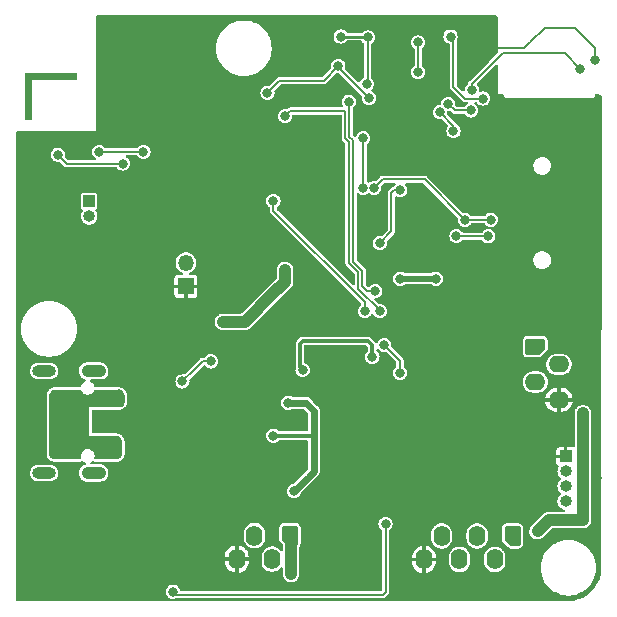
<source format=gbr>
%TF.GenerationSoftware,KiCad,Pcbnew,6.0.11+dfsg-1*%
%TF.CreationDate,2023-11-18T19:10:20+05:30*%
%TF.ProjectId,c3rl-at-r-beta-2,6333726c-2d61-4742-9d72-2d626574612d,rev?*%
%TF.SameCoordinates,Original*%
%TF.FileFunction,Copper,L2,Bot*%
%TF.FilePolarity,Positive*%
%FSLAX46Y46*%
G04 Gerber Fmt 4.6, Leading zero omitted, Abs format (unit mm)*
G04 Created by KiCad (PCBNEW 6.0.11+dfsg-1) date 2023-11-18 19:10:20*
%MOMM*%
%LPD*%
G01*
G04 APERTURE LIST*
G04 Aperture macros list*
%AMFreePoly0*
4,1,22,0.145671,0.855970,0.226777,0.801777,0.626777,0.401777,0.680970,0.320671,0.700000,0.225000,0.700000,-0.625000,0.680970,-0.720671,0.626777,-0.801777,0.545671,-0.855970,0.450000,-0.875000,-0.450000,-0.875000,-0.545671,-0.855970,-0.626777,-0.801777,-0.680970,-0.720671,-0.700000,-0.625000,-0.700000,0.625000,-0.680970,0.720671,-0.626777,0.801777,-0.545671,0.855970,-0.450000,0.875000,
0.050000,0.875000,0.145671,0.855970,0.145671,0.855970,$1*%
G04 Aperture macros list end*
%TA.AperFunction,EtchedComponent*%
%ADD10C,0.120000*%
%TD*%
%TA.AperFunction,ComponentPad*%
%ADD11FreePoly0,270.000000*%
%TD*%
%TA.AperFunction,ComponentPad*%
%ADD12O,1.750000X1.400000*%
%TD*%
%TA.AperFunction,ComponentPad*%
%ADD13R,1.350000X1.350000*%
%TD*%
%TA.AperFunction,ComponentPad*%
%ADD14O,1.350000X1.350000*%
%TD*%
%TA.AperFunction,ComponentPad*%
%ADD15C,0.400000*%
%TD*%
%TA.AperFunction,ComponentPad*%
%ADD16R,1.000000X1.000000*%
%TD*%
%TA.AperFunction,ComponentPad*%
%ADD17O,1.000000X1.000000*%
%TD*%
%TA.AperFunction,ComponentPad*%
%ADD18FreePoly0,180.000000*%
%TD*%
%TA.AperFunction,ComponentPad*%
%ADD19O,1.400000X1.750000*%
%TD*%
%TA.AperFunction,ComponentPad*%
%ADD20O,2.100000X1.050000*%
%TD*%
%TA.AperFunction,ComponentPad*%
%ADD21O,2.000000X1.000000*%
%TD*%
%TA.AperFunction,ViaPad*%
%ADD22C,0.800000*%
%TD*%
%TA.AperFunction,ViaPad*%
%ADD23C,0.450000*%
%TD*%
%TA.AperFunction,Conductor*%
%ADD24C,0.300000*%
%TD*%
%TA.AperFunction,Conductor*%
%ADD25C,0.200000*%
%TD*%
%TA.AperFunction,Conductor*%
%ADD26C,1.000000*%
%TD*%
%TA.AperFunction,Conductor*%
%ADD27C,0.600000*%
%TD*%
%TA.AperFunction,Conductor*%
%ADD28C,0.500000*%
%TD*%
%TA.AperFunction,Conductor*%
%ADD29C,0.250000*%
%TD*%
G04 APERTURE END LIST*
D10*
%TO.C,ANT1*%
X74500000Y-80370000D02*
X74000000Y-80370000D01*
X74000000Y-80370000D02*
X74000000Y-84020000D01*
X74000000Y-84020000D02*
X74500000Y-84020000D01*
X74500000Y-84020000D02*
X74500000Y-80370000D01*
G36*
X74500000Y-80370000D02*
G01*
X74000000Y-80370000D01*
X74000000Y-84020000D01*
X74500000Y-84020000D01*
X74500000Y-80370000D01*
G37*
X78250000Y-80570000D02*
X74000000Y-80570000D01*
X74000000Y-80570000D02*
X74000000Y-80070000D01*
X74000000Y-80070000D02*
X78250000Y-80070000D01*
X78250000Y-80070000D02*
X78250000Y-80570000D01*
G36*
X78250000Y-80570000D02*
G01*
X74000000Y-80570000D01*
X74000000Y-80070000D01*
X78250000Y-80070000D01*
X78250000Y-80570000D01*
G37*
%TD*%
D11*
%TO.P,J3,1,Pin_1*%
%TO.N,+3V3*%
X117175000Y-103250000D03*
D12*
%TO.P,J3,2,Pin_2*%
%TO.N,Net-(J3-Pad2)*%
X119175000Y-104750000D03*
%TO.P,J3,3,Pin_3*%
%TO.N,Net-(J3-Pad3)*%
X117175000Y-106250000D03*
%TO.P,J3,4,Pin_4*%
%TO.N,GND*%
X119175000Y-107750000D03*
%TD*%
D13*
%TO.P,J11,1,Pin_1*%
%TO.N,GND*%
X87600000Y-98150000D03*
D14*
%TO.P,J11,2,Pin_2*%
%TO.N,/LC_V_BCKP*%
X87600000Y-96150000D03*
%TD*%
D15*
%TO.P,ANT1,2*%
%TO.N,N/C*%
X74250000Y-83270000D03*
X74250000Y-82270000D03*
X74250000Y-80320000D03*
X76500000Y-80320000D03*
X77650000Y-80320000D03*
X75400000Y-80320000D03*
X74250000Y-81220000D03*
%TD*%
D16*
%TO.P,J9,1,Pin_1*%
%TO.N,GND*%
X119750000Y-112550000D03*
D17*
%TO.P,J9,2,Pin_2*%
%TO.N,/RP_SWD*%
X119750000Y-113820000D03*
%TO.P,J9,3,Pin_3*%
%TO.N,/RP_SWCLK*%
X119750000Y-115090000D03*
%TO.P,J9,4,Pin_4*%
%TO.N,Net-(J8-Pad1)*%
X119750000Y-116360000D03*
%TD*%
D18*
%TO.P,J2,1,Pin_1*%
%TO.N,+3V3*%
X96400000Y-119250000D03*
D19*
%TO.P,J2,2,Pin_2*%
%TO.N,/RP_UART0_RX*%
X94900000Y-121250000D03*
%TO.P,J2,3,Pin_3*%
%TO.N,/RP_UART0_TX*%
X93400000Y-119250000D03*
%TO.P,J2,4,Pin_4*%
%TO.N,GND*%
X91900000Y-121250000D03*
%TD*%
D18*
%TO.P,J4,1,Pin_1*%
%TO.N,+3V3*%
X115250000Y-119275000D03*
D19*
%TO.P,J4,2,Pin_2*%
%TO.N,/RP_SPI0_CLK*%
X113750000Y-121275000D03*
%TO.P,J4,3,Pin_3*%
%TO.N,/RP_SPI0_CS*%
X112250000Y-119275000D03*
%TO.P,J4,4,Pin_4*%
%TO.N,/RP_SPI0_MISO*%
X110750000Y-121275000D03*
%TO.P,J4,5,Pin_5*%
%TO.N,/RP_SPI0_MOSI*%
X109250000Y-119275000D03*
%TO.P,J4,6,Pin_6*%
%TO.N,GND*%
X107750000Y-121275000D03*
%TD*%
D16*
%TO.P,J5,1,Pin_1*%
%TO.N,/LC_RX*%
X79400000Y-90950000D03*
D17*
%TO.P,J5,2,Pin_2*%
%TO.N,/LC_TX*%
X79400000Y-92220000D03*
%TD*%
D20*
%TO.P,J1,S1,SHELL_GND*%
%TO.N,Net-(J1-PadS1)*%
X79780000Y-105310000D03*
D21*
%TO.P,J1,S2,SHELL_GND*%
X75600000Y-105310000D03*
%TO.P,J1,S3,SHELL_GND*%
X75600000Y-113950000D03*
D20*
%TO.P,J1,S4,SHELL_GND*%
X79780000Y-113950000D03*
%TD*%
D22*
%TO.N,GND*%
X98250000Y-103500000D03*
X104500000Y-99250000D03*
X106500000Y-100500000D03*
X109750000Y-92250000D03*
X86500000Y-95200000D03*
X80250000Y-117250000D03*
X84500000Y-78500000D03*
X102500000Y-101750000D03*
X94000000Y-92250000D03*
X91500000Y-99750000D03*
X88900000Y-94600000D03*
X85600000Y-91000000D03*
X96500000Y-84750000D03*
X113800000Y-112200000D03*
X100500000Y-88750000D03*
X116250000Y-112750000D03*
X115000000Y-86500000D03*
X92500000Y-96000000D03*
X90250000Y-85000000D03*
X102250000Y-103500000D03*
X104250000Y-86750000D03*
X87250000Y-85000000D03*
X112250000Y-102250000D03*
X113500000Y-75750000D03*
X88750000Y-85000000D03*
X112250000Y-99250000D03*
X122000000Y-97000000D03*
X96250000Y-103000000D03*
X96500000Y-77250000D03*
X89000000Y-77250000D03*
X94750000Y-96500000D03*
X105300000Y-101800000D03*
X93500000Y-113500000D03*
X93000000Y-107000000D03*
X109750000Y-95250000D03*
X111750000Y-109250000D03*
X98750000Y-122000000D03*
X98000000Y-77250000D03*
X101750000Y-79000000D03*
X92500000Y-99000000D03*
X75000000Y-112500000D03*
X103000000Y-116250000D03*
X87000000Y-116750000D03*
X98000000Y-76000000D03*
X92250000Y-87750000D03*
X85000000Y-79750000D03*
X92750000Y-82250000D03*
X88000000Y-79750000D03*
X80800000Y-92750000D03*
X109750000Y-114000000D03*
X97750000Y-119500000D03*
X104000000Y-83000000D03*
X110750000Y-108250000D03*
X105500000Y-81250000D03*
X81800000Y-94400000D03*
X105800000Y-118000000D03*
X84750000Y-111250000D03*
X76750000Y-85500000D03*
X89000000Y-87750000D03*
X93000000Y-108500000D03*
X85500000Y-87750000D03*
X101750000Y-110500000D03*
D23*
X85000000Y-102000000D03*
D22*
X81000000Y-83250000D03*
X97250000Y-92250000D03*
X80250000Y-116000000D03*
X89000000Y-76000000D03*
X103000000Y-117500000D03*
X76500000Y-92500000D03*
X80750000Y-90000000D03*
X99750000Y-112500000D03*
X96000000Y-81750000D03*
X122000000Y-87000000D03*
X96750000Y-106750000D03*
X115000000Y-83000000D03*
X92750000Y-81000000D03*
X122200000Y-119200000D03*
X88500000Y-111250000D03*
X75500000Y-88500000D03*
X98000000Y-82500000D03*
X81750000Y-113500000D03*
X89000000Y-78500000D03*
X91250000Y-108500000D03*
X79000000Y-94250000D03*
X82000000Y-117250000D03*
X77250000Y-119500000D03*
X108500000Y-112750000D03*
X97500000Y-86750000D03*
X97750000Y-118500000D03*
X100500000Y-90250000D03*
X80800000Y-94200000D03*
X97500000Y-88250000D03*
X90250000Y-80000000D03*
X86000000Y-76000000D03*
X122000000Y-93000000D03*
X116500000Y-100500000D03*
X81000000Y-104000000D03*
X106200000Y-113600000D03*
X122000000Y-83000000D03*
X81600000Y-106000000D03*
X89500000Y-113500000D03*
X74250000Y-92500000D03*
D23*
X85750000Y-101250000D03*
D22*
X91000000Y-81000000D03*
X122000000Y-95000000D03*
D23*
X85750000Y-102750000D03*
D22*
X75250000Y-85500000D03*
X100750000Y-111500000D03*
X83200000Y-106000000D03*
X81750000Y-114750000D03*
X113750000Y-114250000D03*
X94600000Y-83800000D03*
X92250000Y-89750000D03*
X111250000Y-79750000D03*
X95000000Y-76000000D03*
X100500000Y-86750000D03*
X105500000Y-80000000D03*
X88500000Y-116750000D03*
X90250000Y-118250000D03*
X108750000Y-86750000D03*
X81250000Y-79750000D03*
X99750000Y-110500000D03*
X96500000Y-79750000D03*
X90250000Y-120000000D03*
X93500000Y-121250000D03*
X106500000Y-86750000D03*
X87500000Y-76000000D03*
X86000000Y-79750000D03*
X104500000Y-81250000D03*
X84500000Y-94400000D03*
X89700000Y-103300000D03*
X94600000Y-116200000D03*
X92500000Y-111250000D03*
X95000000Y-79750000D03*
X89250000Y-108500000D03*
X85750000Y-85000000D03*
X75200000Y-115300000D03*
X74250000Y-98250000D03*
X88500000Y-107000000D03*
X116250000Y-111750000D03*
D23*
X85000000Y-101250000D03*
D22*
X98000000Y-96250000D03*
X99500000Y-84500000D03*
X122000000Y-103000000D03*
X86500000Y-111250000D03*
X103000000Y-92250000D03*
X78250000Y-85500000D03*
X109200000Y-122000000D03*
X81000000Y-102750000D03*
X108500000Y-108250000D03*
X105750000Y-94250000D03*
X90250000Y-122000000D03*
X91250000Y-107000000D03*
X73750000Y-87000000D03*
X96500000Y-78500000D03*
X105700000Y-107600000D03*
X79750000Y-85500000D03*
X109250000Y-79500000D03*
X104250000Y-115000000D03*
X92250000Y-85750000D03*
X99500000Y-76000000D03*
X79750000Y-101500000D03*
D23*
X85750000Y-102000000D03*
D22*
X77900000Y-96500000D03*
X82000000Y-116000000D03*
X92500000Y-97750000D03*
X75000000Y-108250000D03*
X82750000Y-81750000D03*
X99500000Y-77250000D03*
X86000000Y-77250000D03*
X75000000Y-110250000D03*
X115000000Y-100500000D03*
X79750000Y-102750000D03*
X96000000Y-82750000D03*
X82000000Y-118750000D03*
X115000000Y-90500000D03*
X122000000Y-91000000D03*
X101750000Y-112500000D03*
X122250000Y-79000000D03*
X83500000Y-87750000D03*
X115000000Y-94000000D03*
X122000000Y-101000000D03*
X100600000Y-96200000D03*
X111000000Y-103750000D03*
X122400000Y-114400000D03*
X87500000Y-77250000D03*
X109750000Y-89000000D03*
X87000000Y-113500000D03*
X96500000Y-76000000D03*
X74250000Y-119750000D03*
X85000000Y-81750000D03*
X111750000Y-79000000D03*
X116500000Y-124100000D03*
X109000000Y-102300000D03*
X106600000Y-104700000D03*
X84000000Y-123000000D03*
X87500000Y-108500000D03*
X107250000Y-82750000D03*
X85500000Y-123000000D03*
X94750000Y-95000000D03*
X94000000Y-87250000D03*
X81000000Y-82000000D03*
X78000000Y-106000000D03*
X120000000Y-83000000D03*
X81250000Y-78500000D03*
X115500000Y-108500000D03*
X78000000Y-104500000D03*
X113250000Y-81000000D03*
X94000000Y-103250000D03*
X80250000Y-118750000D03*
X92500000Y-103250000D03*
X86000000Y-78500000D03*
X92000000Y-118250000D03*
X89700000Y-102100000D03*
X95900000Y-106100000D03*
X78750000Y-119500000D03*
X94000000Y-80500000D03*
X81000000Y-85500000D03*
X82750000Y-120250000D03*
X115000000Y-97500000D03*
X92500000Y-95000000D03*
X108500000Y-80000000D03*
X107250000Y-76000000D03*
X85500000Y-94400000D03*
X83300000Y-94400000D03*
X76250000Y-98250000D03*
X98600000Y-98600000D03*
X109250000Y-80750000D03*
X116500000Y-101500000D03*
D23*
X85000000Y-102750000D03*
D22*
X101250000Y-76000000D03*
X90500000Y-111250000D03*
X81000000Y-101500000D03*
X117750000Y-111750000D03*
X98000000Y-78500000D03*
X116500000Y-120600000D03*
X104000000Y-85000000D03*
X77750000Y-123000000D03*
X87500000Y-78500000D03*
X122000000Y-99000000D03*
X80800000Y-94200000D03*
X81000000Y-84500000D03*
X112750000Y-110500000D03*
X110000000Y-115750000D03*
X79200000Y-97500000D03*
X82500000Y-124000000D03*
X106600000Y-117200000D03*
X106250000Y-98750000D03*
X83500000Y-118750000D03*
X74000000Y-106500000D03*
X122000000Y-89000000D03*
X87250000Y-81750000D03*
X122000000Y-85000000D03*
X84500000Y-97500000D03*
X73750000Y-85500000D03*
X89000000Y-79750000D03*
%TO.N,+3V3*%
X105750000Y-97500000D03*
X96000000Y-96750000D03*
X95000000Y-110789500D03*
X90750000Y-101150000D03*
X103380378Y-104130378D03*
X96250000Y-108000000D03*
X118250000Y-118000000D03*
X121200000Y-108900000D03*
X96500000Y-122500000D03*
X121200000Y-109800000D03*
X96750000Y-115500000D03*
X97475000Y-105225000D03*
X117375000Y-118875000D03*
X108750000Y-97500000D03*
%TO.N,/ACT_LED*%
X104500000Y-118250000D03*
X86500000Y-124000000D03*
%TO.N,/HDC2021_INT*%
X112750000Y-82250000D03*
X110000000Y-77000000D03*
%TO.N,/RP_SPI1_CS*%
X104000000Y-94500000D03*
X105750000Y-90000000D03*
%TO.N,/RP_SENSOR_VDD_1_EN*%
X102750000Y-100250000D03*
X95000000Y-90900000D03*
%TO.N,/LSM_INT2*%
X101384668Y-82515332D03*
X103632000Y-98552000D03*
%TO.N,/LSM_INT1*%
X105720150Y-105466150D03*
X104000000Y-100250000D03*
X104390378Y-103120378D03*
X96000000Y-83750000D03*
%TO.N,/APDS_INT*%
X107250000Y-77500000D03*
X109800500Y-82698863D03*
X107250000Y-80000000D03*
X111750000Y-83250000D03*
%TO.N,/I2C_SDA*%
X103539781Y-89800423D03*
X111800000Y-81500000D03*
X103000000Y-77079500D03*
X113400000Y-92500000D03*
X121000000Y-79750000D03*
X111199500Y-92500000D03*
X109099466Y-83411291D03*
X110250000Y-85000000D03*
X80250000Y-86750000D03*
X100700000Y-77000000D03*
X102897688Y-81053688D03*
X84000000Y-86750000D03*
%TO.N,/I2C_SCL*%
X100500000Y-79500000D03*
X110500000Y-93900000D03*
X94500000Y-81750000D03*
X102590332Y-89790332D03*
X103100000Y-82200000D03*
X82250000Y-87750000D03*
X102600000Y-85600000D03*
X76750000Y-87000000D03*
X113200500Y-93912826D03*
%TO.N,/VIN*%
X81700000Y-112100000D03*
X87300000Y-106200000D03*
X77750000Y-109750000D03*
X81900000Y-107300000D03*
X89700000Y-104500000D03*
X77750000Y-112250000D03*
X77750000Y-111000000D03*
%TD*%
D24*
%TO.N,+3V3*%
X97475000Y-105225000D02*
X97250000Y-105000000D01*
X97250000Y-105000000D02*
X97250000Y-103000000D01*
X97250000Y-103000000D02*
X97500000Y-102750000D01*
X97500000Y-102750000D02*
X103000000Y-102750000D01*
X103000000Y-102750000D02*
X103380378Y-103130378D01*
X103380378Y-103130378D02*
X103380378Y-104130378D01*
D25*
%TO.N,/I2C_SCL*%
X103100000Y-82200000D02*
X100500000Y-79600000D01*
X100500000Y-79600000D02*
X100500000Y-79500000D01*
%TO.N,GND*%
X120500000Y-76250000D02*
X118000000Y-76250000D01*
X122250000Y-78000000D02*
X122250000Y-79000000D01*
X118000000Y-76250000D02*
X116750000Y-77500000D01*
X120500000Y-76250000D02*
X122250000Y-78000000D01*
X116750000Y-77500000D02*
X116250000Y-78000000D01*
X113500000Y-78000000D02*
X112750000Y-78000000D01*
X116250000Y-78000000D02*
X113500000Y-78000000D01*
X112750000Y-78000000D02*
X111750000Y-79000000D01*
D24*
%TO.N,+3V3*%
X95000000Y-110789500D02*
X95039500Y-110750000D01*
D26*
X96500000Y-122500000D02*
X96500000Y-119350000D01*
D24*
X95000000Y-110789500D02*
X98189500Y-110789500D01*
D27*
X97750000Y-108000000D02*
X98275000Y-108525000D01*
D24*
X98189500Y-110789500D02*
X98425000Y-111025000D01*
D26*
X121200000Y-117950000D02*
X118300000Y-117950000D01*
D27*
X98275000Y-108525000D02*
X98425000Y-108675000D01*
X98425000Y-108675000D02*
X98425000Y-111025000D01*
D26*
X121200000Y-109800000D02*
X121200000Y-108900000D01*
D27*
X98425000Y-111025000D02*
X98425000Y-113825000D01*
D26*
X95000000Y-98750000D02*
X95625000Y-98125000D01*
X90750000Y-101150000D02*
X92600000Y-101150000D01*
X92600000Y-101150000D02*
X95000000Y-98750000D01*
X95000000Y-98750000D02*
X96000000Y-97750000D01*
D27*
X98425000Y-113825000D02*
X98000000Y-114250000D01*
D26*
X96000000Y-97750000D02*
X96000000Y-96750000D01*
X121200000Y-109800000D02*
X121200000Y-117950000D01*
X118300000Y-117950000D02*
X118250000Y-118000000D01*
D27*
X96250000Y-108000000D02*
X97750000Y-108000000D01*
D26*
X96500000Y-119350000D02*
X96400000Y-119250000D01*
D27*
X98000000Y-114250000D02*
X96750000Y-115500000D01*
D26*
X118250000Y-118000000D02*
X117375000Y-118875000D01*
D28*
X105750000Y-97500000D02*
X108750000Y-97500000D01*
D25*
%TO.N,/ACT_LED*%
X86750000Y-124250000D02*
X86500000Y-124000000D01*
X104500000Y-124000000D02*
X104250000Y-124250000D01*
X104250000Y-124250000D02*
X86750000Y-124250000D01*
X104500000Y-118250000D02*
X104500000Y-124000000D01*
%TO.N,/HDC2021_INT*%
X110750000Y-81750000D02*
X111250000Y-82250000D01*
X110250000Y-77250000D02*
X110000000Y-77000000D01*
X111250000Y-82250000D02*
X112750000Y-82250000D01*
X110250000Y-81250000D02*
X110750000Y-81750000D01*
X110250000Y-81250000D02*
X110250000Y-77250000D01*
%TO.N,/RP_SPI1_CS*%
X105000000Y-90250000D02*
X105250000Y-90000000D01*
X105000000Y-93500000D02*
X105000000Y-90250000D01*
X104000000Y-94500000D02*
X105000000Y-93500000D01*
X105250000Y-90000000D02*
X105750000Y-90000000D01*
%TO.N,/RP_SENSOR_VDD_1_EN*%
X96950000Y-93700000D02*
X95000000Y-91750000D01*
X95000000Y-91750000D02*
X95000000Y-90900000D01*
X100780378Y-97530378D02*
X96950000Y-93700000D01*
X102750000Y-100250000D02*
X102750000Y-99500000D01*
X102750000Y-99500000D02*
X100780378Y-97530378D01*
%TO.N,/LSM_INT2*%
X102933372Y-98552000D02*
X102520686Y-98139314D01*
X101749519Y-96050481D02*
X101749519Y-85790519D01*
X102520686Y-96821647D02*
X101749519Y-96050481D01*
X102520686Y-98139314D02*
X102520686Y-96821647D01*
X101429500Y-85470500D02*
X101429500Y-82560164D01*
X101749519Y-85790519D02*
X101429500Y-85470500D01*
X103632000Y-98552000D02*
X102933372Y-98552000D01*
X101429500Y-82560164D02*
X101384668Y-82515332D01*
%TO.N,/LSM_INT1*%
X101079500Y-83379500D02*
X101000000Y-83300000D01*
X96450000Y-83300000D02*
X97686151Y-83300000D01*
X101452032Y-96247967D02*
X101399519Y-96195456D01*
X102257843Y-98442157D02*
X102170686Y-98355000D01*
X105720150Y-105466150D02*
X105720150Y-104450150D01*
X101399519Y-96195456D02*
X101399519Y-94800000D01*
X102170686Y-96966621D02*
X101452032Y-96247967D01*
X101399519Y-85935493D02*
X101079500Y-85615474D01*
X105720150Y-104450150D02*
X104390378Y-103120378D01*
X101079500Y-84500000D02*
X101079500Y-83379500D01*
X104000000Y-100184314D02*
X104000000Y-100250000D01*
X101399519Y-94800000D02*
X101399519Y-85935493D01*
X102257843Y-98442157D02*
X104000000Y-100184314D01*
X102170686Y-97300000D02*
X102170686Y-96966621D01*
X101079500Y-85615474D02*
X101079500Y-84500000D01*
X102170686Y-98355000D02*
X102170686Y-97300000D01*
X101000000Y-83300000D02*
X97686151Y-83300000D01*
X96000000Y-83750000D02*
X96450000Y-83300000D01*
%TO.N,/APDS_INT*%
X107250000Y-80000000D02*
X107250000Y-77500000D01*
X110351637Y-83250000D02*
X109800500Y-82698863D01*
X111750000Y-83250000D02*
X110351637Y-83250000D01*
%TO.N,/I2C_SDA*%
X115900000Y-78400000D02*
X114400000Y-78400000D01*
X110250000Y-84561825D02*
X109099466Y-83411291D01*
D29*
X102920500Y-77000000D02*
X103000000Y-77079500D01*
D25*
X113400000Y-92500000D02*
X111199500Y-92500000D01*
X112800000Y-80000000D02*
X111800000Y-81000000D01*
X80250000Y-86750000D02*
X84000000Y-86750000D01*
X102897688Y-81053688D02*
X103000000Y-80951376D01*
X104240204Y-89100000D02*
X107799500Y-89100000D01*
X121000000Y-79750000D02*
X119650000Y-78400000D01*
X107799500Y-89100000D02*
X111199500Y-92500000D01*
X110250000Y-85000000D02*
X110250000Y-84561825D01*
D29*
X100700000Y-77000000D02*
X102920500Y-77000000D01*
D25*
X114400000Y-78400000D02*
X112800000Y-80000000D01*
X103000000Y-80951376D02*
X103000000Y-77079500D01*
X103539781Y-89800423D02*
X104240204Y-89100000D01*
X111800000Y-81000000D02*
X111800000Y-81500000D01*
X119650000Y-78400000D02*
X115900000Y-78400000D01*
%TO.N,/I2C_SCL*%
X95500000Y-80750000D02*
X98500000Y-80750000D01*
X102590332Y-86790332D02*
X102590332Y-85609668D01*
X113200500Y-93912826D02*
X113187674Y-93900000D01*
X99250000Y-80750000D02*
X100500000Y-79500000D01*
X102590332Y-89790332D02*
X102590332Y-86790332D01*
X98500000Y-80750000D02*
X99250000Y-80750000D01*
X102590332Y-85609668D02*
X102600000Y-85600000D01*
X82250000Y-87750000D02*
X77500000Y-87750000D01*
X113187674Y-93900000D02*
X110500000Y-93900000D01*
X77500000Y-87750000D02*
X76750000Y-87000000D01*
X94500000Y-81750000D02*
X95500000Y-80750000D01*
%TO.N,/VIN*%
X88300000Y-105200000D02*
X89000000Y-104500000D01*
X87300000Y-106200000D02*
X88300000Y-105200000D01*
X89000000Y-104500000D02*
X89700000Y-104500000D01*
%TD*%
%TA.AperFunction,Conductor*%
%TO.N,GND*%
G36*
X113904399Y-75219407D02*
G01*
X113924766Y-75239254D01*
X113925095Y-75239683D01*
X113938001Y-75262043D01*
X113977975Y-75358549D01*
X113984664Y-75383513D01*
X113999153Y-75493566D01*
X114000000Y-75506488D01*
X114000000Y-78334020D01*
X113981093Y-78392211D01*
X113971004Y-78404024D01*
X113230711Y-79144318D01*
X112625056Y-79749973D01*
X112625051Y-79749977D01*
X112625042Y-79749986D01*
X111625349Y-80749680D01*
X111622220Y-80752380D01*
X111617731Y-80754575D01*
X111611513Y-80761278D01*
X111584107Y-80790822D01*
X111581531Y-80793498D01*
X111567752Y-80807277D01*
X111565207Y-80810987D01*
X111561771Y-80814900D01*
X111541599Y-80836646D01*
X111538212Y-80845134D01*
X111538212Y-80845135D01*
X111537334Y-80847336D01*
X111527020Y-80866652D01*
X111525679Y-80868607D01*
X111525678Y-80868610D01*
X111520508Y-80876146D01*
X111518398Y-80885038D01*
X111514359Y-80902058D01*
X111509986Y-80915884D01*
X111502707Y-80934129D01*
X111500117Y-80940622D01*
X111499562Y-80946281D01*
X111463938Y-81000956D01*
X111371718Y-81071718D01*
X111275464Y-81197159D01*
X111214956Y-81343238D01*
X111194318Y-81500000D01*
X111195165Y-81506434D01*
X111195165Y-81506435D01*
X111197087Y-81521035D01*
X111185936Y-81581195D01*
X111141554Y-81623312D01*
X111080892Y-81631298D01*
X111028932Y-81603961D01*
X111000027Y-81575056D01*
X111000023Y-81575051D01*
X110579497Y-81154526D01*
X110551719Y-81100009D01*
X110550500Y-81084522D01*
X110550500Y-77303508D01*
X110550803Y-77299383D01*
X110552425Y-77294658D01*
X110551201Y-77262041D01*
X110558667Y-77220442D01*
X110582560Y-77162759D01*
X110585044Y-77156762D01*
X110605682Y-77000000D01*
X110585044Y-76843238D01*
X110524536Y-76697159D01*
X110428282Y-76571718D01*
X110302841Y-76475464D01*
X110156762Y-76414956D01*
X110000000Y-76394318D01*
X109843238Y-76414956D01*
X109697159Y-76475464D01*
X109571718Y-76571718D01*
X109475464Y-76697159D01*
X109414956Y-76843238D01*
X109394318Y-77000000D01*
X109414956Y-77156762D01*
X109475464Y-77302841D01*
X109571718Y-77428282D01*
X109697159Y-77524536D01*
X109843238Y-77585044D01*
X109863422Y-77587701D01*
X109918646Y-77614041D01*
X109947842Y-77667811D01*
X109949500Y-77685854D01*
X109949500Y-81196492D01*
X109949197Y-81200617D01*
X109947575Y-81205342D01*
X109947918Y-81214476D01*
X109949430Y-81254761D01*
X109949500Y-81258474D01*
X109949500Y-81277948D01*
X109950325Y-81282378D01*
X109950661Y-81287571D01*
X109951774Y-81317208D01*
X109955380Y-81325602D01*
X109955381Y-81325605D01*
X109956317Y-81327783D01*
X109962683Y-81348734D01*
X109964791Y-81360053D01*
X109969588Y-81367835D01*
X109978768Y-81382728D01*
X109985451Y-81395595D01*
X109995964Y-81420063D01*
X109999978Y-81424949D01*
X110004342Y-81429313D01*
X110018613Y-81447368D01*
X110023532Y-81455348D01*
X110046769Y-81473018D01*
X110056839Y-81481810D01*
X110999680Y-82424651D01*
X111002380Y-82427780D01*
X111004575Y-82432269D01*
X111011278Y-82438487D01*
X111040822Y-82465893D01*
X111043498Y-82468469D01*
X111057277Y-82482248D01*
X111060987Y-82484793D01*
X111064900Y-82488229D01*
X111086646Y-82508401D01*
X111095132Y-82511787D01*
X111095134Y-82511788D01*
X111097337Y-82512667D01*
X111116648Y-82522978D01*
X111118607Y-82524322D01*
X111118610Y-82524323D01*
X111126146Y-82529493D01*
X111135038Y-82531603D01*
X111135040Y-82531604D01*
X111152066Y-82535644D01*
X111165885Y-82540014D01*
X111190622Y-82549883D01*
X111196915Y-82550500D01*
X111203085Y-82550500D01*
X111225941Y-82553175D01*
X111235066Y-82555340D01*
X111263988Y-82551404D01*
X111277337Y-82550500D01*
X111383532Y-82550500D01*
X111441723Y-82569407D01*
X111477687Y-82618907D01*
X111477687Y-82680093D01*
X111443799Y-82728042D01*
X111321718Y-82821718D01*
X111263255Y-82897909D01*
X111253388Y-82910768D01*
X111202963Y-82945423D01*
X111174846Y-82949500D01*
X110517116Y-82949500D01*
X110458925Y-82930593D01*
X110447112Y-82920504D01*
X110419680Y-82893072D01*
X110391903Y-82838555D01*
X110391531Y-82810146D01*
X110392129Y-82805609D01*
X110406182Y-82698863D01*
X110385544Y-82542101D01*
X110325036Y-82396022D01*
X110228782Y-82270581D01*
X110103341Y-82174327D01*
X109957262Y-82113819D01*
X109800500Y-82093181D01*
X109643738Y-82113819D01*
X109497659Y-82174327D01*
X109372218Y-82270581D01*
X109275964Y-82396022D01*
X109215456Y-82542101D01*
X109194818Y-82698863D01*
X109195665Y-82705296D01*
X109195665Y-82707456D01*
X109176758Y-82765647D01*
X109127258Y-82801611D01*
X109100857Y-82805792D01*
X109099466Y-82805609D01*
X108942704Y-82826247D01*
X108796625Y-82886755D01*
X108671184Y-82983009D01*
X108574930Y-83108450D01*
X108514422Y-83254529D01*
X108493784Y-83411291D01*
X108514422Y-83568053D01*
X108574930Y-83714132D01*
X108671184Y-83839573D01*
X108796625Y-83935827D01*
X108942704Y-83996335D01*
X109099466Y-84016973D01*
X109210750Y-84002322D01*
X109270909Y-84013472D01*
X109293675Y-84030471D01*
X109766060Y-84502856D01*
X109793837Y-84557373D01*
X109784266Y-84617805D01*
X109774605Y-84633118D01*
X109725464Y-84697159D01*
X109664956Y-84843238D01*
X109644318Y-85000000D01*
X109664956Y-85156762D01*
X109725464Y-85302841D01*
X109821718Y-85428282D01*
X109947159Y-85524536D01*
X110093238Y-85585044D01*
X110250000Y-85605682D01*
X110406762Y-85585044D01*
X110552841Y-85524536D01*
X110678282Y-85428282D01*
X110774536Y-85302841D01*
X110835044Y-85156762D01*
X110855682Y-85000000D01*
X110835044Y-84843238D01*
X110774536Y-84697159D01*
X110678282Y-84571718D01*
X110560308Y-84481194D01*
X110537326Y-84450467D01*
X110535209Y-84451772D01*
X110521232Y-84429097D01*
X110514548Y-84416229D01*
X110506793Y-84398178D01*
X110506792Y-84398176D01*
X110504036Y-84391762D01*
X110500023Y-84386876D01*
X110495657Y-84382510D01*
X110481385Y-84364454D01*
X110481264Y-84364257D01*
X110481263Y-84364256D01*
X110476468Y-84356477D01*
X110453244Y-84338817D01*
X110443165Y-84330018D01*
X109718646Y-83605500D01*
X109690869Y-83550983D01*
X109690497Y-83522574D01*
X109691802Y-83512667D01*
X109705148Y-83411291D01*
X109704301Y-83404857D01*
X109704301Y-83402698D01*
X109723208Y-83344507D01*
X109772708Y-83308543D01*
X109799109Y-83304362D01*
X109800500Y-83304545D01*
X109911785Y-83289894D01*
X109971945Y-83301044D01*
X109994710Y-83318044D01*
X110101318Y-83424653D01*
X110104018Y-83427781D01*
X110106212Y-83432269D01*
X110112914Y-83438486D01*
X110142446Y-83465881D01*
X110145122Y-83468457D01*
X110158913Y-83482248D01*
X110162624Y-83484793D01*
X110166543Y-83488234D01*
X110188283Y-83508401D01*
X110196771Y-83511787D01*
X110196774Y-83511789D01*
X110198975Y-83512667D01*
X110218291Y-83522981D01*
X110220246Y-83524322D01*
X110220248Y-83524323D01*
X110227783Y-83529492D01*
X110236671Y-83531601D01*
X110236673Y-83531602D01*
X110253695Y-83535641D01*
X110267521Y-83540014D01*
X110285769Y-83547294D01*
X110285771Y-83547294D01*
X110292259Y-83549883D01*
X110298552Y-83550500D01*
X110304721Y-83550500D01*
X110327580Y-83553175D01*
X110327810Y-83553230D01*
X110327812Y-83553230D01*
X110336703Y-83555340D01*
X110365625Y-83551404D01*
X110378974Y-83550500D01*
X111174846Y-83550500D01*
X111233037Y-83569407D01*
X111253387Y-83589231D01*
X111321718Y-83678282D01*
X111447159Y-83774536D01*
X111593238Y-83835044D01*
X111750000Y-83855682D01*
X111906762Y-83835044D01*
X112052841Y-83774536D01*
X112178282Y-83678282D01*
X112274536Y-83552841D01*
X112335044Y-83406762D01*
X112355682Y-83250000D01*
X112335044Y-83093238D01*
X112326882Y-83073532D01*
X112301678Y-83012685D01*
X112274536Y-82947159D01*
X112178282Y-82821718D01*
X112056201Y-82728042D01*
X112021545Y-82677618D01*
X112023146Y-82616453D01*
X112060394Y-82567912D01*
X112116468Y-82550500D01*
X112174846Y-82550500D01*
X112233037Y-82569407D01*
X112253387Y-82589231D01*
X112321718Y-82678282D01*
X112447159Y-82774536D01*
X112593238Y-82835044D01*
X112750000Y-82855682D01*
X112906762Y-82835044D01*
X113052841Y-82774536D01*
X113178282Y-82678282D01*
X113274536Y-82552841D01*
X113335044Y-82406762D01*
X113355682Y-82250000D01*
X113335044Y-82093238D01*
X113274536Y-81947159D01*
X113178282Y-81821718D01*
X113052841Y-81725464D01*
X112906762Y-81664956D01*
X112750000Y-81644318D01*
X112593238Y-81664956D01*
X112587240Y-81667440D01*
X112587238Y-81667441D01*
X112530315Y-81691019D01*
X112469319Y-81695820D01*
X112417150Y-81663850D01*
X112393735Y-81607322D01*
X112394277Y-81586633D01*
X112404835Y-81506434D01*
X112405682Y-81500000D01*
X112385044Y-81343238D01*
X112324536Y-81197159D01*
X112295232Y-81158969D01*
X112248560Y-81098144D01*
X112228136Y-81040468D01*
X112245514Y-80981802D01*
X112257098Y-80967873D01*
X113830996Y-79393975D01*
X113885513Y-79366198D01*
X113945945Y-79375769D01*
X113989210Y-79419034D01*
X114000000Y-79463979D01*
X114000000Y-81900000D01*
X114450496Y-81900000D01*
X114508687Y-81918907D01*
X114544651Y-81968407D01*
X114549496Y-81999085D01*
X114549455Y-82045563D01*
X114554280Y-82055611D01*
X114554712Y-82056511D01*
X114561987Y-82077345D01*
X114564688Y-82089185D01*
X114571635Y-82097903D01*
X114572091Y-82098475D01*
X114583909Y-82117314D01*
X114589052Y-82128024D01*
X114598532Y-82135605D01*
X114614123Y-82151222D01*
X114621695Y-82160724D01*
X114632392Y-82165883D01*
X114651214Y-82177736D01*
X114660492Y-82185156D01*
X114672327Y-82187877D01*
X114693151Y-82195190D01*
X114694048Y-82195623D01*
X114694049Y-82195623D01*
X114704087Y-82200465D01*
X114715232Y-82200475D01*
X114715233Y-82200475D01*
X114727155Y-82200485D01*
X114727153Y-82202230D01*
X114727219Y-82202224D01*
X114727219Y-82200500D01*
X114744108Y-82200500D01*
X114795274Y-82200545D01*
X114795563Y-82200545D01*
X114795651Y-82200503D01*
X114795675Y-82200500D01*
X121994108Y-82200500D01*
X122045563Y-82200545D01*
X122056512Y-82195288D01*
X122077345Y-82188013D01*
X122089185Y-82185312D01*
X122098475Y-82177909D01*
X122117314Y-82166091D01*
X122128024Y-82160948D01*
X122135611Y-82151461D01*
X122151222Y-82135877D01*
X122160724Y-82128305D01*
X122165883Y-82117608D01*
X122177736Y-82098786D01*
X122185156Y-82089508D01*
X122187877Y-82077673D01*
X122195190Y-82056849D01*
X122195623Y-82055952D01*
X122195623Y-82055951D01*
X122200465Y-82045913D01*
X122200485Y-82022845D01*
X122202230Y-82022847D01*
X122202224Y-82022781D01*
X122200500Y-82022781D01*
X122200500Y-82005894D01*
X122200506Y-81998915D01*
X122219463Y-81940740D01*
X122268994Y-81904819D01*
X122299506Y-81900000D01*
X122491941Y-81900000D01*
X122504867Y-81900847D01*
X122614492Y-81915284D01*
X122639462Y-81921977D01*
X122672720Y-81935757D01*
X122735196Y-81961644D01*
X122781716Y-82001385D01*
X122796299Y-82053148D01*
X122778196Y-121944639D01*
X122775678Y-121966781D01*
X122773024Y-121978322D01*
X122775485Y-121989197D01*
X122775467Y-121999412D01*
X122776393Y-122010507D01*
X122760915Y-122286144D01*
X122760891Y-122286574D01*
X122759648Y-122297605D01*
X122740342Y-122411240D01*
X122708926Y-122596146D01*
X122706458Y-122606963D01*
X122664540Y-122752465D01*
X122622624Y-122897960D01*
X122618957Y-122908439D01*
X122503076Y-123188204D01*
X122498259Y-123198207D01*
X122351776Y-123463248D01*
X122345880Y-123472633D01*
X122225798Y-123641873D01*
X122170641Y-123719610D01*
X122163719Y-123728290D01*
X121961936Y-123954085D01*
X121954085Y-123961936D01*
X121934576Y-123979370D01*
X121739721Y-124153504D01*
X121728290Y-124163719D01*
X121719613Y-124170639D01*
X121472633Y-124345880D01*
X121463248Y-124351776D01*
X121297909Y-124443156D01*
X121198207Y-124498259D01*
X121188204Y-124503076D01*
X120908439Y-124618957D01*
X120897960Y-124622624D01*
X120796375Y-124651890D01*
X120606963Y-124706458D01*
X120596151Y-124708925D01*
X120329648Y-124754204D01*
X120297606Y-124759648D01*
X120286580Y-124760890D01*
X120011027Y-124776364D01*
X120001055Y-124775514D01*
X120001055Y-124775542D01*
X119989904Y-124775522D01*
X119979040Y-124773024D01*
X119968167Y-124775484D01*
X119968165Y-124775484D01*
X119966974Y-124775754D01*
X119945172Y-124778195D01*
X119095595Y-124778581D01*
X86585128Y-124793335D01*
X86526930Y-124774454D01*
X86501946Y-124740100D01*
X86462738Y-124781415D01*
X86415546Y-124793412D01*
X74986332Y-124798599D01*
X73299545Y-124799364D01*
X73241346Y-124780483D01*
X73205359Y-124730999D01*
X73200500Y-124700364D01*
X73200500Y-124000000D01*
X85894318Y-124000000D01*
X85914956Y-124156762D01*
X85917440Y-124162759D01*
X85917838Y-124163719D01*
X85975464Y-124302841D01*
X86071718Y-124428282D01*
X86197159Y-124524536D01*
X86343238Y-124585044D01*
X86385491Y-124590607D01*
X86428422Y-124596259D01*
X86483647Y-124622600D01*
X86499550Y-124651890D01*
X86526857Y-124614269D01*
X86572162Y-124596182D01*
X86607561Y-124591521D01*
X86656762Y-124585044D01*
X86713413Y-124561578D01*
X86737942Y-124554949D01*
X86759245Y-124552049D01*
X86763988Y-124551404D01*
X86777337Y-124550500D01*
X104196492Y-124550500D01*
X104200617Y-124550803D01*
X104205342Y-124552425D01*
X104254761Y-124550570D01*
X104258474Y-124550500D01*
X104277948Y-124550500D01*
X104282378Y-124549675D01*
X104287571Y-124549339D01*
X104303602Y-124548737D01*
X104308075Y-124548569D01*
X104317208Y-124548226D01*
X104325602Y-124544620D01*
X104325605Y-124544619D01*
X104327783Y-124543683D01*
X104348734Y-124537317D01*
X104360053Y-124535209D01*
X104382729Y-124521232D01*
X104395596Y-124514548D01*
X104413642Y-124506795D01*
X104413643Y-124506794D01*
X104420063Y-124504036D01*
X104424949Y-124500022D01*
X104429313Y-124495658D01*
X104447368Y-124481387D01*
X104455348Y-124476468D01*
X104473014Y-124453236D01*
X104481815Y-124443156D01*
X104674653Y-124250319D01*
X104677781Y-124247619D01*
X104682269Y-124245425D01*
X104715881Y-124209191D01*
X104718457Y-124206515D01*
X104732248Y-124192724D01*
X104734793Y-124189013D01*
X104738234Y-124185094D01*
X104752185Y-124170055D01*
X104752185Y-124170054D01*
X104758401Y-124163354D01*
X104761787Y-124154866D01*
X104761789Y-124154863D01*
X104762667Y-124152662D01*
X104772981Y-124133346D01*
X104774322Y-124131391D01*
X104774323Y-124131389D01*
X104779492Y-124123854D01*
X104785641Y-124097941D01*
X104790014Y-124084116D01*
X104797294Y-124065868D01*
X104797294Y-124065866D01*
X104799883Y-124059378D01*
X104800500Y-124053085D01*
X104800500Y-124046916D01*
X104803175Y-124024057D01*
X104803230Y-124023827D01*
X104803230Y-124023825D01*
X104805340Y-124014934D01*
X104801404Y-123986012D01*
X104800500Y-123972663D01*
X104800500Y-121498266D01*
X106750000Y-121498266D01*
X106750253Y-121503263D01*
X106764866Y-121647128D01*
X106766871Y-121656897D01*
X106824626Y-121841189D01*
X106828555Y-121850356D01*
X106922189Y-122019278D01*
X106927875Y-122027459D01*
X107053558Y-122174096D01*
X107060791Y-122180983D01*
X107213385Y-122299347D01*
X107221847Y-122304635D01*
X107395127Y-122389900D01*
X107404487Y-122393381D01*
X107589020Y-122441448D01*
X107597226Y-122439250D01*
X107599663Y-122436240D01*
X107600000Y-122434425D01*
X107600000Y-122423017D01*
X107900000Y-122423017D01*
X107904122Y-122435702D01*
X107905161Y-122436457D01*
X107911411Y-122436971D01*
X107995010Y-122424328D01*
X108004682Y-122421845D01*
X108185929Y-122355159D01*
X108194892Y-122350788D01*
X108359028Y-122249019D01*
X108366936Y-122242929D01*
X108507256Y-122110235D01*
X108513776Y-122102681D01*
X108624549Y-121944482D01*
X108629415Y-121935776D01*
X108706114Y-121758533D01*
X108709132Y-121749018D01*
X108748873Y-121558793D01*
X108749850Y-121551265D01*
X108749931Y-121549716D01*
X108750000Y-121547105D01*
X108750000Y-121497192D01*
X109849500Y-121497192D01*
X109864326Y-121638256D01*
X109865927Y-121643183D01*
X109865928Y-121643188D01*
X109913096Y-121788354D01*
X109922821Y-121818284D01*
X109925412Y-121822772D01*
X109925413Y-121822774D01*
X110008946Y-121967457D01*
X110017467Y-121982216D01*
X110020939Y-121986072D01*
X110140659Y-122119035D01*
X110140663Y-122119038D01*
X110144129Y-122122888D01*
X110297270Y-122234151D01*
X110302002Y-122236258D01*
X110302004Y-122236259D01*
X110443701Y-122299347D01*
X110470197Y-122311144D01*
X110475267Y-122312222D01*
X110475268Y-122312222D01*
X110482137Y-122313682D01*
X110655354Y-122350500D01*
X110844646Y-122350500D01*
X111017863Y-122313682D01*
X111024732Y-122312222D01*
X111024733Y-122312222D01*
X111029803Y-122311144D01*
X111056299Y-122299347D01*
X111197996Y-122236259D01*
X111197998Y-122236258D01*
X111202730Y-122234151D01*
X111355871Y-122122888D01*
X111359337Y-122119038D01*
X111359341Y-122119035D01*
X111479061Y-121986072D01*
X111482533Y-121982216D01*
X111491054Y-121967457D01*
X111574587Y-121822774D01*
X111574588Y-121822772D01*
X111577179Y-121818284D01*
X111586904Y-121788354D01*
X111634072Y-121643188D01*
X111634073Y-121643183D01*
X111635674Y-121638256D01*
X111650500Y-121497192D01*
X112849500Y-121497192D01*
X112864326Y-121638256D01*
X112865927Y-121643183D01*
X112865928Y-121643188D01*
X112913096Y-121788354D01*
X112922821Y-121818284D01*
X112925412Y-121822772D01*
X112925413Y-121822774D01*
X113008946Y-121967457D01*
X113017467Y-121982216D01*
X113020939Y-121986072D01*
X113140659Y-122119035D01*
X113140663Y-122119038D01*
X113144129Y-122122888D01*
X113297270Y-122234151D01*
X113302002Y-122236258D01*
X113302004Y-122236259D01*
X113443701Y-122299347D01*
X113470197Y-122311144D01*
X113475267Y-122312222D01*
X113475268Y-122312222D01*
X113482137Y-122313682D01*
X113655354Y-122350500D01*
X113844646Y-122350500D01*
X114017863Y-122313682D01*
X114024732Y-122312222D01*
X114024733Y-122312222D01*
X114029803Y-122311144D01*
X114056299Y-122299347D01*
X114197996Y-122236259D01*
X114197998Y-122236258D01*
X114202730Y-122234151D01*
X114355871Y-122122888D01*
X114359337Y-122119038D01*
X114359341Y-122119035D01*
X114479061Y-121986072D01*
X114482533Y-121982216D01*
X114484563Y-121978700D01*
X117623157Y-121978700D01*
X117623369Y-121981934D01*
X117642535Y-122274347D01*
X117643309Y-122286160D01*
X117703420Y-122588359D01*
X117802462Y-122880127D01*
X117813890Y-122903300D01*
X117898796Y-123075472D01*
X117938740Y-123156471D01*
X118109922Y-123412664D01*
X118313080Y-123644320D01*
X118544736Y-123847478D01*
X118800929Y-124018660D01*
X118803835Y-124020093D01*
X118803840Y-124020096D01*
X118896657Y-124065868D01*
X119077273Y-124154938D01*
X119369041Y-124253980D01*
X119671240Y-124314091D01*
X119674462Y-124314302D01*
X119674468Y-124314303D01*
X119900141Y-124329094D01*
X119900143Y-124329094D01*
X119901759Y-124329200D01*
X120055641Y-124329200D01*
X120057257Y-124329094D01*
X120057259Y-124329094D01*
X120282932Y-124314303D01*
X120282938Y-124314302D01*
X120286160Y-124314091D01*
X120588359Y-124253980D01*
X120880127Y-124154938D01*
X121060743Y-124065868D01*
X121153560Y-124020096D01*
X121153565Y-124020093D01*
X121156471Y-124018660D01*
X121412664Y-123847478D01*
X121644320Y-123644320D01*
X121847478Y-123412664D01*
X121859171Y-123395165D01*
X121990493Y-123198627D01*
X122018660Y-123156472D01*
X122154938Y-122880127D01*
X122253980Y-122588359D01*
X122314091Y-122286160D01*
X122314866Y-122274347D01*
X122334031Y-121981934D01*
X122334243Y-121978700D01*
X122323729Y-121818284D01*
X122314303Y-121674468D01*
X122314302Y-121674462D01*
X122314091Y-121671240D01*
X122253980Y-121369041D01*
X122154938Y-121077273D01*
X122063523Y-120891902D01*
X122020096Y-120803840D01*
X122020093Y-120803835D01*
X122018660Y-120800929D01*
X121847478Y-120544736D01*
X121644320Y-120313080D01*
X121412664Y-120109922D01*
X121156471Y-119938740D01*
X121153565Y-119937307D01*
X121153560Y-119937304D01*
X120997042Y-119860118D01*
X120880127Y-119802462D01*
X120588359Y-119703420D01*
X120286160Y-119643309D01*
X120282938Y-119643098D01*
X120282932Y-119643097D01*
X120057259Y-119628306D01*
X120057257Y-119628306D01*
X120055641Y-119628200D01*
X119901759Y-119628200D01*
X119900143Y-119628306D01*
X119900141Y-119628306D01*
X119674468Y-119643097D01*
X119674462Y-119643098D01*
X119671240Y-119643309D01*
X119369041Y-119703420D01*
X119077273Y-119802462D01*
X118960358Y-119860118D01*
X118803840Y-119937304D01*
X118803835Y-119937307D01*
X118800929Y-119938740D01*
X118544736Y-120109922D01*
X118313080Y-120313080D01*
X118109922Y-120544736D01*
X118108117Y-120547438D01*
X118108115Y-120547440D01*
X118024331Y-120672832D01*
X117938740Y-120800928D01*
X117802462Y-121077273D01*
X117703420Y-121369041D01*
X117643309Y-121671240D01*
X117643098Y-121674462D01*
X117643097Y-121674468D01*
X117633671Y-121818284D01*
X117623157Y-121978700D01*
X114484563Y-121978700D01*
X114491054Y-121967457D01*
X114574587Y-121822774D01*
X114574588Y-121822772D01*
X114577179Y-121818284D01*
X114586904Y-121788354D01*
X114634072Y-121643188D01*
X114634073Y-121643183D01*
X114635674Y-121638256D01*
X114650500Y-121497192D01*
X114650500Y-121052808D01*
X114635674Y-120911744D01*
X114634073Y-120906817D01*
X114634072Y-120906812D01*
X114578781Y-120736646D01*
X114578780Y-120736645D01*
X114577179Y-120731716D01*
X114562746Y-120706716D01*
X114485126Y-120572275D01*
X114485125Y-120572274D01*
X114482533Y-120567784D01*
X114464067Y-120547275D01*
X114359341Y-120430965D01*
X114359337Y-120430962D01*
X114355871Y-120427112D01*
X114202730Y-120315849D01*
X114197998Y-120313742D01*
X114197996Y-120313741D01*
X114034540Y-120240965D01*
X114034539Y-120240965D01*
X114029803Y-120238856D01*
X114024733Y-120237778D01*
X114024732Y-120237778D01*
X113967687Y-120225653D01*
X113844646Y-120199500D01*
X113655354Y-120199500D01*
X113532313Y-120225653D01*
X113475268Y-120237778D01*
X113475267Y-120237778D01*
X113470197Y-120238856D01*
X113465461Y-120240965D01*
X113465460Y-120240965D01*
X113302004Y-120313741D01*
X113302002Y-120313742D01*
X113297270Y-120315849D01*
X113144129Y-120427112D01*
X113140663Y-120430962D01*
X113140659Y-120430965D01*
X113035933Y-120547275D01*
X113017467Y-120567784D01*
X113014875Y-120572274D01*
X113014874Y-120572275D01*
X112937255Y-120706716D01*
X112922821Y-120731716D01*
X112921220Y-120736645D01*
X112921219Y-120736646D01*
X112865928Y-120906812D01*
X112865927Y-120906817D01*
X112864326Y-120911744D01*
X112849500Y-121052808D01*
X112849500Y-121497192D01*
X111650500Y-121497192D01*
X111650500Y-121052808D01*
X111635674Y-120911744D01*
X111634073Y-120906817D01*
X111634072Y-120906812D01*
X111578781Y-120736646D01*
X111578780Y-120736645D01*
X111577179Y-120731716D01*
X111562746Y-120706716D01*
X111485126Y-120572275D01*
X111485125Y-120572274D01*
X111482533Y-120567784D01*
X111464067Y-120547275D01*
X111359341Y-120430965D01*
X111359337Y-120430962D01*
X111355871Y-120427112D01*
X111202730Y-120315849D01*
X111197998Y-120313742D01*
X111197996Y-120313741D01*
X111034540Y-120240965D01*
X111034539Y-120240965D01*
X111029803Y-120238856D01*
X111024733Y-120237778D01*
X111024732Y-120237778D01*
X110967687Y-120225653D01*
X110844646Y-120199500D01*
X110655354Y-120199500D01*
X110532313Y-120225653D01*
X110475268Y-120237778D01*
X110475267Y-120237778D01*
X110470197Y-120238856D01*
X110465461Y-120240965D01*
X110465460Y-120240965D01*
X110302004Y-120313741D01*
X110302002Y-120313742D01*
X110297270Y-120315849D01*
X110144129Y-120427112D01*
X110140663Y-120430962D01*
X110140659Y-120430965D01*
X110035933Y-120547275D01*
X110017467Y-120567784D01*
X110014875Y-120572274D01*
X110014874Y-120572275D01*
X109937255Y-120706716D01*
X109922821Y-120731716D01*
X109921220Y-120736645D01*
X109921219Y-120736646D01*
X109865928Y-120906812D01*
X109865927Y-120906817D01*
X109864326Y-120911744D01*
X109849500Y-121052808D01*
X109849500Y-121497192D01*
X108750000Y-121497192D01*
X108750000Y-121440680D01*
X108745878Y-121427995D01*
X108741757Y-121425000D01*
X107915680Y-121425000D01*
X107902995Y-121429122D01*
X107900000Y-121433243D01*
X107900000Y-122423017D01*
X107600000Y-122423017D01*
X107600000Y-121440680D01*
X107595878Y-121427995D01*
X107591757Y-121425000D01*
X106765680Y-121425000D01*
X106752995Y-121429122D01*
X106750000Y-121433243D01*
X106750000Y-121498266D01*
X104800500Y-121498266D01*
X104800500Y-121109320D01*
X106750000Y-121109320D01*
X106754122Y-121122005D01*
X106758243Y-121125000D01*
X107584320Y-121125000D01*
X107597005Y-121120878D01*
X107600000Y-121116757D01*
X107600000Y-121109320D01*
X107900000Y-121109320D01*
X107904122Y-121122005D01*
X107908243Y-121125000D01*
X108734320Y-121125000D01*
X108747005Y-121120878D01*
X108750000Y-121116757D01*
X108750000Y-121051734D01*
X108749747Y-121046737D01*
X108735134Y-120902872D01*
X108733129Y-120893103D01*
X108675374Y-120708811D01*
X108671445Y-120699644D01*
X108577811Y-120530722D01*
X108572125Y-120522541D01*
X108446442Y-120375904D01*
X108439209Y-120369017D01*
X108286615Y-120250653D01*
X108278153Y-120245365D01*
X108104873Y-120160100D01*
X108095513Y-120156619D01*
X107910980Y-120108552D01*
X107902774Y-120110750D01*
X107900337Y-120113760D01*
X107900000Y-120115575D01*
X107900000Y-121109320D01*
X107600000Y-121109320D01*
X107600000Y-120126983D01*
X107595878Y-120114298D01*
X107594839Y-120113543D01*
X107588589Y-120113029D01*
X107504990Y-120125672D01*
X107495318Y-120128155D01*
X107314071Y-120194841D01*
X107305108Y-120199212D01*
X107140972Y-120300981D01*
X107133064Y-120307071D01*
X106992744Y-120439765D01*
X106986224Y-120447319D01*
X106875451Y-120605518D01*
X106870585Y-120614224D01*
X106793886Y-120791467D01*
X106790868Y-120800982D01*
X106751127Y-120991207D01*
X106750150Y-120998735D01*
X106750069Y-121000284D01*
X106750000Y-121002895D01*
X106750000Y-121109320D01*
X104800500Y-121109320D01*
X104800500Y-119497192D01*
X108349500Y-119497192D01*
X108364326Y-119638256D01*
X108365927Y-119643183D01*
X108365928Y-119643188D01*
X108399964Y-119747938D01*
X108422821Y-119818284D01*
X108425412Y-119822772D01*
X108425413Y-119822774D01*
X108508773Y-119967157D01*
X108517467Y-119982216D01*
X108520939Y-119986072D01*
X108640659Y-120119035D01*
X108640663Y-120119038D01*
X108644129Y-120122888D01*
X108797270Y-120234151D01*
X108802002Y-120236258D01*
X108802004Y-120236259D01*
X108924614Y-120290849D01*
X108970197Y-120311144D01*
X108975267Y-120312222D01*
X108975268Y-120312222D01*
X108992332Y-120315849D01*
X109155354Y-120350500D01*
X109344646Y-120350500D01*
X109507668Y-120315849D01*
X109524732Y-120312222D01*
X109524733Y-120312222D01*
X109529803Y-120311144D01*
X109575386Y-120290849D01*
X109697996Y-120236259D01*
X109697998Y-120236258D01*
X109702730Y-120234151D01*
X109855871Y-120122888D01*
X109859337Y-120119038D01*
X109859341Y-120119035D01*
X109979061Y-119986072D01*
X109982533Y-119982216D01*
X109991227Y-119967157D01*
X110074587Y-119822774D01*
X110074588Y-119822772D01*
X110077179Y-119818284D01*
X110100036Y-119747938D01*
X110134072Y-119643188D01*
X110134073Y-119643183D01*
X110135674Y-119638256D01*
X110150500Y-119497192D01*
X111349500Y-119497192D01*
X111364326Y-119638256D01*
X111365927Y-119643183D01*
X111365928Y-119643188D01*
X111399964Y-119747938D01*
X111422821Y-119818284D01*
X111425412Y-119822772D01*
X111425413Y-119822774D01*
X111508773Y-119967157D01*
X111517467Y-119982216D01*
X111520939Y-119986072D01*
X111640659Y-120119035D01*
X111640663Y-120119038D01*
X111644129Y-120122888D01*
X111797270Y-120234151D01*
X111802002Y-120236258D01*
X111802004Y-120236259D01*
X111924614Y-120290849D01*
X111970197Y-120311144D01*
X111975267Y-120312222D01*
X111975268Y-120312222D01*
X111992332Y-120315849D01*
X112155354Y-120350500D01*
X112344646Y-120350500D01*
X112507668Y-120315849D01*
X112524732Y-120312222D01*
X112524733Y-120312222D01*
X112529803Y-120311144D01*
X112575386Y-120290849D01*
X112697996Y-120236259D01*
X112697998Y-120236258D01*
X112702730Y-120234151D01*
X112855871Y-120122888D01*
X112859337Y-120119038D01*
X112859341Y-120119035D01*
X112979061Y-119986072D01*
X112982533Y-119982216D01*
X112991227Y-119967157D01*
X113074587Y-119822774D01*
X113074588Y-119822772D01*
X113077179Y-119818284D01*
X113100036Y-119747938D01*
X113134072Y-119643188D01*
X113134073Y-119643183D01*
X113135674Y-119638256D01*
X113146013Y-119539882D01*
X114344602Y-119539882D01*
X114349863Y-119566330D01*
X114362191Y-119628306D01*
X114364005Y-119637428D01*
X114365865Y-119641918D01*
X114365866Y-119641922D01*
X114391078Y-119702789D01*
X114394530Y-119711122D01*
X114397231Y-119715164D01*
X114397233Y-119715168D01*
X114435376Y-119772251D01*
X114435835Y-119772938D01*
X114449783Y-119793813D01*
X114506185Y-119850215D01*
X114508937Y-119852054D01*
X114513842Y-119856499D01*
X114843501Y-120186158D01*
X114847946Y-120191063D01*
X114849785Y-120193815D01*
X114906186Y-120250216D01*
X114910230Y-120252918D01*
X114984833Y-120302767D01*
X114984839Y-120302770D01*
X114988881Y-120305471D01*
X114993381Y-120307335D01*
X115013936Y-120315849D01*
X115062573Y-120335995D01*
X115135494Y-120350500D01*
X115160118Y-120355398D01*
X115239882Y-120355398D01*
X115243127Y-120354753D01*
X115249731Y-120354428D01*
X115650269Y-120354428D01*
X115656873Y-120354753D01*
X115660118Y-120355398D01*
X115739882Y-120355398D01*
X115764506Y-120350500D01*
X115837427Y-120335995D01*
X115886064Y-120315849D01*
X115906619Y-120307335D01*
X115911119Y-120305471D01*
X115915161Y-120302770D01*
X115915167Y-120302767D01*
X115989770Y-120252918D01*
X115993814Y-120250216D01*
X116050216Y-120193814D01*
X116066234Y-120169841D01*
X116102767Y-120115167D01*
X116102770Y-120115161D01*
X116105471Y-120111119D01*
X116114510Y-120089298D01*
X116134134Y-120041920D01*
X116135995Y-120037427D01*
X116155398Y-119939882D01*
X116155398Y-119860118D01*
X116154753Y-119856873D01*
X116154428Y-119850269D01*
X116154428Y-118830692D01*
X116670748Y-118830692D01*
X116680507Y-118999959D01*
X116730361Y-119162011D01*
X116733422Y-119167126D01*
X116733424Y-119167130D01*
X116814364Y-119302371D01*
X116817431Y-119307495D01*
X116821629Y-119311738D01*
X116821632Y-119311741D01*
X116876678Y-119367366D01*
X116936690Y-119428010D01*
X117081254Y-119516598D01*
X117242775Y-119568146D01*
X117411930Y-119579678D01*
X117417802Y-119578653D01*
X117417805Y-119578653D01*
X117490836Y-119565906D01*
X117578954Y-119550527D01*
X117734202Y-119482379D01*
X117837678Y-119402978D01*
X118190412Y-119050244D01*
X118561161Y-118679496D01*
X118615678Y-118651719D01*
X118631165Y-118650500D01*
X121191231Y-118650500D01*
X121191750Y-118650501D01*
X121275138Y-118650938D01*
X121275140Y-118650938D01*
X121281105Y-118650969D01*
X121318723Y-118641938D01*
X121329924Y-118639923D01*
X121368320Y-118635276D01*
X121400568Y-118623090D01*
X121412444Y-118619436D01*
X121445968Y-118611388D01*
X121480329Y-118593653D01*
X121490741Y-118589017D01*
X121521340Y-118577455D01*
X121521343Y-118577454D01*
X121526923Y-118575345D01*
X121531836Y-118571968D01*
X121531846Y-118571963D01*
X121555335Y-118555818D01*
X121566006Y-118549431D01*
X121596631Y-118533625D01*
X121601130Y-118529701D01*
X121601132Y-118529699D01*
X121625779Y-118508199D01*
X121634783Y-118501214D01*
X121666651Y-118479312D01*
X121689582Y-118453575D01*
X121698418Y-118444831D01*
X121719899Y-118426092D01*
X121724396Y-118422169D01*
X121727826Y-118417288D01*
X121727830Y-118417284D01*
X121746633Y-118390530D01*
X121753711Y-118381599D01*
X121762202Y-118372069D01*
X121779440Y-118352721D01*
X121788701Y-118335230D01*
X121795572Y-118322254D01*
X121802066Y-118311656D01*
X121807993Y-118303222D01*
X121821887Y-118283453D01*
X121835933Y-118247427D01*
X121840677Y-118237064D01*
X121855984Y-118208155D01*
X121855985Y-118208152D01*
X121858776Y-118202881D01*
X121860612Y-118195572D01*
X121867174Y-118169448D01*
X121870953Y-118157606D01*
X121881309Y-118131044D01*
X121883476Y-118125487D01*
X121888525Y-118087139D01*
X121890660Y-118075947D01*
X121898627Y-118044231D01*
X121898627Y-118044228D01*
X121900081Y-118038441D01*
X121900288Y-117998903D01*
X121900342Y-117997371D01*
X121900500Y-117996174D01*
X121900500Y-117958769D01*
X121900501Y-117958250D01*
X121900947Y-117873115D01*
X121900947Y-117873113D01*
X121900969Y-117868895D01*
X121900619Y-117867439D01*
X121900500Y-117865371D01*
X121900500Y-108857484D01*
X121887475Y-108749850D01*
X121885993Y-108737602D01*
X121885992Y-108737599D01*
X121885276Y-108731680D01*
X121825345Y-108573077D01*
X121821741Y-108567832D01*
X121732692Y-108438267D01*
X121729312Y-108433349D01*
X121602721Y-108320560D01*
X121452881Y-108241224D01*
X121354842Y-108216598D01*
X121294231Y-108201373D01*
X121294228Y-108201373D01*
X121288441Y-108199919D01*
X121202841Y-108199471D01*
X121124861Y-108199062D01*
X121124859Y-108199062D01*
X121118895Y-108199031D01*
X121113099Y-108200423D01*
X121113095Y-108200423D01*
X121039685Y-108218048D01*
X120954032Y-108238612D01*
X120909331Y-108261684D01*
X120808675Y-108313636D01*
X120808673Y-108313638D01*
X120803369Y-108316375D01*
X120675604Y-108427831D01*
X120672173Y-108432713D01*
X120672172Y-108432714D01*
X120594496Y-108543236D01*
X120578113Y-108566547D01*
X120563407Y-108604266D01*
X120523698Y-108706114D01*
X120516524Y-108724513D01*
X120499500Y-108853826D01*
X120499500Y-111680242D01*
X120480593Y-111738433D01*
X120431093Y-111774397D01*
X120369907Y-111774397D01*
X120360470Y-111770788D01*
X120327020Y-111756000D01*
X120312815Y-111752127D01*
X120297420Y-111750332D01*
X120291708Y-111750000D01*
X119915680Y-111750000D01*
X119902995Y-111754122D01*
X119900000Y-111758243D01*
X119900000Y-112601000D01*
X119881093Y-112659191D01*
X119831593Y-112695155D01*
X119801000Y-112700000D01*
X118965680Y-112700000D01*
X118952995Y-112704122D01*
X118950000Y-112708243D01*
X118950000Y-113091639D01*
X118950346Y-113097485D01*
X118952234Y-113113353D01*
X118956128Y-113127519D01*
X118994770Y-113214514D01*
X119004946Y-113229321D01*
X119071108Y-113295367D01*
X119085934Y-113305519D01*
X119104853Y-113313883D01*
X119150429Y-113354705D01*
X119163306Y-113414520D01*
X119145819Y-113461354D01*
X119128113Y-113486547D01*
X119103814Y-113548871D01*
X119076984Y-113617686D01*
X119066524Y-113644513D01*
X119065745Y-113650428D01*
X119065745Y-113650429D01*
X119060737Y-113688474D01*
X119044394Y-113812611D01*
X119045049Y-113818544D01*
X119045049Y-113818548D01*
X119061313Y-113965867D01*
X119062999Y-113981135D01*
X119121266Y-114140356D01*
X119124591Y-114145305D01*
X119124592Y-114145306D01*
X119135493Y-114161528D01*
X119215830Y-114281083D01*
X119327374Y-114382580D01*
X119357687Y-114435725D01*
X119350973Y-114496541D01*
X119325824Y-114530404D01*
X119225604Y-114617831D01*
X119222173Y-114622713D01*
X119222172Y-114622714D01*
X119154468Y-114719048D01*
X119128113Y-114756547D01*
X119066524Y-114914513D01*
X119044394Y-115082611D01*
X119045049Y-115088544D01*
X119045049Y-115088548D01*
X119057040Y-115197159D01*
X119062999Y-115251135D01*
X119121266Y-115410356D01*
X119124591Y-115415305D01*
X119124592Y-115415306D01*
X119155003Y-115460562D01*
X119215830Y-115551083D01*
X119327374Y-115652580D01*
X119357687Y-115705725D01*
X119350973Y-115766541D01*
X119325824Y-115800404D01*
X119225604Y-115887831D01*
X119222173Y-115892713D01*
X119222172Y-115892714D01*
X119154468Y-115989048D01*
X119128113Y-116026547D01*
X119066524Y-116184513D01*
X119044394Y-116352611D01*
X119045049Y-116358544D01*
X119045049Y-116358548D01*
X119046841Y-116374778D01*
X119062999Y-116521135D01*
X119121266Y-116680356D01*
X119124591Y-116685305D01*
X119124592Y-116685306D01*
X119155003Y-116730562D01*
X119215830Y-116821083D01*
X119341233Y-116935191D01*
X119490235Y-117016092D01*
X119634728Y-117053999D01*
X119637553Y-117054740D01*
X119689041Y-117087795D01*
X119711267Y-117144801D01*
X119695741Y-117203984D01*
X119648393Y-117242737D01*
X119612431Y-117249500D01*
X118327729Y-117249500D01*
X118320995Y-117249271D01*
X118320683Y-117249250D01*
X118263070Y-117245322D01*
X118219960Y-117252846D01*
X118200182Y-117256297D01*
X118195057Y-117257054D01*
X118137602Y-117264007D01*
X118137599Y-117264008D01*
X118131680Y-117264724D01*
X118123079Y-117267974D01*
X118105105Y-117272891D01*
X118101929Y-117273445D01*
X118101926Y-117273446D01*
X118096047Y-117274472D01*
X118090579Y-117276872D01*
X118090580Y-117276872D01*
X118037590Y-117300132D01*
X118032794Y-117302090D01*
X117973077Y-117324655D01*
X117968160Y-117328034D01*
X117968157Y-117328036D01*
X117965501Y-117329862D01*
X117949219Y-117338925D01*
X117940798Y-117342621D01*
X117936066Y-117346252D01*
X117936061Y-117346255D01*
X117890146Y-117381487D01*
X117885954Y-117384533D01*
X117833349Y-117420688D01*
X117829379Y-117425144D01*
X117791880Y-117467232D01*
X117787966Y-117471378D01*
X117724608Y-117534735D01*
X117724604Y-117534739D01*
X116851713Y-118407629D01*
X116851705Y-118407638D01*
X116849608Y-118409735D01*
X116771416Y-118509457D01*
X116768961Y-118514893D01*
X116768961Y-118514894D01*
X116750483Y-118555818D01*
X116701645Y-118663984D01*
X116670748Y-118830692D01*
X116154428Y-118830692D01*
X116154428Y-118699731D01*
X116154753Y-118693127D01*
X116155398Y-118689882D01*
X116155398Y-118610118D01*
X116150500Y-118585494D01*
X116135995Y-118512573D01*
X116105471Y-118438881D01*
X116102770Y-118434839D01*
X116102767Y-118434833D01*
X116052918Y-118360230D01*
X116050216Y-118356186D01*
X115993814Y-118299784D01*
X115969373Y-118283453D01*
X115915167Y-118247233D01*
X115915161Y-118247230D01*
X115911119Y-118244529D01*
X115837427Y-118214005D01*
X115739882Y-118194602D01*
X115660118Y-118194602D01*
X115656873Y-118195247D01*
X115650269Y-118195572D01*
X114849731Y-118195572D01*
X114843127Y-118195247D01*
X114839882Y-118194602D01*
X114760118Y-118194602D01*
X114662573Y-118214005D01*
X114588881Y-118244529D01*
X114584839Y-118247230D01*
X114584833Y-118247233D01*
X114530627Y-118283453D01*
X114506186Y-118299784D01*
X114449784Y-118356186D01*
X114447082Y-118360230D01*
X114397233Y-118434833D01*
X114397230Y-118434839D01*
X114394529Y-118438881D01*
X114364005Y-118512573D01*
X114349500Y-118585494D01*
X114344602Y-118610118D01*
X114344602Y-118689882D01*
X114345247Y-118693127D01*
X114345572Y-118699731D01*
X114345572Y-119450269D01*
X114345247Y-119456873D01*
X114344602Y-119460118D01*
X114344602Y-119539882D01*
X113146013Y-119539882D01*
X113150500Y-119497192D01*
X113150500Y-119052808D01*
X113135674Y-118911744D01*
X113134073Y-118906817D01*
X113134072Y-118906812D01*
X113078781Y-118736646D01*
X113078780Y-118736645D01*
X113077179Y-118731716D01*
X113062746Y-118706716D01*
X112985126Y-118572275D01*
X112985125Y-118572274D01*
X112982533Y-118567784D01*
X112937113Y-118517340D01*
X112859341Y-118430965D01*
X112859337Y-118430962D01*
X112855871Y-118427112D01*
X112702730Y-118315849D01*
X112697998Y-118313742D01*
X112697996Y-118313741D01*
X112534540Y-118240965D01*
X112534539Y-118240965D01*
X112529803Y-118238856D01*
X112524733Y-118237778D01*
X112524732Y-118237778D01*
X112451597Y-118222233D01*
X112344646Y-118199500D01*
X112155354Y-118199500D01*
X112048403Y-118222233D01*
X111975268Y-118237778D01*
X111975267Y-118237778D01*
X111970197Y-118238856D01*
X111965461Y-118240965D01*
X111965460Y-118240965D01*
X111802004Y-118313741D01*
X111802002Y-118313742D01*
X111797270Y-118315849D01*
X111644129Y-118427112D01*
X111640663Y-118430962D01*
X111640659Y-118430965D01*
X111562887Y-118517340D01*
X111517467Y-118567784D01*
X111514875Y-118572274D01*
X111514874Y-118572275D01*
X111437255Y-118706716D01*
X111422821Y-118731716D01*
X111421220Y-118736645D01*
X111421219Y-118736646D01*
X111365928Y-118906812D01*
X111365927Y-118906817D01*
X111364326Y-118911744D01*
X111349500Y-119052808D01*
X111349500Y-119497192D01*
X110150500Y-119497192D01*
X110150500Y-119052808D01*
X110135674Y-118911744D01*
X110134073Y-118906817D01*
X110134072Y-118906812D01*
X110078781Y-118736646D01*
X110078780Y-118736645D01*
X110077179Y-118731716D01*
X110062746Y-118706716D01*
X109985126Y-118572275D01*
X109985125Y-118572274D01*
X109982533Y-118567784D01*
X109937113Y-118517340D01*
X109859341Y-118430965D01*
X109859337Y-118430962D01*
X109855871Y-118427112D01*
X109702730Y-118315849D01*
X109697998Y-118313742D01*
X109697996Y-118313741D01*
X109534540Y-118240965D01*
X109534539Y-118240965D01*
X109529803Y-118238856D01*
X109524733Y-118237778D01*
X109524732Y-118237778D01*
X109451597Y-118222233D01*
X109344646Y-118199500D01*
X109155354Y-118199500D01*
X109048403Y-118222233D01*
X108975268Y-118237778D01*
X108975267Y-118237778D01*
X108970197Y-118238856D01*
X108965461Y-118240965D01*
X108965460Y-118240965D01*
X108802004Y-118313741D01*
X108802002Y-118313742D01*
X108797270Y-118315849D01*
X108644129Y-118427112D01*
X108640663Y-118430962D01*
X108640659Y-118430965D01*
X108562887Y-118517340D01*
X108517467Y-118567784D01*
X108514875Y-118572274D01*
X108514874Y-118572275D01*
X108437255Y-118706716D01*
X108422821Y-118731716D01*
X108421220Y-118736645D01*
X108421219Y-118736646D01*
X108365928Y-118906812D01*
X108365927Y-118906817D01*
X108364326Y-118911744D01*
X108349500Y-119052808D01*
X108349500Y-119497192D01*
X104800500Y-119497192D01*
X104800500Y-118825154D01*
X104819407Y-118766963D01*
X104839232Y-118746612D01*
X104858645Y-118731716D01*
X104928282Y-118678282D01*
X105024536Y-118552841D01*
X105085044Y-118406762D01*
X105105682Y-118250000D01*
X105085044Y-118093238D01*
X105024536Y-117947159D01*
X104928282Y-117821718D01*
X104802841Y-117725464D01*
X104656762Y-117664956D01*
X104500000Y-117644318D01*
X104343238Y-117664956D01*
X104197159Y-117725464D01*
X104071718Y-117821718D01*
X103975464Y-117947159D01*
X103914956Y-118093238D01*
X103894318Y-118250000D01*
X103914956Y-118406762D01*
X103975464Y-118552841D01*
X104071718Y-118678282D01*
X104141355Y-118731716D01*
X104160768Y-118746612D01*
X104195423Y-118797037D01*
X104199500Y-118825154D01*
X104199500Y-123834521D01*
X104180593Y-123892712D01*
X104170504Y-123904525D01*
X104154525Y-123920504D01*
X104100008Y-123948281D01*
X104084521Y-123949500D01*
X87185854Y-123949500D01*
X87127663Y-123930593D01*
X87091699Y-123881093D01*
X87087701Y-123863421D01*
X87085891Y-123849674D01*
X87085044Y-123843238D01*
X87024536Y-123697159D01*
X86928282Y-123571718D01*
X86802841Y-123475464D01*
X86656762Y-123414956D01*
X86500000Y-123394318D01*
X86343238Y-123414956D01*
X86197159Y-123475464D01*
X86071718Y-123571718D01*
X85975464Y-123697159D01*
X85914956Y-123843238D01*
X85894318Y-124000000D01*
X73200500Y-124000000D01*
X73200500Y-121473266D01*
X90900000Y-121473266D01*
X90900253Y-121478263D01*
X90914866Y-121622128D01*
X90916871Y-121631897D01*
X90974626Y-121816189D01*
X90978555Y-121825356D01*
X91072189Y-121994278D01*
X91077875Y-122002459D01*
X91203558Y-122149096D01*
X91210791Y-122155983D01*
X91363385Y-122274347D01*
X91371847Y-122279635D01*
X91545127Y-122364900D01*
X91554487Y-122368381D01*
X91739020Y-122416448D01*
X91747226Y-122414250D01*
X91749663Y-122411240D01*
X91750000Y-122409425D01*
X91750000Y-122398017D01*
X92050000Y-122398017D01*
X92054122Y-122410702D01*
X92055161Y-122411457D01*
X92061411Y-122411971D01*
X92145010Y-122399328D01*
X92154682Y-122396845D01*
X92335929Y-122330159D01*
X92344892Y-122325788D01*
X92509028Y-122224019D01*
X92516936Y-122217929D01*
X92657256Y-122085235D01*
X92663776Y-122077681D01*
X92774549Y-121919482D01*
X92779415Y-121910776D01*
X92856114Y-121733533D01*
X92859132Y-121724018D01*
X92898873Y-121533793D01*
X92899850Y-121526265D01*
X92899931Y-121524716D01*
X92900000Y-121522105D01*
X92900000Y-121472192D01*
X93999500Y-121472192D01*
X94014326Y-121613256D01*
X94015927Y-121618183D01*
X94015928Y-121618188D01*
X94071219Y-121788354D01*
X94072821Y-121793284D01*
X94075412Y-121797772D01*
X94075413Y-121797774D01*
X94157090Y-121939243D01*
X94167467Y-121957216D01*
X94170939Y-121961072D01*
X94290659Y-122094035D01*
X94290663Y-122094038D01*
X94294129Y-122097888D01*
X94447270Y-122209151D01*
X94452002Y-122211258D01*
X94452004Y-122211259D01*
X94536814Y-122249019D01*
X94620197Y-122286144D01*
X94625267Y-122287222D01*
X94625268Y-122287222D01*
X94648340Y-122292126D01*
X94805354Y-122325500D01*
X94994646Y-122325500D01*
X95151660Y-122292126D01*
X95174732Y-122287222D01*
X95174733Y-122287222D01*
X95179803Y-122286144D01*
X95263186Y-122249019D01*
X95347996Y-122211259D01*
X95347998Y-122211258D01*
X95352730Y-122209151D01*
X95505871Y-122097888D01*
X95509337Y-122094038D01*
X95509341Y-122094035D01*
X95626929Y-121963440D01*
X95679917Y-121932847D01*
X95740767Y-121939243D01*
X95786237Y-121980184D01*
X95799500Y-122029684D01*
X95799500Y-122542516D01*
X95802274Y-122565443D01*
X95811904Y-122645015D01*
X95814724Y-122668320D01*
X95874655Y-122826923D01*
X95970688Y-122966651D01*
X96097279Y-123079440D01*
X96247119Y-123158776D01*
X96329339Y-123179429D01*
X96405769Y-123198627D01*
X96405772Y-123198627D01*
X96411559Y-123200081D01*
X96497159Y-123200529D01*
X96575139Y-123200938D01*
X96575141Y-123200938D01*
X96581105Y-123200969D01*
X96586901Y-123199577D01*
X96586905Y-123199577D01*
X96694297Y-123173793D01*
X96745968Y-123161388D01*
X96821299Y-123122507D01*
X96891325Y-123086364D01*
X96891327Y-123086362D01*
X96896631Y-123083625D01*
X97024396Y-122972169D01*
X97121887Y-122833453D01*
X97183476Y-122675487D01*
X97200500Y-122546174D01*
X97200500Y-120198421D01*
X97217184Y-120143420D01*
X97250182Y-120094035D01*
X97255471Y-120086119D01*
X97285995Y-120012427D01*
X97305398Y-119914882D01*
X97305398Y-119835118D01*
X97304753Y-119831873D01*
X97304428Y-119825269D01*
X97304428Y-118674731D01*
X97304753Y-118668127D01*
X97305398Y-118664882D01*
X97305398Y-118585118D01*
X97300500Y-118560494D01*
X97285995Y-118487573D01*
X97255471Y-118413881D01*
X97252770Y-118409839D01*
X97252767Y-118409833D01*
X97202918Y-118335230D01*
X97200216Y-118331186D01*
X97143814Y-118274784D01*
X97130401Y-118265822D01*
X97065167Y-118222233D01*
X97065161Y-118222230D01*
X97061119Y-118219529D01*
X97000940Y-118194602D01*
X96991920Y-118190866D01*
X96987427Y-118189005D01*
X96889882Y-118169602D01*
X96810118Y-118169602D01*
X96806873Y-118170247D01*
X96800269Y-118170572D01*
X95999731Y-118170572D01*
X95993127Y-118170247D01*
X95989882Y-118169602D01*
X95910118Y-118169602D01*
X95812573Y-118189005D01*
X95808080Y-118190866D01*
X95799061Y-118194602D01*
X95738881Y-118219529D01*
X95734839Y-118222230D01*
X95734833Y-118222233D01*
X95669599Y-118265822D01*
X95656186Y-118274784D01*
X95599784Y-118331186D01*
X95597082Y-118335230D01*
X95547233Y-118409833D01*
X95547230Y-118409839D01*
X95544529Y-118413881D01*
X95514005Y-118487573D01*
X95499500Y-118560494D01*
X95494602Y-118585118D01*
X95494602Y-118664882D01*
X95495247Y-118668127D01*
X95495572Y-118674731D01*
X95495572Y-119425269D01*
X95495247Y-119431873D01*
X95494602Y-119435118D01*
X95494602Y-119514882D01*
X95514005Y-119612428D01*
X95515865Y-119616918D01*
X95515866Y-119616922D01*
X95542668Y-119681627D01*
X95544530Y-119686122D01*
X95547231Y-119690164D01*
X95547233Y-119690168D01*
X95563938Y-119715168D01*
X95585835Y-119747938D01*
X95599783Y-119768813D01*
X95656185Y-119825215D01*
X95658937Y-119827054D01*
X95663842Y-119831499D01*
X95770504Y-119938161D01*
X95798281Y-119992678D01*
X95799500Y-120008165D01*
X95799500Y-120470316D01*
X95780593Y-120528507D01*
X95731093Y-120564471D01*
X95669907Y-120564471D01*
X95626929Y-120536560D01*
X95509341Y-120405965D01*
X95509337Y-120405962D01*
X95505871Y-120402112D01*
X95352730Y-120290849D01*
X95347998Y-120288742D01*
X95347996Y-120288741D01*
X95184540Y-120215965D01*
X95184539Y-120215965D01*
X95179803Y-120213856D01*
X95174733Y-120212778D01*
X95174732Y-120212778D01*
X95117339Y-120200579D01*
X94994646Y-120174500D01*
X94805354Y-120174500D01*
X94682661Y-120200579D01*
X94625268Y-120212778D01*
X94625267Y-120212778D01*
X94620197Y-120213856D01*
X94615461Y-120215965D01*
X94615460Y-120215965D01*
X94452004Y-120288741D01*
X94452002Y-120288742D01*
X94447270Y-120290849D01*
X94294129Y-120402112D01*
X94290663Y-120405962D01*
X94290659Y-120405965D01*
X94208204Y-120497541D01*
X94167467Y-120542784D01*
X94164875Y-120547274D01*
X94164874Y-120547275D01*
X94091338Y-120674644D01*
X94072821Y-120706716D01*
X94071220Y-120711645D01*
X94071219Y-120711646D01*
X94015928Y-120881812D01*
X94015927Y-120881817D01*
X94014326Y-120886744D01*
X93999500Y-121027808D01*
X93999500Y-121472192D01*
X92900000Y-121472192D01*
X92900000Y-121415680D01*
X92895878Y-121402995D01*
X92891757Y-121400000D01*
X92065680Y-121400000D01*
X92052995Y-121404122D01*
X92050000Y-121408243D01*
X92050000Y-122398017D01*
X91750000Y-122398017D01*
X91750000Y-121415680D01*
X91745878Y-121402995D01*
X91741757Y-121400000D01*
X90915680Y-121400000D01*
X90902995Y-121404122D01*
X90900000Y-121408243D01*
X90900000Y-121473266D01*
X73200500Y-121473266D01*
X73200500Y-121084320D01*
X90900000Y-121084320D01*
X90904122Y-121097005D01*
X90908243Y-121100000D01*
X91734320Y-121100000D01*
X91747005Y-121095878D01*
X91750000Y-121091757D01*
X91750000Y-121084320D01*
X92050000Y-121084320D01*
X92054122Y-121097005D01*
X92058243Y-121100000D01*
X92884320Y-121100000D01*
X92897005Y-121095878D01*
X92900000Y-121091757D01*
X92900000Y-121026734D01*
X92899747Y-121021737D01*
X92885134Y-120877872D01*
X92883129Y-120868103D01*
X92825374Y-120683811D01*
X92821445Y-120674644D01*
X92727811Y-120505722D01*
X92722125Y-120497541D01*
X92596442Y-120350904D01*
X92589209Y-120344017D01*
X92436615Y-120225653D01*
X92428153Y-120220365D01*
X92254873Y-120135100D01*
X92245513Y-120131619D01*
X92060980Y-120083552D01*
X92052774Y-120085750D01*
X92050337Y-120088760D01*
X92050000Y-120090575D01*
X92050000Y-121084320D01*
X91750000Y-121084320D01*
X91750000Y-120101983D01*
X91745878Y-120089298D01*
X91744839Y-120088543D01*
X91738589Y-120088029D01*
X91654990Y-120100672D01*
X91645318Y-120103155D01*
X91464071Y-120169841D01*
X91455108Y-120174212D01*
X91290972Y-120275981D01*
X91283064Y-120282071D01*
X91142744Y-120414765D01*
X91136224Y-120422319D01*
X91025451Y-120580518D01*
X91020585Y-120589224D01*
X90943886Y-120766467D01*
X90940868Y-120775982D01*
X90901127Y-120966207D01*
X90900150Y-120973735D01*
X90900069Y-120975284D01*
X90900000Y-120977895D01*
X90900000Y-121084320D01*
X73200500Y-121084320D01*
X73200500Y-119472192D01*
X92499500Y-119472192D01*
X92514326Y-119613256D01*
X92515927Y-119618183D01*
X92515928Y-119618188D01*
X92547439Y-119715168D01*
X92572821Y-119793284D01*
X92575412Y-119797772D01*
X92575413Y-119797774D01*
X92656800Y-119938740D01*
X92667467Y-119957216D01*
X92670939Y-119961072D01*
X92790659Y-120094035D01*
X92790663Y-120094038D01*
X92794129Y-120097888D01*
X92947270Y-120209151D01*
X92952002Y-120211258D01*
X92952004Y-120211259D01*
X93039502Y-120250216D01*
X93120197Y-120286144D01*
X93125267Y-120287222D01*
X93125268Y-120287222D01*
X93132415Y-120288741D01*
X93305354Y-120325500D01*
X93494646Y-120325500D01*
X93667585Y-120288741D01*
X93674732Y-120287222D01*
X93674733Y-120287222D01*
X93679803Y-120286144D01*
X93760498Y-120250216D01*
X93847996Y-120211259D01*
X93847998Y-120211258D01*
X93852730Y-120209151D01*
X94005871Y-120097888D01*
X94009337Y-120094038D01*
X94009341Y-120094035D01*
X94129061Y-119961072D01*
X94132533Y-119957216D01*
X94143200Y-119938740D01*
X94224587Y-119797774D01*
X94224588Y-119797772D01*
X94227179Y-119793284D01*
X94252561Y-119715168D01*
X94284072Y-119618188D01*
X94284073Y-119618183D01*
X94285674Y-119613256D01*
X94300500Y-119472192D01*
X94300500Y-119027808D01*
X94285674Y-118886744D01*
X94284073Y-118881817D01*
X94284072Y-118881812D01*
X94228781Y-118711646D01*
X94228780Y-118711645D01*
X94227179Y-118706716D01*
X94223147Y-118699731D01*
X94135126Y-118547275D01*
X94135125Y-118547274D01*
X94132533Y-118542784D01*
X94102525Y-118509457D01*
X94009341Y-118405965D01*
X94009337Y-118405962D01*
X94005871Y-118402112D01*
X93852730Y-118290849D01*
X93847998Y-118288742D01*
X93847996Y-118288741D01*
X93684540Y-118215965D01*
X93684539Y-118215965D01*
X93679803Y-118213856D01*
X93674733Y-118212778D01*
X93674732Y-118212778D01*
X93617339Y-118200579D01*
X93494646Y-118174500D01*
X93305354Y-118174500D01*
X93182661Y-118200579D01*
X93125268Y-118212778D01*
X93125267Y-118212778D01*
X93120197Y-118213856D01*
X93115461Y-118215965D01*
X93115460Y-118215965D01*
X92952004Y-118288741D01*
X92952002Y-118288742D01*
X92947270Y-118290849D01*
X92794129Y-118402112D01*
X92790663Y-118405962D01*
X92790659Y-118405965D01*
X92697475Y-118509457D01*
X92667467Y-118542784D01*
X92664875Y-118547274D01*
X92664874Y-118547275D01*
X92576854Y-118699731D01*
X92572821Y-118706716D01*
X92571220Y-118711645D01*
X92571219Y-118711646D01*
X92515928Y-118881812D01*
X92515927Y-118881817D01*
X92514326Y-118886744D01*
X92499500Y-119027808D01*
X92499500Y-119472192D01*
X73200500Y-119472192D01*
X73200500Y-114031105D01*
X74399031Y-114031105D01*
X74400423Y-114036901D01*
X74400423Y-114036905D01*
X74416199Y-114102612D01*
X74438612Y-114195968D01*
X74459149Y-114235757D01*
X74495720Y-114306612D01*
X74516375Y-114346631D01*
X74627831Y-114474396D01*
X74632713Y-114477827D01*
X74632714Y-114477828D01*
X74750073Y-114560309D01*
X74766547Y-114571887D01*
X74838575Y-114599970D01*
X74911153Y-114628267D01*
X74924513Y-114633476D01*
X74930428Y-114634255D01*
X74930429Y-114634255D01*
X75043624Y-114649157D01*
X75053826Y-114650500D01*
X76142516Y-114650500D01*
X76165443Y-114647726D01*
X76262398Y-114635993D01*
X76262401Y-114635992D01*
X76268320Y-114635276D01*
X76426923Y-114575345D01*
X76431840Y-114571965D01*
X76431843Y-114571964D01*
X76561733Y-114482692D01*
X76566651Y-114479312D01*
X76679440Y-114352721D01*
X76682665Y-114346631D01*
X76711172Y-114292790D01*
X76758776Y-114202881D01*
X76786294Y-114093328D01*
X76798627Y-114044231D01*
X76798627Y-114044228D01*
X76800081Y-114038441D01*
X76800969Y-113868895D01*
X76795903Y-113847791D01*
X76762781Y-113709835D01*
X76761388Y-113704032D01*
X76722507Y-113628701D01*
X76686364Y-113558675D01*
X76686362Y-113558673D01*
X76683625Y-113553369D01*
X76572169Y-113425604D01*
X76520988Y-113389633D01*
X76438335Y-113331544D01*
X76438334Y-113331544D01*
X76433453Y-113328113D01*
X76275487Y-113266524D01*
X76269572Y-113265745D01*
X76269571Y-113265745D01*
X76149387Y-113249923D01*
X76146174Y-113249500D01*
X75057484Y-113249500D01*
X75053989Y-113249923D01*
X74937602Y-113264007D01*
X74937599Y-113264008D01*
X74931680Y-113264724D01*
X74773077Y-113324655D01*
X74768160Y-113328035D01*
X74768157Y-113328036D01*
X74678534Y-113389633D01*
X74633349Y-113420688D01*
X74520560Y-113547279D01*
X74517770Y-113552549D01*
X74517769Y-113552550D01*
X74514526Y-113558675D01*
X74441224Y-113697119D01*
X74420571Y-113779339D01*
X74404301Y-113844115D01*
X74399919Y-113861559D01*
X74399471Y-113947159D01*
X74399092Y-114019520D01*
X74399031Y-114031105D01*
X73200500Y-114031105D01*
X73200500Y-112293512D01*
X75794500Y-112293512D01*
X75794940Y-112306953D01*
X75795787Y-112319875D01*
X75797105Y-112333258D01*
X75797205Y-112334015D01*
X75797208Y-112334044D01*
X75811384Y-112441719D01*
X75811594Y-112443311D01*
X75816838Y-112469674D01*
X75823527Y-112494638D01*
X75832168Y-112520092D01*
X75872142Y-112616598D01*
X75884030Y-112640705D01*
X75896952Y-112663087D01*
X75911887Y-112685440D01*
X75912862Y-112686711D01*
X75912868Y-112686719D01*
X75974494Y-112767031D01*
X75974502Y-112767041D01*
X75975479Y-112768314D01*
X75993203Y-112788523D01*
X76011477Y-112806797D01*
X76031686Y-112824521D01*
X76032959Y-112825498D01*
X76032969Y-112825506D01*
X76113281Y-112887132D01*
X76113289Y-112887138D01*
X76114560Y-112888113D01*
X76136913Y-112903048D01*
X76138316Y-112903858D01*
X76154759Y-112913351D01*
X76159295Y-112915970D01*
X76183402Y-112927858D01*
X76184889Y-112928474D01*
X76184898Y-112928478D01*
X76278398Y-112967207D01*
X76278410Y-112967212D01*
X76279908Y-112967832D01*
X76305362Y-112976473D01*
X76312005Y-112978253D01*
X76328768Y-112982745D01*
X76328781Y-112982748D01*
X76330326Y-112983162D01*
X76331899Y-112983475D01*
X76331908Y-112983477D01*
X76355119Y-112988094D01*
X76355128Y-112988095D01*
X76356689Y-112988406D01*
X76358269Y-112988614D01*
X76358281Y-112988616D01*
X76465956Y-113002792D01*
X76465985Y-113002795D01*
X76466742Y-113002895D01*
X76467515Y-113002971D01*
X76467540Y-113002974D01*
X76473214Y-113003532D01*
X76480125Y-113004213D01*
X76485408Y-113004559D01*
X76492221Y-113005006D01*
X76492230Y-113005006D01*
X76493047Y-113005060D01*
X76506488Y-113005500D01*
X78625941Y-113005500D01*
X78650121Y-113001994D01*
X78680779Y-112997549D01*
X78680785Y-112997548D01*
X78684307Y-112997037D01*
X78723982Y-112985285D01*
X78736418Y-112981601D01*
X78736421Y-112981600D01*
X78738227Y-112981065D01*
X78745594Y-112978253D01*
X78760664Y-112972501D01*
X78760667Y-112972499D01*
X78767639Y-112969838D01*
X78773509Y-112965228D01*
X78773511Y-112965227D01*
X78782928Y-112957831D01*
X78840371Y-112936760D01*
X78899228Y-112953478D01*
X78904341Y-112957149D01*
X78984617Y-113018747D01*
X78984621Y-113018749D01*
X78989767Y-113022698D01*
X78995756Y-113025179D01*
X78995760Y-113025181D01*
X79078164Y-113059314D01*
X79124690Y-113099051D01*
X79138973Y-113158546D01*
X79115558Y-113215074D01*
X79074058Y-113243836D01*
X78927939Y-113296875D01*
X78923130Y-113300028D01*
X78923126Y-113300030D01*
X78880293Y-113328113D01*
X78786460Y-113389633D01*
X78670115Y-113512450D01*
X78667229Y-113517419D01*
X78589244Y-113651680D01*
X78585144Y-113658738D01*
X78573033Y-113698726D01*
X78538540Y-113812611D01*
X78536105Y-113820650D01*
X78525630Y-113989501D01*
X78554280Y-114156233D01*
X78620518Y-114311902D01*
X78720791Y-114448158D01*
X78725173Y-114451881D01*
X78725175Y-114451883D01*
X78789316Y-114506375D01*
X78849720Y-114557692D01*
X79000389Y-114634627D01*
X79005974Y-114635994D01*
X79005975Y-114635994D01*
X79160437Y-114673791D01*
X79160440Y-114673792D01*
X79164717Y-114674838D01*
X79169115Y-114675111D01*
X79169116Y-114675111D01*
X79173872Y-114675406D01*
X79173874Y-114675406D01*
X79175388Y-114675500D01*
X80347363Y-114675500D01*
X80473037Y-114660848D01*
X80478443Y-114658886D01*
X80478446Y-114658885D01*
X80626653Y-114605088D01*
X80632061Y-114603125D01*
X80636870Y-114599972D01*
X80636874Y-114599970D01*
X80707041Y-114553966D01*
X80773540Y-114510367D01*
X80889885Y-114387550D01*
X80894832Y-114379034D01*
X80971967Y-114246236D01*
X80971967Y-114246235D01*
X80974856Y-114241262D01*
X81018784Y-114096226D01*
X81022228Y-114084855D01*
X81022228Y-114084852D01*
X81023895Y-114079350D01*
X81032342Y-113943183D01*
X81034014Y-113916239D01*
X81034014Y-113916238D01*
X81034370Y-113910499D01*
X81005720Y-113743767D01*
X80967423Y-113653764D01*
X80941733Y-113593388D01*
X80941733Y-113593387D01*
X80939482Y-113588098D01*
X80864749Y-113486547D01*
X80842618Y-113456474D01*
X80842617Y-113456473D01*
X80839209Y-113451842D01*
X80834827Y-113448119D01*
X80834825Y-113448117D01*
X80714666Y-113346034D01*
X80714665Y-113346033D01*
X80710280Y-113342308D01*
X80559611Y-113265373D01*
X80554025Y-113264006D01*
X80399563Y-113226209D01*
X80399560Y-113226208D01*
X80395283Y-113225162D01*
X80390885Y-113224889D01*
X80390884Y-113224889D01*
X80386128Y-113224594D01*
X80386126Y-113224594D01*
X80384612Y-113224500D01*
X79580747Y-113224500D01*
X79522556Y-113205593D01*
X79486592Y-113156093D01*
X79486592Y-113094907D01*
X79522556Y-113045407D01*
X79542861Y-113034036D01*
X79564240Y-113025181D01*
X79564244Y-113025179D01*
X79570233Y-113022698D01*
X79575375Y-113018752D01*
X79575379Y-113018750D01*
X79656721Y-112956333D01*
X79714397Y-112935909D01*
X79767765Y-112949888D01*
X79812366Y-112976536D01*
X79817649Y-112978252D01*
X79817650Y-112978253D01*
X79849545Y-112988616D01*
X79870557Y-112995443D01*
X79874401Y-112996052D01*
X79874406Y-112996053D01*
X79930211Y-113004891D01*
X79930216Y-113004891D01*
X79934059Y-113005500D01*
X81693512Y-113005500D01*
X81706953Y-113005060D01*
X81707770Y-113005006D01*
X81707779Y-113005006D01*
X81714592Y-113004559D01*
X81719875Y-113004213D01*
X81726786Y-113003532D01*
X81732460Y-113002974D01*
X81732485Y-113002971D01*
X81733258Y-113002895D01*
X81734015Y-113002795D01*
X81734044Y-113002792D01*
X81841719Y-112988616D01*
X81841731Y-112988614D01*
X81843311Y-112988406D01*
X81844872Y-112988095D01*
X81844881Y-112988094D01*
X81868092Y-112983477D01*
X81868101Y-112983475D01*
X81869674Y-112983162D01*
X81871219Y-112982748D01*
X81871232Y-112982745D01*
X81887995Y-112978253D01*
X81894638Y-112976473D01*
X81920092Y-112967832D01*
X81921590Y-112967212D01*
X81921602Y-112967207D01*
X82015102Y-112928478D01*
X82015111Y-112928474D01*
X82016598Y-112927858D01*
X82040705Y-112915970D01*
X82045242Y-112913351D01*
X82061684Y-112903858D01*
X82063087Y-112903048D01*
X82085440Y-112888113D01*
X82086711Y-112887138D01*
X82086719Y-112887132D01*
X82167031Y-112825506D01*
X82167041Y-112825498D01*
X82168314Y-112824521D01*
X82188523Y-112806797D01*
X82206797Y-112788523D01*
X82224521Y-112768314D01*
X82225498Y-112767041D01*
X82225506Y-112767031D01*
X82287132Y-112686719D01*
X82287138Y-112686711D01*
X82288113Y-112685440D01*
X82303048Y-112663087D01*
X82315970Y-112640705D01*
X82327858Y-112616598D01*
X82367832Y-112520092D01*
X82376473Y-112494638D01*
X82383162Y-112469674D01*
X82388406Y-112443311D01*
X82388616Y-112441719D01*
X82402792Y-112334044D01*
X82402795Y-112334015D01*
X82402895Y-112333258D01*
X82404213Y-112319875D01*
X82405060Y-112306953D01*
X82405500Y-112293512D01*
X82405500Y-111306488D01*
X82405060Y-111293047D01*
X82404213Y-111280125D01*
X82402895Y-111266742D01*
X82396450Y-111217782D01*
X82388616Y-111158281D01*
X82388614Y-111158269D01*
X82388406Y-111156689D01*
X82388094Y-111155119D01*
X82383477Y-111131908D01*
X82383475Y-111131899D01*
X82383162Y-111130326D01*
X82376473Y-111105362D01*
X82367832Y-111079908D01*
X82327858Y-110983402D01*
X82315970Y-110959295D01*
X82303048Y-110936913D01*
X82288113Y-110914560D01*
X82287132Y-110913281D01*
X82225506Y-110832969D01*
X82225498Y-110832959D01*
X82224521Y-110831686D01*
X82206797Y-110811477D01*
X82188523Y-110793203D01*
X82184301Y-110789500D01*
X94394318Y-110789500D01*
X94414956Y-110946262D01*
X94475464Y-111092341D01*
X94571718Y-111217782D01*
X94697159Y-111314036D01*
X94843238Y-111374544D01*
X95000000Y-111395182D01*
X95156762Y-111374544D01*
X95302841Y-111314036D01*
X95428282Y-111217782D01*
X95458246Y-111178733D01*
X95508669Y-111144077D01*
X95536787Y-111140000D01*
X97825500Y-111140000D01*
X97883691Y-111158907D01*
X97919655Y-111208407D01*
X97924500Y-111239000D01*
X97924500Y-113576678D01*
X97905593Y-113634869D01*
X97895504Y-113646682D01*
X96656146Y-114886040D01*
X96605553Y-114910988D01*
X96605939Y-114912429D01*
X96599668Y-114914109D01*
X96593238Y-114914956D01*
X96447159Y-114975464D01*
X96321718Y-115071718D01*
X96225464Y-115197159D01*
X96164956Y-115343238D01*
X96144318Y-115500000D01*
X96164956Y-115656762D01*
X96225464Y-115802841D01*
X96321718Y-115928282D01*
X96447159Y-116024536D01*
X96593238Y-116085044D01*
X96750000Y-116105682D01*
X96906762Y-116085044D01*
X97052841Y-116024536D01*
X97178282Y-115928282D01*
X97274536Y-115802841D01*
X97335044Y-115656762D01*
X97335891Y-115650332D01*
X97337571Y-115644061D01*
X97339012Y-115644447D01*
X97363960Y-115593854D01*
X98326328Y-114631485D01*
X98326343Y-114631471D01*
X98731419Y-114226395D01*
X98741399Y-114218421D01*
X98741384Y-114218404D01*
X98746754Y-114213834D01*
X98752720Y-114210070D01*
X98757388Y-114204785D01*
X98757391Y-114204782D01*
X98788292Y-114169792D01*
X98792492Y-114165322D01*
X98804321Y-114153493D01*
X98811106Y-114144440D01*
X98816101Y-114138304D01*
X98847623Y-114102612D01*
X98850620Y-114096229D01*
X98850622Y-114096226D01*
X98851983Y-114093328D01*
X98862372Y-114076038D01*
X98864297Y-114073470D01*
X98864301Y-114073464D01*
X98868527Y-114067824D01*
X98877372Y-114044231D01*
X98885238Y-114023247D01*
X98888324Y-114015924D01*
X98905552Y-113979230D01*
X98905553Y-113979227D01*
X98908553Y-113972837D01*
X98910132Y-113962698D01*
X98915252Y-113943183D01*
X98916377Y-113940183D01*
X98916377Y-113940181D01*
X98918852Y-113933580D01*
X98922381Y-113886092D01*
X98923287Y-113878207D01*
X98924912Y-113867772D01*
X98924913Y-113867764D01*
X98925500Y-113863991D01*
X98925500Y-113847791D01*
X98925772Y-113840455D01*
X98926817Y-113826393D01*
X98929476Y-113790608D01*
X98927681Y-113782199D01*
X98925500Y-113761532D01*
X98925500Y-112384320D01*
X118950000Y-112384320D01*
X118954122Y-112397005D01*
X118958243Y-112400000D01*
X119584320Y-112400000D01*
X119597005Y-112395878D01*
X119600000Y-112391757D01*
X119600000Y-111765680D01*
X119595878Y-111752995D01*
X119591757Y-111750000D01*
X119208361Y-111750000D01*
X119202515Y-111750346D01*
X119186647Y-111752234D01*
X119172481Y-111756128D01*
X119085486Y-111794770D01*
X119070679Y-111804946D01*
X119004633Y-111871108D01*
X118994483Y-111885931D01*
X118956000Y-111972980D01*
X118952127Y-111987185D01*
X118950332Y-112002580D01*
X118950000Y-112008292D01*
X118950000Y-112384320D01*
X98925500Y-112384320D01*
X98925500Y-108742166D01*
X98926919Y-108729465D01*
X98926897Y-108729463D01*
X98927463Y-108722431D01*
X98929019Y-108715553D01*
X98925690Y-108661898D01*
X98925500Y-108655767D01*
X98925500Y-108639060D01*
X98925001Y-108635573D01*
X98925000Y-108635565D01*
X98923899Y-108627879D01*
X98923089Y-108619976D01*
X98920578Y-108579499D01*
X98920577Y-108579496D01*
X98920141Y-108572462D01*
X98917748Y-108565833D01*
X98917747Y-108565829D01*
X98916658Y-108562813D01*
X98911777Y-108543236D01*
X98911323Y-108540064D01*
X98911323Y-108540063D01*
X98910323Y-108533082D01*
X98907404Y-108526663D01*
X98907403Y-108526658D01*
X98890619Y-108489743D01*
X98887623Y-108482385D01*
X98873855Y-108444248D01*
X98871460Y-108437613D01*
X98865408Y-108429328D01*
X98855232Y-108411914D01*
X98850984Y-108402572D01*
X98822515Y-108369532D01*
X98819907Y-108366505D01*
X98814967Y-108360284D01*
X98814049Y-108359028D01*
X98806478Y-108348664D01*
X98795014Y-108337200D01*
X98790019Y-108331819D01*
X98762005Y-108299307D01*
X98762004Y-108299306D01*
X98757400Y-108293963D01*
X98750189Y-108289289D01*
X98734032Y-108276218D01*
X98369225Y-107911411D01*
X118013029Y-107911411D01*
X118025672Y-107995010D01*
X118028155Y-108004682D01*
X118094841Y-108185929D01*
X118099212Y-108194892D01*
X118200981Y-108359028D01*
X118207071Y-108366936D01*
X118339765Y-108507256D01*
X118347319Y-108513776D01*
X118505518Y-108624549D01*
X118514224Y-108629415D01*
X118691467Y-108706114D01*
X118700982Y-108709132D01*
X118891207Y-108748873D01*
X118898735Y-108749850D01*
X118900284Y-108749931D01*
X118902895Y-108750000D01*
X119009320Y-108750000D01*
X119022005Y-108745878D01*
X119025000Y-108741757D01*
X119025000Y-108734320D01*
X119325000Y-108734320D01*
X119329122Y-108747005D01*
X119333243Y-108750000D01*
X119398266Y-108750000D01*
X119403263Y-108749747D01*
X119547128Y-108735134D01*
X119556897Y-108733129D01*
X119741189Y-108675374D01*
X119750356Y-108671445D01*
X119919278Y-108577811D01*
X119927459Y-108572125D01*
X120074096Y-108446442D01*
X120080983Y-108439209D01*
X120199347Y-108286615D01*
X120204635Y-108278153D01*
X120289900Y-108104873D01*
X120293381Y-108095513D01*
X120341448Y-107910980D01*
X120339250Y-107902774D01*
X120336240Y-107900337D01*
X120334425Y-107900000D01*
X119340680Y-107900000D01*
X119327995Y-107904122D01*
X119325000Y-107908243D01*
X119325000Y-108734320D01*
X119025000Y-108734320D01*
X119025000Y-107915680D01*
X119020878Y-107902995D01*
X119016757Y-107900000D01*
X118026983Y-107900000D01*
X118014298Y-107904122D01*
X118013543Y-107905161D01*
X118013029Y-107911411D01*
X98369225Y-107911411D01*
X98151395Y-107693581D01*
X98143421Y-107683601D01*
X98143404Y-107683616D01*
X98138834Y-107678246D01*
X98135070Y-107672280D01*
X98129785Y-107667612D01*
X98129782Y-107667609D01*
X98094792Y-107636708D01*
X98090322Y-107632508D01*
X98078494Y-107620680D01*
X98069447Y-107613900D01*
X98063301Y-107608896D01*
X98040795Y-107589020D01*
X118008552Y-107589020D01*
X118010750Y-107597226D01*
X118013760Y-107599663D01*
X118015575Y-107600000D01*
X119009320Y-107600000D01*
X119022005Y-107595878D01*
X119025000Y-107591757D01*
X119025000Y-107584320D01*
X119325000Y-107584320D01*
X119329122Y-107597005D01*
X119333243Y-107600000D01*
X120323017Y-107600000D01*
X120335702Y-107595878D01*
X120336457Y-107594839D01*
X120336971Y-107588589D01*
X120324328Y-107504990D01*
X120321845Y-107495318D01*
X120255159Y-107314071D01*
X120250788Y-107305108D01*
X120149019Y-107140972D01*
X120142929Y-107133064D01*
X120010235Y-106992744D01*
X120002681Y-106986224D01*
X119844482Y-106875451D01*
X119835776Y-106870585D01*
X119658533Y-106793886D01*
X119649018Y-106790868D01*
X119458793Y-106751127D01*
X119451265Y-106750150D01*
X119449716Y-106750069D01*
X119447105Y-106750000D01*
X119340680Y-106750000D01*
X119327995Y-106754122D01*
X119325000Y-106758243D01*
X119325000Y-107584320D01*
X119025000Y-107584320D01*
X119025000Y-106765680D01*
X119020878Y-106752995D01*
X119016757Y-106750000D01*
X118951734Y-106750000D01*
X118946737Y-106750253D01*
X118802872Y-106764866D01*
X118793103Y-106766871D01*
X118608811Y-106824626D01*
X118599644Y-106828555D01*
X118430722Y-106922189D01*
X118422541Y-106927875D01*
X118275904Y-107053558D01*
X118269017Y-107060791D01*
X118150653Y-107213385D01*
X118145365Y-107221847D01*
X118060100Y-107395127D01*
X118056619Y-107404487D01*
X118008552Y-107589020D01*
X98040795Y-107589020D01*
X98027612Y-107577377D01*
X98018329Y-107573018D01*
X98001034Y-107562627D01*
X97992824Y-107556474D01*
X97971047Y-107548310D01*
X97948254Y-107539765D01*
X97940934Y-107536680D01*
X97904226Y-107519446D01*
X97904222Y-107519445D01*
X97897837Y-107516447D01*
X97890869Y-107515362D01*
X97890865Y-107515361D01*
X97887708Y-107514870D01*
X97868180Y-107509747D01*
X97865180Y-107508622D01*
X97865178Y-107508622D01*
X97858580Y-107506148D01*
X97811092Y-107502619D01*
X97803207Y-107501713D01*
X97792772Y-107500088D01*
X97792764Y-107500087D01*
X97788991Y-107499500D01*
X97772791Y-107499500D01*
X97765455Y-107499228D01*
X97762165Y-107498984D01*
X97715608Y-107495524D01*
X97708713Y-107496996D01*
X97708711Y-107496996D01*
X97707199Y-107497319D01*
X97686532Y-107499500D01*
X96617772Y-107499500D01*
X96564356Y-107481367D01*
X96563610Y-107482659D01*
X96557987Y-107479413D01*
X96552841Y-107475464D01*
X96406762Y-107414956D01*
X96250000Y-107394318D01*
X96093238Y-107414956D01*
X95947159Y-107475464D01*
X95821718Y-107571718D01*
X95725464Y-107697159D01*
X95664956Y-107843238D01*
X95644318Y-108000000D01*
X95664956Y-108156762D01*
X95725464Y-108302841D01*
X95821718Y-108428282D01*
X95947159Y-108524536D01*
X95967791Y-108533082D01*
X96073553Y-108576890D01*
X96093238Y-108585044D01*
X96224431Y-108602316D01*
X96238227Y-108604132D01*
X96250000Y-108605682D01*
X96261774Y-108604132D01*
X96275569Y-108602316D01*
X96406762Y-108585044D01*
X96552841Y-108524536D01*
X96557987Y-108520587D01*
X96563610Y-108517341D01*
X96564356Y-108518633D01*
X96617772Y-108500500D01*
X97501678Y-108500500D01*
X97559869Y-108519407D01*
X97571682Y-108529496D01*
X97895504Y-108853318D01*
X97923281Y-108907835D01*
X97924500Y-108923322D01*
X97924500Y-110340000D01*
X97905593Y-110398191D01*
X97856093Y-110434155D01*
X97825500Y-110439000D01*
X95536787Y-110439000D01*
X95478596Y-110420093D01*
X95458245Y-110400267D01*
X95432236Y-110366371D01*
X95428282Y-110361218D01*
X95302841Y-110264964D01*
X95156762Y-110204456D01*
X95000000Y-110183818D01*
X94843238Y-110204456D01*
X94697159Y-110264964D01*
X94571718Y-110361218D01*
X94475464Y-110486659D01*
X94414956Y-110632738D01*
X94394318Y-110789500D01*
X82184301Y-110789500D01*
X82168314Y-110775479D01*
X82167041Y-110774502D01*
X82167031Y-110774494D01*
X82086719Y-110712868D01*
X82086711Y-110712862D01*
X82085440Y-110711887D01*
X82063087Y-110696952D01*
X82040705Y-110684030D01*
X82016598Y-110672142D01*
X82015111Y-110671526D01*
X82015102Y-110671522D01*
X81921602Y-110632793D01*
X81921590Y-110632788D01*
X81920092Y-110632168D01*
X81894638Y-110623527D01*
X81886651Y-110621387D01*
X81871232Y-110617255D01*
X81871219Y-110617252D01*
X81869674Y-110616838D01*
X81868101Y-110616525D01*
X81868092Y-110616523D01*
X81844881Y-110611906D01*
X81844872Y-110611905D01*
X81843311Y-110611594D01*
X81841731Y-110611386D01*
X81841719Y-110611384D01*
X81734044Y-110597208D01*
X81734015Y-110597205D01*
X81733258Y-110597105D01*
X81732485Y-110597029D01*
X81732460Y-110597026D01*
X81726786Y-110596468D01*
X81719875Y-110595787D01*
X81714592Y-110595441D01*
X81707779Y-110594994D01*
X81707770Y-110594994D01*
X81706953Y-110594940D01*
X81693512Y-110594500D01*
X79704500Y-110594500D01*
X79646309Y-110575593D01*
X79610345Y-110526093D01*
X79605500Y-110495500D01*
X79605500Y-108704500D01*
X79624407Y-108646309D01*
X79673907Y-108610345D01*
X79704500Y-108605500D01*
X81893512Y-108605500D01*
X81906953Y-108605060D01*
X81907770Y-108605006D01*
X81907779Y-108605006D01*
X81914592Y-108604559D01*
X81919875Y-108604213D01*
X81926786Y-108603532D01*
X81932460Y-108602974D01*
X81932485Y-108602971D01*
X81933258Y-108602895D01*
X81934015Y-108602795D01*
X81934044Y-108602792D01*
X82041719Y-108588616D01*
X82041731Y-108588614D01*
X82043311Y-108588406D01*
X82044872Y-108588095D01*
X82044881Y-108588094D01*
X82068092Y-108583477D01*
X82068101Y-108583475D01*
X82069674Y-108583162D01*
X82071219Y-108582748D01*
X82071232Y-108582745D01*
X82089644Y-108577811D01*
X82094638Y-108576473D01*
X82120092Y-108567832D01*
X82121590Y-108567212D01*
X82121602Y-108567207D01*
X82215102Y-108528478D01*
X82215111Y-108528474D01*
X82216598Y-108527858D01*
X82223335Y-108524536D01*
X82224659Y-108523883D01*
X82240705Y-108515970D01*
X82263087Y-108503048D01*
X82285440Y-108488113D01*
X82286711Y-108487138D01*
X82286719Y-108487132D01*
X82367031Y-108425506D01*
X82367041Y-108425498D01*
X82368314Y-108424521D01*
X82388523Y-108406797D01*
X82406797Y-108388523D01*
X82424521Y-108368314D01*
X82425498Y-108367041D01*
X82425506Y-108367031D01*
X82487132Y-108286719D01*
X82487138Y-108286711D01*
X82488113Y-108285440D01*
X82503048Y-108263087D01*
X82515970Y-108240705D01*
X82527858Y-108216598D01*
X82528478Y-108215102D01*
X82567207Y-108121602D01*
X82567212Y-108121590D01*
X82567832Y-108120092D01*
X82576473Y-108094638D01*
X82583162Y-108069674D01*
X82588406Y-108043311D01*
X82593492Y-108004682D01*
X82602792Y-107934044D01*
X82602795Y-107934015D01*
X82602895Y-107933258D01*
X82604213Y-107919875D01*
X82604796Y-107910980D01*
X82605006Y-107907779D01*
X82605006Y-107907770D01*
X82605060Y-107906953D01*
X82605500Y-107893512D01*
X82605500Y-107406488D01*
X82605060Y-107393047D01*
X82604213Y-107380125D01*
X82602895Y-107366742D01*
X82588406Y-107256689D01*
X82583162Y-107230326D01*
X82576473Y-107205362D01*
X82567832Y-107179908D01*
X82551705Y-107140972D01*
X82528478Y-107084898D01*
X82528474Y-107084889D01*
X82527858Y-107083402D01*
X82515970Y-107059295D01*
X82503048Y-107036913D01*
X82488113Y-107014560D01*
X82466370Y-106986224D01*
X82425506Y-106932969D01*
X82425498Y-106932959D01*
X82424521Y-106931686D01*
X82406797Y-106911477D01*
X82388523Y-106893203D01*
X82368314Y-106875479D01*
X82367041Y-106874502D01*
X82367031Y-106874494D01*
X82286719Y-106812868D01*
X82286711Y-106812862D01*
X82285440Y-106811887D01*
X82263087Y-106796952D01*
X82252549Y-106790868D01*
X82242103Y-106784837D01*
X82242100Y-106784836D01*
X82240705Y-106784030D01*
X82216598Y-106772142D01*
X82215111Y-106771526D01*
X82215102Y-106771522D01*
X82121602Y-106732793D01*
X82121590Y-106732788D01*
X82120092Y-106732168D01*
X82103678Y-106726596D01*
X82096176Y-106724049D01*
X82096173Y-106724048D01*
X82094638Y-106723527D01*
X82086651Y-106721387D01*
X82071232Y-106717255D01*
X82071219Y-106717252D01*
X82069674Y-106716838D01*
X82068101Y-106716525D01*
X82068092Y-106716523D01*
X82044881Y-106711906D01*
X82044872Y-106711905D01*
X82043311Y-106711594D01*
X82041731Y-106711386D01*
X82041719Y-106711384D01*
X81934044Y-106697208D01*
X81934015Y-106697205D01*
X81933258Y-106697105D01*
X81932485Y-106697029D01*
X81932460Y-106697026D01*
X81926786Y-106696468D01*
X81919875Y-106695787D01*
X81906953Y-106694940D01*
X81903987Y-106694843D01*
X81900000Y-106694318D01*
X81898734Y-106694485D01*
X81897618Y-106694122D01*
X81897601Y-106694634D01*
X81893512Y-106694500D01*
X79941296Y-106694500D01*
X79883105Y-106675593D01*
X79847141Y-106626093D01*
X79843143Y-106608420D01*
X79841535Y-106596201D01*
X79841534Y-106596197D01*
X79840687Y-106589764D01*
X79838203Y-106583767D01*
X79785181Y-106455760D01*
X79785179Y-106455756D01*
X79782698Y-106449767D01*
X79778752Y-106444625D01*
X79778750Y-106444621D01*
X79694402Y-106334698D01*
X79690451Y-106329549D01*
X79685302Y-106325598D01*
X79575379Y-106241250D01*
X79575375Y-106241248D01*
X79570233Y-106237302D01*
X79564244Y-106234821D01*
X79564240Y-106234819D01*
X79542861Y-106225964D01*
X79512461Y-106200000D01*
X86694318Y-106200000D01*
X86714956Y-106356762D01*
X86775464Y-106502841D01*
X86871718Y-106628282D01*
X86997159Y-106724536D01*
X87143238Y-106785044D01*
X87300000Y-106805682D01*
X87456762Y-106785044D01*
X87602841Y-106724536D01*
X87728282Y-106628282D01*
X87824536Y-106502841D01*
X87885044Y-106356762D01*
X87886639Y-106344646D01*
X116099500Y-106344646D01*
X116103350Y-106362759D01*
X116134220Y-106507990D01*
X116138856Y-106529803D01*
X116140965Y-106534539D01*
X116140965Y-106534540D01*
X116213345Y-106697105D01*
X116215849Y-106702730D01*
X116327112Y-106855871D01*
X116330962Y-106859337D01*
X116330965Y-106859341D01*
X116458356Y-106974044D01*
X116467784Y-106982533D01*
X116472274Y-106985125D01*
X116472275Y-106985126D01*
X116627226Y-107074587D01*
X116627228Y-107074588D01*
X116631716Y-107077179D01*
X116636645Y-107078780D01*
X116636646Y-107078781D01*
X116806812Y-107134072D01*
X116806817Y-107134073D01*
X116811744Y-107135674D01*
X116952808Y-107150500D01*
X117397192Y-107150500D01*
X117538256Y-107135674D01*
X117543183Y-107134073D01*
X117543188Y-107134072D01*
X117713354Y-107078781D01*
X117713355Y-107078780D01*
X117718284Y-107077179D01*
X117722772Y-107074588D01*
X117722774Y-107074587D01*
X117877725Y-106985126D01*
X117877726Y-106985125D01*
X117882216Y-106982533D01*
X117891644Y-106974044D01*
X118019035Y-106859341D01*
X118019038Y-106859337D01*
X118022888Y-106855871D01*
X118134151Y-106702730D01*
X118136656Y-106697105D01*
X118209035Y-106534540D01*
X118209035Y-106534539D01*
X118211144Y-106529803D01*
X118215781Y-106507990D01*
X118246650Y-106362759D01*
X118250500Y-106344646D01*
X118250500Y-106155354D01*
X118216026Y-105993167D01*
X118212222Y-105975268D01*
X118212222Y-105975267D01*
X118211144Y-105970197D01*
X118194087Y-105931887D01*
X118136259Y-105802004D01*
X118136258Y-105802002D01*
X118134151Y-105797270D01*
X118022888Y-105644129D01*
X118019038Y-105640663D01*
X118019035Y-105640659D01*
X117886072Y-105520939D01*
X117882216Y-105517467D01*
X117826200Y-105485126D01*
X117722774Y-105425413D01*
X117722772Y-105425412D01*
X117718284Y-105422821D01*
X117713354Y-105421219D01*
X117543188Y-105365928D01*
X117543183Y-105365927D01*
X117538256Y-105364326D01*
X117397192Y-105349500D01*
X116952808Y-105349500D01*
X116811744Y-105364326D01*
X116806817Y-105365927D01*
X116806812Y-105365928D01*
X116636646Y-105421219D01*
X116631716Y-105422821D01*
X116627228Y-105425412D01*
X116627226Y-105425413D01*
X116523800Y-105485126D01*
X116467784Y-105517467D01*
X116463928Y-105520939D01*
X116330965Y-105640659D01*
X116330962Y-105640663D01*
X116327112Y-105644129D01*
X116215849Y-105797270D01*
X116213742Y-105802002D01*
X116213741Y-105802004D01*
X116155913Y-105931887D01*
X116138856Y-105970197D01*
X116137778Y-105975267D01*
X116137778Y-105975268D01*
X116133974Y-105993167D01*
X116099500Y-106155354D01*
X116099500Y-106344646D01*
X87886639Y-106344646D01*
X87905682Y-106200000D01*
X87891031Y-106088716D01*
X87902181Y-106028557D01*
X87919180Y-106005791D01*
X88699971Y-105225000D01*
X96869318Y-105225000D01*
X96889956Y-105381762D01*
X96950464Y-105527841D01*
X97046718Y-105653282D01*
X97172159Y-105749536D01*
X97318238Y-105810044D01*
X97475000Y-105830682D01*
X97631762Y-105810044D01*
X97777841Y-105749536D01*
X97903282Y-105653282D01*
X97999536Y-105527841D01*
X98060044Y-105381762D01*
X98080682Y-105225000D01*
X98060044Y-105068238D01*
X98054965Y-105055975D01*
X98043839Y-105029115D01*
X97999536Y-104922159D01*
X97903282Y-104796718D01*
X97777841Y-104700464D01*
X97661614Y-104652321D01*
X97615089Y-104612584D01*
X97600500Y-104560857D01*
X97600500Y-103199500D01*
X97619407Y-103141309D01*
X97668907Y-103105345D01*
X97699500Y-103100500D01*
X102813810Y-103100500D01*
X102872001Y-103119407D01*
X102883814Y-103129496D01*
X103000882Y-103246564D01*
X103028659Y-103301081D01*
X103029878Y-103316568D01*
X103029878Y-103593591D01*
X103010971Y-103651782D01*
X102991146Y-103672132D01*
X102952096Y-103702096D01*
X102855842Y-103827537D01*
X102795334Y-103973616D01*
X102774696Y-104130378D01*
X102775543Y-104136812D01*
X102776506Y-104144129D01*
X102795334Y-104287140D01*
X102855842Y-104433219D01*
X102952096Y-104558660D01*
X103077537Y-104654914D01*
X103223616Y-104715422D01*
X103380378Y-104736060D01*
X103537140Y-104715422D01*
X103683219Y-104654914D01*
X103808660Y-104558660D01*
X103904914Y-104433219D01*
X103965422Y-104287140D01*
X103984250Y-104144129D01*
X103985213Y-104136812D01*
X103986060Y-104130378D01*
X103965422Y-103973616D01*
X103904914Y-103827537D01*
X103808660Y-103702096D01*
X103769611Y-103672132D01*
X103734955Y-103621709D01*
X103730878Y-103593591D01*
X103730878Y-103538975D01*
X103749785Y-103480784D01*
X103799285Y-103444820D01*
X103860471Y-103444820D01*
X103908420Y-103478708D01*
X103962096Y-103548660D01*
X104087537Y-103644914D01*
X104233616Y-103705422D01*
X104390378Y-103726060D01*
X104501662Y-103711409D01*
X104561821Y-103722559D01*
X104584587Y-103739558D01*
X105390654Y-104545625D01*
X105418431Y-104600142D01*
X105419650Y-104615629D01*
X105419650Y-104890996D01*
X105400743Y-104949187D01*
X105380919Y-104969537D01*
X105291868Y-105037868D01*
X105195614Y-105163309D01*
X105135106Y-105309388D01*
X105114468Y-105466150D01*
X105135106Y-105622912D01*
X105195614Y-105768991D01*
X105291868Y-105894432D01*
X105417309Y-105990686D01*
X105563388Y-106051194D01*
X105720150Y-106071832D01*
X105876912Y-106051194D01*
X106022991Y-105990686D01*
X106148432Y-105894432D01*
X106244686Y-105768991D01*
X106305194Y-105622912D01*
X106325832Y-105466150D01*
X106305194Y-105309388D01*
X106244686Y-105163309D01*
X106148432Y-105037868D01*
X106059382Y-104969537D01*
X106024727Y-104919113D01*
X106020650Y-104890996D01*
X106020650Y-104844646D01*
X118099500Y-104844646D01*
X118115976Y-104922159D01*
X118136957Y-105020867D01*
X118138856Y-105029803D01*
X118140965Y-105034539D01*
X118140965Y-105034540D01*
X118200967Y-105169304D01*
X118215849Y-105202730D01*
X118327112Y-105355871D01*
X118330962Y-105359337D01*
X118330965Y-105359341D01*
X118425938Y-105444855D01*
X118467784Y-105482533D01*
X118472274Y-105485125D01*
X118472275Y-105485126D01*
X118627226Y-105574587D01*
X118627228Y-105574588D01*
X118631716Y-105577179D01*
X118636645Y-105578780D01*
X118636646Y-105578781D01*
X118806812Y-105634072D01*
X118806817Y-105634073D01*
X118811744Y-105635674D01*
X118952808Y-105650500D01*
X119397192Y-105650500D01*
X119538256Y-105635674D01*
X119543183Y-105634073D01*
X119543188Y-105634072D01*
X119713354Y-105578781D01*
X119713355Y-105578780D01*
X119718284Y-105577179D01*
X119722772Y-105574588D01*
X119722774Y-105574587D01*
X119877725Y-105485126D01*
X119877726Y-105485125D01*
X119882216Y-105482533D01*
X119924062Y-105444855D01*
X120019035Y-105359341D01*
X120019038Y-105359337D01*
X120022888Y-105355871D01*
X120134151Y-105202730D01*
X120149034Y-105169304D01*
X120209035Y-105034540D01*
X120209035Y-105034539D01*
X120211144Y-105029803D01*
X120213044Y-105020867D01*
X120234024Y-104922159D01*
X120250500Y-104844646D01*
X120250500Y-104655354D01*
X120211144Y-104470197D01*
X120192011Y-104427224D01*
X120136259Y-104302004D01*
X120136258Y-104302002D01*
X120134151Y-104297270D01*
X120022888Y-104144129D01*
X120019038Y-104140663D01*
X120019035Y-104140659D01*
X119886072Y-104020939D01*
X119882216Y-104017467D01*
X119847199Y-103997250D01*
X119722774Y-103925413D01*
X119722772Y-103925412D01*
X119718284Y-103922821D01*
X119713354Y-103921219D01*
X119543188Y-103865928D01*
X119543183Y-103865927D01*
X119538256Y-103864326D01*
X119397192Y-103849500D01*
X118952808Y-103849500D01*
X118811744Y-103864326D01*
X118806817Y-103865927D01*
X118806812Y-103865928D01*
X118636646Y-103921219D01*
X118631716Y-103922821D01*
X118627228Y-103925412D01*
X118627226Y-103925413D01*
X118502801Y-103997250D01*
X118467784Y-104017467D01*
X118463928Y-104020939D01*
X118330965Y-104140659D01*
X118330962Y-104140663D01*
X118327112Y-104144129D01*
X118215849Y-104297270D01*
X118213742Y-104302002D01*
X118213741Y-104302004D01*
X118157989Y-104427224D01*
X118138856Y-104470197D01*
X118099500Y-104655354D01*
X118099500Y-104844646D01*
X106020650Y-104844646D01*
X106020650Y-104503664D01*
X106020953Y-104499535D01*
X106022576Y-104494808D01*
X106020720Y-104445373D01*
X106020650Y-104441659D01*
X106020650Y-104422202D01*
X106019825Y-104417772D01*
X106019489Y-104412586D01*
X106018719Y-104392075D01*
X106018719Y-104392074D01*
X106018376Y-104382942D01*
X106014770Y-104374548D01*
X106014769Y-104374545D01*
X106013833Y-104372367D01*
X106007467Y-104351416D01*
X106005359Y-104340097D01*
X105991380Y-104317419D01*
X105984700Y-104304559D01*
X105976942Y-104286502D01*
X105976941Y-104286501D01*
X105974186Y-104280088D01*
X105970173Y-104275201D01*
X105965807Y-104270835D01*
X105951535Y-104252779D01*
X105951414Y-104252582D01*
X105951413Y-104252581D01*
X105946618Y-104244802D01*
X105923394Y-104227142D01*
X105913315Y-104218343D01*
X105434853Y-103739882D01*
X116094602Y-103739882D01*
X116114005Y-103837427D01*
X116144529Y-103911119D01*
X116147230Y-103915161D01*
X116147233Y-103915167D01*
X116182281Y-103967619D01*
X116199784Y-103993814D01*
X116256186Y-104050216D01*
X116260230Y-104052918D01*
X116334833Y-104102767D01*
X116334839Y-104102770D01*
X116338881Y-104105471D01*
X116412573Y-104135995D01*
X116485494Y-104150500D01*
X116510118Y-104155398D01*
X116589882Y-104155398D01*
X116593127Y-104154753D01*
X116599731Y-104154428D01*
X117350269Y-104154428D01*
X117356873Y-104154753D01*
X117360118Y-104155398D01*
X117439882Y-104155398D01*
X117488345Y-104145758D01*
X117532659Y-104136944D01*
X117532663Y-104136943D01*
X117537428Y-104135995D01*
X117541918Y-104134135D01*
X117541922Y-104134134D01*
X117606627Y-104107332D01*
X117606628Y-104107331D01*
X117611122Y-104105470D01*
X117615164Y-104102769D01*
X117615168Y-104102767D01*
X117672937Y-104064166D01*
X117672938Y-104064165D01*
X117689769Y-104052919D01*
X117693813Y-104050217D01*
X117750215Y-103993815D01*
X117752054Y-103991063D01*
X117756499Y-103986158D01*
X118086158Y-103656499D01*
X118091063Y-103652054D01*
X118093815Y-103650215D01*
X118150216Y-103593814D01*
X118183830Y-103543507D01*
X118202767Y-103515167D01*
X118202770Y-103515161D01*
X118205471Y-103511119D01*
X118235995Y-103437427D01*
X118250500Y-103364506D01*
X118255398Y-103339882D01*
X118255398Y-103260118D01*
X118254753Y-103256873D01*
X118254428Y-103250269D01*
X118254428Y-102849731D01*
X118254753Y-102843127D01*
X118255398Y-102839882D01*
X118255398Y-102760118D01*
X118250500Y-102735494D01*
X118235995Y-102662573D01*
X118205471Y-102588881D01*
X118202770Y-102584839D01*
X118202767Y-102584833D01*
X118152918Y-102510230D01*
X118150216Y-102506186D01*
X118093814Y-102449784D01*
X118062028Y-102428545D01*
X118015167Y-102397233D01*
X118015161Y-102397230D01*
X118011119Y-102394529D01*
X117937427Y-102364005D01*
X117839882Y-102344602D01*
X117760118Y-102344602D01*
X117756873Y-102345247D01*
X117750269Y-102345572D01*
X116599731Y-102345572D01*
X116593127Y-102345247D01*
X116589882Y-102344602D01*
X116510118Y-102344602D01*
X116485494Y-102349500D01*
X116412573Y-102364005D01*
X116338881Y-102394529D01*
X116334839Y-102397230D01*
X116334833Y-102397233D01*
X116287972Y-102428545D01*
X116256186Y-102449784D01*
X116199784Y-102506186D01*
X116197082Y-102510230D01*
X116147233Y-102584833D01*
X116147230Y-102584839D01*
X116144529Y-102588881D01*
X116114005Y-102662573D01*
X116094602Y-102760118D01*
X116094602Y-102839882D01*
X116095247Y-102843127D01*
X116095572Y-102849731D01*
X116095572Y-103650269D01*
X116095247Y-103656873D01*
X116094602Y-103660118D01*
X116094602Y-103739882D01*
X105434853Y-103739882D01*
X105009558Y-103314587D01*
X104981781Y-103260070D01*
X104981409Y-103231661D01*
X104987368Y-103186403D01*
X104996060Y-103120378D01*
X104975422Y-102963616D01*
X104914914Y-102817537D01*
X104818660Y-102692096D01*
X104693219Y-102595842D01*
X104547140Y-102535334D01*
X104390378Y-102514696D01*
X104233616Y-102535334D01*
X104087537Y-102595842D01*
X103962096Y-102692096D01*
X103865842Y-102817537D01*
X103863360Y-102823528D01*
X103863357Y-102823534D01*
X103833786Y-102894927D01*
X103794050Y-102941453D01*
X103734555Y-102955737D01*
X103678027Y-102932322D01*
X103669359Y-102923956D01*
X103669161Y-102923740D01*
X103667786Y-102922104D01*
X103666273Y-102920591D01*
X103665100Y-102919312D01*
X103664230Y-102918281D01*
X103661156Y-102912584D01*
X103655151Y-102907033D01*
X103655147Y-102907028D01*
X103624360Y-102878569D01*
X103621557Y-102875875D01*
X103281745Y-102536063D01*
X103268580Y-102519760D01*
X103267267Y-102517726D01*
X103267264Y-102517722D01*
X103262825Y-102510848D01*
X103237668Y-102491015D01*
X103233263Y-102487101D01*
X103233262Y-102487102D01*
X103230131Y-102484449D01*
X103227254Y-102481572D01*
X103212399Y-102470956D01*
X103208681Y-102468165D01*
X103205726Y-102465835D01*
X103188479Y-102452238D01*
X103177614Y-102443673D01*
X103177613Y-102443673D01*
X103171189Y-102438608D01*
X103163882Y-102436042D01*
X103162637Y-102435395D01*
X103156331Y-102430889D01*
X103124542Y-102421382D01*
X103110585Y-102417208D01*
X103106149Y-102415767D01*
X103066967Y-102402007D01*
X103066964Y-102402006D01*
X103061094Y-102399945D01*
X103055956Y-102399500D01*
X103053818Y-102399500D01*
X103052099Y-102399426D01*
X103050738Y-102399311D01*
X103044536Y-102397456D01*
X103036365Y-102397777D01*
X102994446Y-102399424D01*
X102990559Y-102399500D01*
X97547948Y-102399500D01*
X97527112Y-102397282D01*
X97525830Y-102397006D01*
X97516739Y-102395049D01*
X97485580Y-102398737D01*
X97484929Y-102398814D01*
X97479037Y-102399161D01*
X97479037Y-102399164D01*
X97474970Y-102399500D01*
X97470885Y-102399500D01*
X97466859Y-102400170D01*
X97466848Y-102400171D01*
X97452881Y-102402496D01*
X97448269Y-102403153D01*
X97400861Y-102408764D01*
X97393881Y-102412115D01*
X97392540Y-102412540D01*
X97384897Y-102413812D01*
X97342850Y-102436500D01*
X97338724Y-102438601D01*
X97328162Y-102443673D01*
X97301293Y-102456575D01*
X97301291Y-102456576D01*
X97295673Y-102459274D01*
X97291726Y-102462592D01*
X97290220Y-102464098D01*
X97288931Y-102465280D01*
X97287902Y-102466149D01*
X97282206Y-102469222D01*
X97276655Y-102475227D01*
X97276650Y-102475231D01*
X97248191Y-102506018D01*
X97245497Y-102508821D01*
X97036063Y-102718255D01*
X97019760Y-102731420D01*
X97017726Y-102732733D01*
X97017722Y-102732736D01*
X97010848Y-102737175D01*
X96991015Y-102762332D01*
X96987101Y-102766737D01*
X96987102Y-102766738D01*
X96984449Y-102769869D01*
X96981572Y-102772746D01*
X96970956Y-102787601D01*
X96968170Y-102791312D01*
X96938608Y-102828811D01*
X96936042Y-102836118D01*
X96935395Y-102837363D01*
X96930889Y-102843669D01*
X96928545Y-102851508D01*
X96917208Y-102889415D01*
X96915767Y-102893851D01*
X96904878Y-102924860D01*
X96899945Y-102938906D01*
X96899500Y-102944044D01*
X96899500Y-102946182D01*
X96899426Y-102947901D01*
X96899311Y-102949262D01*
X96897456Y-102955464D01*
X96897777Y-102963635D01*
X96899424Y-103005554D01*
X96899500Y-103009441D01*
X96899500Y-104952052D01*
X96897282Y-104972888D01*
X96895049Y-104983261D01*
X96896011Y-104991387D01*
X96898703Y-105014135D01*
X96892960Y-105055665D01*
X96894118Y-105055975D01*
X96892437Y-105062247D01*
X96889956Y-105068238D01*
X96889110Y-105074666D01*
X96889109Y-105074669D01*
X96875157Y-105180650D01*
X96869318Y-105225000D01*
X88699971Y-105225000D01*
X89072484Y-104852487D01*
X89127001Y-104824710D01*
X89187433Y-104834281D01*
X89221030Y-104862224D01*
X89271718Y-104928282D01*
X89397159Y-105024536D01*
X89543238Y-105085044D01*
X89700000Y-105105682D01*
X89856762Y-105085044D01*
X90002841Y-105024536D01*
X90128282Y-104928282D01*
X90224536Y-104802841D01*
X90285044Y-104656762D01*
X90305682Y-104500000D01*
X90285044Y-104343238D01*
X90224536Y-104197159D01*
X90128282Y-104071718D01*
X90002841Y-103975464D01*
X89856762Y-103914956D01*
X89700000Y-103894318D01*
X89543238Y-103914956D01*
X89397159Y-103975464D01*
X89271718Y-104071718D01*
X89203388Y-104160768D01*
X89152963Y-104195423D01*
X89124846Y-104199500D01*
X89053507Y-104199500D01*
X89049383Y-104199197D01*
X89044658Y-104197575D01*
X89003332Y-104199127D01*
X88995250Y-104199430D01*
X88991536Y-104199500D01*
X88972052Y-104199500D01*
X88967620Y-104200325D01*
X88962430Y-104200662D01*
X88932791Y-104201775D01*
X88922219Y-104206317D01*
X88901266Y-104212683D01*
X88898934Y-104213117D01*
X88898932Y-104213118D01*
X88889947Y-104214791D01*
X88867268Y-104228771D01*
X88854407Y-104235451D01*
X88829937Y-104245964D01*
X88825051Y-104249978D01*
X88820687Y-104254342D01*
X88802632Y-104268613D01*
X88794652Y-104273532D01*
X88776982Y-104296769D01*
X88768190Y-104306839D01*
X88125057Y-104949972D01*
X88125051Y-104949977D01*
X87798790Y-105276239D01*
X87494209Y-105580820D01*
X87439692Y-105608597D01*
X87411286Y-105608969D01*
X87300000Y-105594318D01*
X87293566Y-105595165D01*
X87274431Y-105597684D01*
X87143238Y-105614956D01*
X86997159Y-105675464D01*
X86871718Y-105771718D01*
X86775464Y-105897159D01*
X86714956Y-106043238D01*
X86694318Y-106200000D01*
X79512461Y-106200000D01*
X79496335Y-106186227D01*
X79482052Y-106126732D01*
X79505467Y-106070204D01*
X79557636Y-106038235D01*
X79580747Y-106035500D01*
X80347363Y-106035500D01*
X80473037Y-106020848D01*
X80478443Y-106018886D01*
X80478446Y-106018885D01*
X80626653Y-105965088D01*
X80632061Y-105963125D01*
X80636870Y-105959972D01*
X80636874Y-105959970D01*
X80707041Y-105913966D01*
X80773540Y-105870367D01*
X80889885Y-105747550D01*
X80966019Y-105616476D01*
X80971967Y-105606236D01*
X80971967Y-105606235D01*
X80974856Y-105601262D01*
X81023895Y-105439350D01*
X81031957Y-105309388D01*
X81034014Y-105276239D01*
X81034014Y-105276238D01*
X81034370Y-105270499D01*
X81005720Y-105103767D01*
X80988335Y-105062909D01*
X80941733Y-104953388D01*
X80941733Y-104953387D01*
X80939482Y-104948098D01*
X80839209Y-104811842D01*
X80834827Y-104808119D01*
X80834825Y-104808117D01*
X80714666Y-104706034D01*
X80714665Y-104706033D01*
X80710280Y-104702308D01*
X80559611Y-104625373D01*
X80519791Y-104615629D01*
X80399563Y-104586209D01*
X80399560Y-104586208D01*
X80395283Y-104585162D01*
X80390885Y-104584889D01*
X80390884Y-104584889D01*
X80386128Y-104584594D01*
X80386126Y-104584594D01*
X80384612Y-104584500D01*
X79212637Y-104584500D01*
X79086963Y-104599152D01*
X79081557Y-104601114D01*
X79081554Y-104601115D01*
X78985889Y-104635840D01*
X78927939Y-104656875D01*
X78923130Y-104660028D01*
X78923126Y-104660030D01*
X78880293Y-104688113D01*
X78786460Y-104749633D01*
X78670115Y-104872450D01*
X78585144Y-105018738D01*
X78565814Y-105082560D01*
X78542917Y-105158160D01*
X78536105Y-105180650D01*
X78525630Y-105349501D01*
X78554280Y-105516233D01*
X78556533Y-105521528D01*
X78614278Y-105657236D01*
X78620518Y-105671902D01*
X78720791Y-105808158D01*
X78725173Y-105811881D01*
X78725175Y-105811883D01*
X78832608Y-105903154D01*
X78849720Y-105917692D01*
X79000389Y-105994627D01*
X79005974Y-105995994D01*
X79005975Y-105995994D01*
X79068231Y-106011228D01*
X79120260Y-106043425D01*
X79143428Y-106100054D01*
X79128885Y-106159486D01*
X79082586Y-106198855D01*
X78989767Y-106237302D01*
X78984625Y-106241248D01*
X78984621Y-106241250D01*
X78874698Y-106325598D01*
X78869549Y-106329549D01*
X78865598Y-106334698D01*
X78781250Y-106444621D01*
X78781248Y-106444625D01*
X78777302Y-106449767D01*
X78774821Y-106455756D01*
X78774819Y-106455760D01*
X78721797Y-106583767D01*
X78719313Y-106589764D01*
X78718466Y-106596197D01*
X78718465Y-106596201D01*
X78716857Y-106608420D01*
X78690517Y-106663646D01*
X78636747Y-106692842D01*
X78618704Y-106694500D01*
X76506488Y-106694500D01*
X76493047Y-106694940D01*
X76492230Y-106694994D01*
X76492221Y-106694994D01*
X76485408Y-106695441D01*
X76480125Y-106695787D01*
X76473214Y-106696468D01*
X76467540Y-106697026D01*
X76467515Y-106697029D01*
X76466742Y-106697105D01*
X76465985Y-106697205D01*
X76465956Y-106697208D01*
X76358281Y-106711384D01*
X76358269Y-106711386D01*
X76356689Y-106711594D01*
X76355128Y-106711905D01*
X76355119Y-106711906D01*
X76331908Y-106716523D01*
X76331899Y-106716525D01*
X76330326Y-106716838D01*
X76328781Y-106717252D01*
X76328768Y-106717255D01*
X76313349Y-106721387D01*
X76305362Y-106723527D01*
X76303827Y-106724048D01*
X76303824Y-106724049D01*
X76296322Y-106726596D01*
X76279908Y-106732168D01*
X76278410Y-106732788D01*
X76278398Y-106732793D01*
X76184898Y-106771522D01*
X76184889Y-106771526D01*
X76183402Y-106772142D01*
X76159295Y-106784030D01*
X76157900Y-106784836D01*
X76157897Y-106784837D01*
X76147451Y-106790868D01*
X76136913Y-106796952D01*
X76114560Y-106811887D01*
X76113289Y-106812862D01*
X76113281Y-106812868D01*
X76032969Y-106874494D01*
X76032959Y-106874502D01*
X76031686Y-106875479D01*
X76011477Y-106893203D01*
X75993203Y-106911477D01*
X75975479Y-106931686D01*
X75974502Y-106932959D01*
X75974494Y-106932969D01*
X75933630Y-106986224D01*
X75911887Y-107014560D01*
X75896952Y-107036913D01*
X75884030Y-107059295D01*
X75872142Y-107083402D01*
X75871526Y-107084889D01*
X75871522Y-107084898D01*
X75848296Y-107140972D01*
X75832168Y-107179908D01*
X75823527Y-107205362D01*
X75816838Y-107230326D01*
X75811594Y-107256689D01*
X75797105Y-107366742D01*
X75795787Y-107380125D01*
X75794940Y-107393047D01*
X75794500Y-107406488D01*
X75794500Y-112293512D01*
X73200500Y-112293512D01*
X73200500Y-105391105D01*
X74399031Y-105391105D01*
X74400423Y-105396901D01*
X74400423Y-105396905D01*
X74415503Y-105459716D01*
X74438612Y-105555968D01*
X74448222Y-105574587D01*
X74500289Y-105675464D01*
X74516375Y-105706631D01*
X74627831Y-105834396D01*
X74632713Y-105837827D01*
X74632714Y-105837828D01*
X74750073Y-105920309D01*
X74766547Y-105931887D01*
X74924513Y-105993476D01*
X74930428Y-105994255D01*
X74930429Y-105994255D01*
X75018057Y-106005791D01*
X75053826Y-106010500D01*
X76142516Y-106010500D01*
X76181429Y-106005791D01*
X76262398Y-105995993D01*
X76262401Y-105995992D01*
X76268320Y-105995276D01*
X76426923Y-105935345D01*
X76431840Y-105931965D01*
X76431843Y-105931964D01*
X76561733Y-105842692D01*
X76566651Y-105839312D01*
X76679440Y-105712721D01*
X76682665Y-105706631D01*
X76713537Y-105648322D01*
X76758776Y-105562881D01*
X76781457Y-105472584D01*
X76798627Y-105404231D01*
X76798627Y-105404228D01*
X76800081Y-105398441D01*
X76800969Y-105228895D01*
X76798490Y-105218566D01*
X76772289Y-105109438D01*
X76761388Y-105064032D01*
X76709028Y-104962587D01*
X76686364Y-104918675D01*
X76686362Y-104918673D01*
X76683625Y-104913369D01*
X76572169Y-104785604D01*
X76520988Y-104749633D01*
X76438335Y-104691544D01*
X76438334Y-104691544D01*
X76433453Y-104688113D01*
X76275487Y-104626524D01*
X76269572Y-104625745D01*
X76269571Y-104625745D01*
X76149387Y-104609923D01*
X76146174Y-104609500D01*
X75057484Y-104609500D01*
X75053989Y-104609923D01*
X74937602Y-104624007D01*
X74937599Y-104624008D01*
X74931680Y-104624724D01*
X74773077Y-104684655D01*
X74768160Y-104688035D01*
X74768157Y-104688036D01*
X74678534Y-104749633D01*
X74633349Y-104780688D01*
X74520560Y-104907279D01*
X74517770Y-104912549D01*
X74517769Y-104912550D01*
X74507346Y-104932236D01*
X74441224Y-105057119D01*
X74429026Y-105105682D01*
X74404649Y-105202730D01*
X74399919Y-105221559D01*
X74399692Y-105264831D01*
X74399114Y-105375326D01*
X74399031Y-105391105D01*
X73200500Y-105391105D01*
X73200500Y-101750000D01*
X73644457Y-101750000D01*
X73644669Y-101753234D01*
X73650599Y-101843702D01*
X73664609Y-102057460D01*
X73724720Y-102359659D01*
X73823762Y-102651427D01*
X73841868Y-102688142D01*
X73958159Y-102923956D01*
X73960040Y-102927771D01*
X74131222Y-103183964D01*
X74334380Y-103415620D01*
X74566036Y-103618778D01*
X74822229Y-103789960D01*
X74825135Y-103791393D01*
X74825140Y-103791396D01*
X74887986Y-103822388D01*
X75098573Y-103926238D01*
X75390341Y-104025280D01*
X75692540Y-104085391D01*
X75695762Y-104085602D01*
X75695768Y-104085603D01*
X75921441Y-104100394D01*
X75921443Y-104100394D01*
X75923059Y-104100500D01*
X76076941Y-104100500D01*
X76078557Y-104100394D01*
X76078559Y-104100394D01*
X76304232Y-104085603D01*
X76304238Y-104085602D01*
X76307460Y-104085391D01*
X76609659Y-104025280D01*
X76901427Y-103926238D01*
X77112014Y-103822388D01*
X77174860Y-103791396D01*
X77174865Y-103791393D01*
X77177771Y-103789960D01*
X77433964Y-103618778D01*
X77665620Y-103415620D01*
X77868778Y-103183964D01*
X77906967Y-103126811D01*
X77981492Y-103015275D01*
X78039960Y-102927772D01*
X78176238Y-102651427D01*
X78275280Y-102359659D01*
X78335391Y-102057460D01*
X78349402Y-101843702D01*
X78355331Y-101753234D01*
X78355543Y-101750000D01*
X78353280Y-101715467D01*
X78335603Y-101445768D01*
X78335602Y-101445762D01*
X78335391Y-101442540D01*
X78293334Y-101231105D01*
X90049031Y-101231105D01*
X90088612Y-101395968D01*
X90166375Y-101546631D01*
X90277831Y-101674396D01*
X90282713Y-101677827D01*
X90282714Y-101677828D01*
X90340603Y-101718513D01*
X90416547Y-101771887D01*
X90430828Y-101777455D01*
X90556757Y-101826553D01*
X90574513Y-101833476D01*
X90580428Y-101834255D01*
X90580429Y-101834255D01*
X90693624Y-101849157D01*
X90703826Y-101850500D01*
X92572271Y-101850500D01*
X92579005Y-101850729D01*
X92636930Y-101854678D01*
X92642801Y-101853653D01*
X92642806Y-101853653D01*
X92699820Y-101843702D01*
X92704947Y-101842945D01*
X92762396Y-101835993D01*
X92762397Y-101835993D01*
X92768320Y-101835276D01*
X92776932Y-101832022D01*
X92794895Y-101827108D01*
X92803954Y-101825527D01*
X92828542Y-101814734D01*
X92862404Y-101799870D01*
X92867202Y-101797912D01*
X92921339Y-101777455D01*
X92926923Y-101775345D01*
X92931838Y-101771967D01*
X92931846Y-101771963D01*
X92934505Y-101770135D01*
X92950778Y-101761077D01*
X92953739Y-101759777D01*
X92959202Y-101757379D01*
X92963934Y-101753748D01*
X92963939Y-101753745D01*
X93009854Y-101718513D01*
X93014046Y-101715467D01*
X93061732Y-101682693D01*
X93061733Y-101682692D01*
X93066651Y-101679312D01*
X93070618Y-101674859D01*
X93070622Y-101674856D01*
X93108115Y-101632774D01*
X93112028Y-101628628D01*
X95525392Y-99215265D01*
X95525396Y-99215260D01*
X95993159Y-98747497D01*
X96475734Y-98264923D01*
X96480658Y-98260324D01*
X96519899Y-98226092D01*
X96524396Y-98222169D01*
X96561103Y-98169939D01*
X96564188Y-98165786D01*
X96599900Y-98120242D01*
X96599902Y-98120239D01*
X96603584Y-98115543D01*
X96607367Y-98107165D01*
X96616604Y-98090969D01*
X96618456Y-98088334D01*
X96621887Y-98083453D01*
X96645078Y-98023973D01*
X96647086Y-98019197D01*
X96670897Y-97966461D01*
X96670898Y-97966458D01*
X96673355Y-97961016D01*
X96675031Y-97951973D01*
X96680135Y-97934055D01*
X96680845Y-97932236D01*
X96683476Y-97925487D01*
X96691809Y-97862190D01*
X96692619Y-97857077D01*
X96703165Y-97800180D01*
X96703165Y-97800177D01*
X96704253Y-97794308D01*
X96700664Y-97732064D01*
X96700500Y-97726365D01*
X96700500Y-96707484D01*
X96692616Y-96642334D01*
X96685993Y-96587602D01*
X96685992Y-96587599D01*
X96685276Y-96581680D01*
X96625345Y-96423077D01*
X96597776Y-96382963D01*
X96532692Y-96288267D01*
X96529312Y-96283349D01*
X96402721Y-96170560D01*
X96382660Y-96159938D01*
X96348684Y-96141949D01*
X96252881Y-96091224D01*
X96143731Y-96063807D01*
X96094231Y-96051373D01*
X96094228Y-96051373D01*
X96088441Y-96049919D01*
X96002841Y-96049471D01*
X95924861Y-96049062D01*
X95924859Y-96049062D01*
X95918895Y-96049031D01*
X95913099Y-96050423D01*
X95913095Y-96050423D01*
X95834420Y-96069312D01*
X95754032Y-96088612D01*
X95678701Y-96127493D01*
X95608675Y-96163636D01*
X95608673Y-96163638D01*
X95603369Y-96166375D01*
X95475604Y-96277831D01*
X95472173Y-96282713D01*
X95472172Y-96282714D01*
X95401716Y-96382963D01*
X95378113Y-96416547D01*
X95375945Y-96422108D01*
X95324169Y-96554906D01*
X95316524Y-96574513D01*
X95315745Y-96580428D01*
X95315745Y-96580429D01*
X95300843Y-96693624D01*
X95299500Y-96703826D01*
X95299500Y-97418835D01*
X95280593Y-97477026D01*
X95270504Y-97488839D01*
X92338839Y-100420504D01*
X92284322Y-100448281D01*
X92268835Y-100449500D01*
X90707484Y-100449500D01*
X90684557Y-100452274D01*
X90587602Y-100464007D01*
X90587599Y-100464008D01*
X90581680Y-100464724D01*
X90423077Y-100524655D01*
X90418160Y-100528035D01*
X90418157Y-100528036D01*
X90357781Y-100569532D01*
X90283349Y-100620688D01*
X90170560Y-100747279D01*
X90167770Y-100752549D01*
X90167769Y-100752550D01*
X90151865Y-100782588D01*
X90091224Y-100897119D01*
X90049919Y-101061559D01*
X90049031Y-101231105D01*
X78293334Y-101231105D01*
X78275280Y-101140341D01*
X78176238Y-100848573D01*
X78092260Y-100678282D01*
X78041396Y-100575140D01*
X78041393Y-100575135D01*
X78039960Y-100572229D01*
X77868778Y-100316036D01*
X77665620Y-100084380D01*
X77433964Y-99881222D01*
X77177771Y-99710040D01*
X77174865Y-99708607D01*
X77174860Y-99708604D01*
X77035360Y-99639811D01*
X76901427Y-99573762D01*
X76609659Y-99474720D01*
X76307460Y-99414609D01*
X76304238Y-99414398D01*
X76304232Y-99414397D01*
X76078559Y-99399606D01*
X76078557Y-99399606D01*
X76076941Y-99399500D01*
X75923059Y-99399500D01*
X75921443Y-99399606D01*
X75921441Y-99399606D01*
X75695768Y-99414397D01*
X75695762Y-99414398D01*
X75692540Y-99414609D01*
X75390341Y-99474720D01*
X75098573Y-99573762D01*
X74964640Y-99639811D01*
X74825140Y-99708604D01*
X74825135Y-99708607D01*
X74822229Y-99710040D01*
X74566036Y-99881222D01*
X74334380Y-100084380D01*
X74131222Y-100316036D01*
X73960040Y-100572228D01*
X73823762Y-100848573D01*
X73724720Y-101140341D01*
X73664609Y-101442540D01*
X73664398Y-101445762D01*
X73664397Y-101445768D01*
X73646720Y-101715467D01*
X73644457Y-101750000D01*
X73200500Y-101750000D01*
X73200500Y-98866639D01*
X86625000Y-98866639D01*
X86625346Y-98872485D01*
X86627234Y-98888353D01*
X86631128Y-98902519D01*
X86669770Y-98989514D01*
X86679946Y-99004321D01*
X86746108Y-99070367D01*
X86760931Y-99080517D01*
X86847980Y-99119000D01*
X86862185Y-99122873D01*
X86877580Y-99124668D01*
X86883292Y-99125000D01*
X87434320Y-99125000D01*
X87447005Y-99120878D01*
X87450000Y-99116757D01*
X87450000Y-99109320D01*
X87750000Y-99109320D01*
X87754122Y-99122005D01*
X87758243Y-99125000D01*
X88316639Y-99125000D01*
X88322485Y-99124654D01*
X88338353Y-99122766D01*
X88352519Y-99118872D01*
X88439514Y-99080230D01*
X88454321Y-99070054D01*
X88520367Y-99003892D01*
X88530517Y-98989069D01*
X88569000Y-98902020D01*
X88572873Y-98887815D01*
X88574668Y-98872420D01*
X88575000Y-98866708D01*
X88575000Y-98315680D01*
X88570878Y-98302995D01*
X88566757Y-98300000D01*
X87765680Y-98300000D01*
X87752995Y-98304122D01*
X87750000Y-98308243D01*
X87750000Y-99109320D01*
X87450000Y-99109320D01*
X87450000Y-98315680D01*
X87445878Y-98302995D01*
X87441757Y-98300000D01*
X86640680Y-98300000D01*
X86627995Y-98304122D01*
X86625000Y-98308243D01*
X86625000Y-98866639D01*
X73200500Y-98866639D01*
X73200500Y-97984320D01*
X86625000Y-97984320D01*
X86629122Y-97997005D01*
X86633243Y-98000000D01*
X88559320Y-98000000D01*
X88572005Y-97995878D01*
X88575000Y-97991757D01*
X88575000Y-97433361D01*
X88574654Y-97427515D01*
X88572766Y-97411647D01*
X88568872Y-97397481D01*
X88530230Y-97310486D01*
X88520054Y-97295679D01*
X88453892Y-97229633D01*
X88439069Y-97219483D01*
X88352020Y-97181000D01*
X88337815Y-97177127D01*
X88322420Y-97175332D01*
X88316708Y-97175000D01*
X87916068Y-97175000D01*
X87857877Y-97156093D01*
X87821913Y-97106593D01*
X87821913Y-97045407D01*
X87857877Y-96995907D01*
X87875801Y-96985559D01*
X88035427Y-96914489D01*
X88035429Y-96914488D01*
X88040161Y-96912381D01*
X88189050Y-96804207D01*
X88192516Y-96800358D01*
X88192520Y-96800354D01*
X88308723Y-96671297D01*
X88308727Y-96671292D01*
X88312195Y-96667440D01*
X88365847Y-96574513D01*
X88401620Y-96512553D01*
X88401622Y-96512548D01*
X88404214Y-96508059D01*
X88430013Y-96428659D01*
X88459483Y-96337961D01*
X88459484Y-96337956D01*
X88461085Y-96333029D01*
X88480322Y-96150000D01*
X88461085Y-95966971D01*
X88459484Y-95962044D01*
X88459483Y-95962039D01*
X88420197Y-95841132D01*
X88404214Y-95791941D01*
X88401622Y-95787452D01*
X88401620Y-95787447D01*
X88314790Y-95637055D01*
X88312195Y-95632560D01*
X88308727Y-95628708D01*
X88308723Y-95628703D01*
X88192520Y-95499646D01*
X88192516Y-95499642D01*
X88189050Y-95495793D01*
X88040161Y-95387619D01*
X88035429Y-95385512D01*
X88035427Y-95385511D01*
X87876774Y-95314874D01*
X87876771Y-95314873D01*
X87872034Y-95312764D01*
X87692019Y-95274500D01*
X87507981Y-95274500D01*
X87327966Y-95312764D01*
X87323229Y-95314873D01*
X87323226Y-95314874D01*
X87164573Y-95385511D01*
X87164571Y-95385512D01*
X87159839Y-95387619D01*
X87010950Y-95495793D01*
X87007484Y-95499642D01*
X87007480Y-95499646D01*
X86891277Y-95628703D01*
X86891273Y-95628708D01*
X86887805Y-95632560D01*
X86885210Y-95637055D01*
X86798380Y-95787447D01*
X86798378Y-95787452D01*
X86795786Y-95791941D01*
X86779803Y-95841132D01*
X86740517Y-95962039D01*
X86740516Y-95962044D01*
X86738915Y-95966971D01*
X86719678Y-96150000D01*
X86738915Y-96333029D01*
X86740516Y-96337956D01*
X86740517Y-96337961D01*
X86769987Y-96428659D01*
X86795786Y-96508059D01*
X86798378Y-96512548D01*
X86798380Y-96512553D01*
X86834153Y-96574513D01*
X86887805Y-96667440D01*
X86891273Y-96671292D01*
X86891277Y-96671297D01*
X87007480Y-96800354D01*
X87007484Y-96800358D01*
X87010950Y-96804207D01*
X87159839Y-96912381D01*
X87164571Y-96914488D01*
X87164573Y-96914489D01*
X87324199Y-96985559D01*
X87369669Y-97026500D01*
X87382390Y-97086348D01*
X87357503Y-97142244D01*
X87304515Y-97172837D01*
X87283932Y-97175000D01*
X86883361Y-97175000D01*
X86877515Y-97175346D01*
X86861647Y-97177234D01*
X86847481Y-97181128D01*
X86760486Y-97219770D01*
X86745679Y-97229946D01*
X86679633Y-97296108D01*
X86669483Y-97310931D01*
X86631000Y-97397980D01*
X86627127Y-97412185D01*
X86625332Y-97427580D01*
X86625000Y-97433292D01*
X86625000Y-97984320D01*
X73200500Y-97984320D01*
X73200500Y-92212611D01*
X78694394Y-92212611D01*
X78695049Y-92218544D01*
X78695049Y-92218548D01*
X78712344Y-92375204D01*
X78712999Y-92381135D01*
X78771266Y-92540356D01*
X78774591Y-92545305D01*
X78774592Y-92545306D01*
X78787689Y-92564796D01*
X78865830Y-92681083D01*
X78991233Y-92795191D01*
X79140235Y-92876092D01*
X79175189Y-92885262D01*
X79298464Y-92917603D01*
X79298468Y-92917604D01*
X79304233Y-92919116D01*
X79310194Y-92919210D01*
X79310197Y-92919210D01*
X79388965Y-92920447D01*
X79473760Y-92921779D01*
X79479575Y-92920447D01*
X79479577Y-92920447D01*
X79633206Y-92885262D01*
X79633209Y-92885261D01*
X79639029Y-92883928D01*
X79654610Y-92876092D01*
X79727897Y-92839232D01*
X79790498Y-92807747D01*
X79795035Y-92803872D01*
X79795038Y-92803870D01*
X79914888Y-92701508D01*
X79914891Y-92701505D01*
X79919423Y-92697634D01*
X79944483Y-92662759D01*
X80014877Y-92564796D01*
X80014878Y-92564794D01*
X80018361Y-92559947D01*
X80039874Y-92506434D01*
X80079377Y-92408167D01*
X80079378Y-92408165D01*
X80081601Y-92402634D01*
X80087625Y-92360308D01*
X80105034Y-92237985D01*
X80105034Y-92237979D01*
X80105490Y-92234778D01*
X80105645Y-92220000D01*
X80094792Y-92130314D01*
X80085993Y-92057602D01*
X80085992Y-92057599D01*
X80085276Y-92051680D01*
X80025345Y-91893077D01*
X80018233Y-91882728D01*
X79947051Y-91779159D01*
X79929673Y-91720494D01*
X79950097Y-91662818D01*
X79979275Y-91640429D01*
X79978231Y-91638867D01*
X80036442Y-91599971D01*
X80044552Y-91594552D01*
X80088867Y-91528231D01*
X80100500Y-91469748D01*
X80100500Y-90900000D01*
X94394318Y-90900000D01*
X94414956Y-91056762D01*
X94475464Y-91202841D01*
X94571718Y-91328282D01*
X94660768Y-91396612D01*
X94695423Y-91447037D01*
X94699500Y-91475154D01*
X94699500Y-91696492D01*
X94699197Y-91700617D01*
X94697575Y-91705342D01*
X94697918Y-91714476D01*
X94699430Y-91754761D01*
X94699500Y-91758474D01*
X94699500Y-91777948D01*
X94700325Y-91782378D01*
X94700661Y-91787571D01*
X94701774Y-91817208D01*
X94705380Y-91825602D01*
X94705381Y-91825605D01*
X94706317Y-91827783D01*
X94712683Y-91848734D01*
X94714791Y-91860053D01*
X94719588Y-91867835D01*
X94728768Y-91882728D01*
X94735452Y-91895596D01*
X94741198Y-91908969D01*
X94745964Y-91920063D01*
X94749978Y-91924949D01*
X94754342Y-91929313D01*
X94768613Y-91947368D01*
X94773532Y-91955348D01*
X94796769Y-91973018D01*
X94806839Y-91981810D01*
X102420504Y-99595475D01*
X102448281Y-99649992D01*
X102449500Y-99665479D01*
X102449500Y-99674846D01*
X102430593Y-99733037D01*
X102410769Y-99753387D01*
X102321718Y-99821718D01*
X102225464Y-99947159D01*
X102222981Y-99953154D01*
X102167612Y-100086827D01*
X102164956Y-100093238D01*
X102144318Y-100250000D01*
X102164956Y-100406762D01*
X102225464Y-100552841D01*
X102321718Y-100678282D01*
X102447159Y-100774536D01*
X102593238Y-100835044D01*
X102750000Y-100855682D01*
X102906762Y-100835044D01*
X103052841Y-100774536D01*
X103178282Y-100678282D01*
X103274536Y-100552841D01*
X103283536Y-100531113D01*
X103323273Y-100484588D01*
X103382767Y-100470304D01*
X103439295Y-100493719D01*
X103466464Y-100531113D01*
X103475464Y-100552841D01*
X103571718Y-100678282D01*
X103697159Y-100774536D01*
X103843238Y-100835044D01*
X104000000Y-100855682D01*
X104156762Y-100835044D01*
X104302841Y-100774536D01*
X104428282Y-100678282D01*
X104524536Y-100552841D01*
X104585044Y-100406762D01*
X104605682Y-100250000D01*
X104585044Y-100093238D01*
X104582389Y-100086827D01*
X104527019Y-99953154D01*
X104524536Y-99947159D01*
X104428282Y-99821718D01*
X104302841Y-99725464D01*
X104156762Y-99664956D01*
X104000000Y-99644318D01*
X103993567Y-99645165D01*
X103993565Y-99645165D01*
X103946761Y-99651327D01*
X103886600Y-99640177D01*
X103863835Y-99623178D01*
X103566496Y-99325839D01*
X103538719Y-99271322D01*
X103548290Y-99210890D01*
X103591555Y-99167625D01*
X103632030Y-99157908D01*
X103632000Y-99157682D01*
X103634152Y-99157399D01*
X103634155Y-99157398D01*
X103788762Y-99137044D01*
X103934841Y-99076536D01*
X104060282Y-98980282D01*
X104156536Y-98854841D01*
X104217044Y-98708762D01*
X104237682Y-98552000D01*
X104217044Y-98395238D01*
X104156536Y-98249159D01*
X104060282Y-98123718D01*
X103934841Y-98027464D01*
X103788762Y-97966956D01*
X103632000Y-97946318D01*
X103475238Y-97966956D01*
X103329159Y-98027464D01*
X103203718Y-98123718D01*
X103153625Y-98189001D01*
X103103202Y-98223656D01*
X103042038Y-98222055D01*
X103005080Y-98198737D01*
X102850182Y-98043839D01*
X102822405Y-97989322D01*
X102821186Y-97973835D01*
X102821186Y-97500000D01*
X105144318Y-97500000D01*
X105164956Y-97656762D01*
X105225464Y-97802841D01*
X105321718Y-97928282D01*
X105447159Y-98024536D01*
X105593238Y-98085044D01*
X105750000Y-98105682D01*
X105906762Y-98085044D01*
X106052841Y-98024536D01*
X106105252Y-97984320D01*
X106122666Y-97970958D01*
X106182933Y-97950500D01*
X108317067Y-97950500D01*
X108377334Y-97970958D01*
X108394748Y-97984320D01*
X108447159Y-98024536D01*
X108593238Y-98085044D01*
X108750000Y-98105682D01*
X108906762Y-98085044D01*
X109052841Y-98024536D01*
X109178282Y-97928282D01*
X109274536Y-97802841D01*
X109335044Y-97656762D01*
X109355682Y-97500000D01*
X109335044Y-97343238D01*
X109274536Y-97197159D01*
X109178282Y-97071718D01*
X109052841Y-96975464D01*
X108906762Y-96914956D01*
X108750000Y-96894318D01*
X108593238Y-96914956D01*
X108447159Y-96975464D01*
X108442010Y-96979415D01*
X108377334Y-97029042D01*
X108317067Y-97049500D01*
X106182933Y-97049500D01*
X106122666Y-97029042D01*
X106057990Y-96979415D01*
X106052841Y-96975464D01*
X105906762Y-96914956D01*
X105750000Y-96894318D01*
X105593238Y-96914956D01*
X105447159Y-96975464D01*
X105321718Y-97071718D01*
X105225464Y-97197159D01*
X105164956Y-97343238D01*
X105144318Y-97500000D01*
X102821186Y-97500000D01*
X102821186Y-96875155D01*
X102821489Y-96871030D01*
X102823111Y-96866305D01*
X102821256Y-96816885D01*
X102821186Y-96813172D01*
X102821186Y-96793699D01*
X102820361Y-96789269D01*
X102820024Y-96784064D01*
X102819255Y-96763573D01*
X102818912Y-96754438D01*
X102814367Y-96743859D01*
X102808003Y-96722910D01*
X102807570Y-96720583D01*
X102807568Y-96720578D01*
X102805895Y-96711594D01*
X102791918Y-96688918D01*
X102785234Y-96676051D01*
X102777481Y-96658005D01*
X102777480Y-96658004D01*
X102774722Y-96651584D01*
X102770708Y-96646698D01*
X102766344Y-96642334D01*
X102752073Y-96624279D01*
X102751950Y-96624080D01*
X102747154Y-96616299D01*
X102735707Y-96607594D01*
X102723926Y-96598636D01*
X102713846Y-96589836D01*
X102397256Y-96273246D01*
X102094871Y-95970862D01*
X116995497Y-95970862D01*
X117025134Y-96143340D01*
X117093654Y-96304373D01*
X117197383Y-96445324D01*
X117201765Y-96449047D01*
X117201767Y-96449049D01*
X117276841Y-96512829D01*
X117330755Y-96558632D01*
X117364962Y-96576099D01*
X117481492Y-96635603D01*
X117481495Y-96635604D01*
X117486616Y-96638219D01*
X117492201Y-96639586D01*
X117492202Y-96639586D01*
X117652326Y-96678768D01*
X117652329Y-96678768D01*
X117656606Y-96679815D01*
X117661004Y-96680088D01*
X117661005Y-96680088D01*
X117666132Y-96680406D01*
X117666133Y-96680406D01*
X117667648Y-96680500D01*
X117793822Y-96680500D01*
X117799698Y-96679815D01*
X117831982Y-96676051D01*
X117923828Y-96665343D01*
X117929234Y-96663381D01*
X117929237Y-96663380D01*
X118082923Y-96607594D01*
X118088331Y-96605631D01*
X118093140Y-96602478D01*
X118093144Y-96602476D01*
X118229877Y-96512829D01*
X118234685Y-96509677D01*
X118238634Y-96505508D01*
X118238638Y-96505505D01*
X118351084Y-96386804D01*
X118355040Y-96382628D01*
X118359604Y-96374772D01*
X118440050Y-96236272D01*
X118440050Y-96236271D01*
X118442939Y-96231298D01*
X118471296Y-96137669D01*
X118492000Y-96069312D01*
X118492000Y-96069310D01*
X118493667Y-96063807D01*
X118504503Y-95889138D01*
X118474866Y-95716660D01*
X118406346Y-95555627D01*
X118302617Y-95414676D01*
X118298235Y-95410953D01*
X118298233Y-95410951D01*
X118173631Y-95305094D01*
X118173630Y-95305093D01*
X118169245Y-95301368D01*
X118083382Y-95257524D01*
X118018508Y-95224397D01*
X118018505Y-95224396D01*
X118013384Y-95221781D01*
X118007799Y-95220414D01*
X118007798Y-95220414D01*
X117847674Y-95181232D01*
X117847671Y-95181232D01*
X117843394Y-95180185D01*
X117838996Y-95179912D01*
X117838995Y-95179912D01*
X117833868Y-95179594D01*
X117833867Y-95179594D01*
X117832352Y-95179500D01*
X117706178Y-95179500D01*
X117703331Y-95179832D01*
X117703330Y-95179832D01*
X117692662Y-95181076D01*
X117576172Y-95194657D01*
X117570766Y-95196619D01*
X117570763Y-95196620D01*
X117494240Y-95224397D01*
X117411669Y-95254369D01*
X117406860Y-95257522D01*
X117406856Y-95257524D01*
X117324246Y-95311686D01*
X117265315Y-95350323D01*
X117261366Y-95354492D01*
X117261362Y-95354495D01*
X117152451Y-95469464D01*
X117144960Y-95477372D01*
X117142073Y-95482342D01*
X117142071Y-95482345D01*
X117134260Y-95495793D01*
X117057061Y-95628702D01*
X117006333Y-95796193D01*
X116995497Y-95970862D01*
X102094871Y-95970862D01*
X102079015Y-95955006D01*
X102051238Y-95900489D01*
X102050019Y-95885002D01*
X102050019Y-90333401D01*
X102068926Y-90275210D01*
X102118426Y-90239246D01*
X102179612Y-90239246D01*
X102209282Y-90254857D01*
X102287491Y-90314868D01*
X102433570Y-90375376D01*
X102590332Y-90396014D01*
X102747094Y-90375376D01*
X102893173Y-90314868D01*
X102998215Y-90234267D01*
X103055889Y-90213843D01*
X103118747Y-90234267D01*
X103236940Y-90324959D01*
X103383019Y-90385467D01*
X103539781Y-90406105D01*
X103696543Y-90385467D01*
X103842622Y-90324959D01*
X103968063Y-90228705D01*
X104064317Y-90103264D01*
X104124825Y-89957185D01*
X104145463Y-89800423D01*
X104130812Y-89689139D01*
X104141962Y-89628980D01*
X104158961Y-89606214D01*
X104335679Y-89429496D01*
X104390196Y-89401719D01*
X104405683Y-89400500D01*
X105255127Y-89400500D01*
X105313318Y-89419407D01*
X105349282Y-89468907D01*
X105349282Y-89530093D01*
X105325599Y-89568740D01*
X105321718Y-89571718D01*
X105317764Y-89576871D01*
X105250329Y-89664754D01*
X105199905Y-89699410D01*
X105193550Y-89701065D01*
X105191926Y-89701431D01*
X105182791Y-89701774D01*
X105174393Y-89705382D01*
X105174394Y-89705382D01*
X105172212Y-89706319D01*
X105151263Y-89712683D01*
X105148936Y-89713116D01*
X105148931Y-89713118D01*
X105139947Y-89714791D01*
X105117272Y-89728768D01*
X105104404Y-89735452D01*
X105086358Y-89743205D01*
X105086357Y-89743206D01*
X105079937Y-89745964D01*
X105075051Y-89749978D01*
X105070687Y-89754342D01*
X105052632Y-89768613D01*
X105044652Y-89773532D01*
X105026982Y-89796769D01*
X105018190Y-89806839D01*
X104825349Y-89999680D01*
X104822220Y-90002380D01*
X104817731Y-90004575D01*
X104811513Y-90011278D01*
X104784107Y-90040822D01*
X104781531Y-90043498D01*
X104767752Y-90057277D01*
X104765207Y-90060987D01*
X104761771Y-90064900D01*
X104741599Y-90086646D01*
X104738212Y-90095134D01*
X104738212Y-90095135D01*
X104737334Y-90097336D01*
X104727020Y-90116652D01*
X104725679Y-90118607D01*
X104725678Y-90118610D01*
X104720508Y-90126146D01*
X104718398Y-90135038D01*
X104714359Y-90152058D01*
X104709986Y-90165884D01*
X104702706Y-90184132D01*
X104700117Y-90190622D01*
X104699500Y-90196915D01*
X104699500Y-90203084D01*
X104696825Y-90225943D01*
X104694660Y-90235066D01*
X104697354Y-90254859D01*
X104698596Y-90263987D01*
X104699500Y-90277337D01*
X104699500Y-93334520D01*
X104680593Y-93392711D01*
X104670504Y-93404523D01*
X104194209Y-93880819D01*
X104139692Y-93908597D01*
X104111286Y-93908969D01*
X104000000Y-93894318D01*
X103843238Y-93914956D01*
X103697159Y-93975464D01*
X103571718Y-94071718D01*
X103475464Y-94197159D01*
X103414956Y-94343238D01*
X103394318Y-94500000D01*
X103414956Y-94656762D01*
X103475464Y-94802841D01*
X103571718Y-94928282D01*
X103697159Y-95024536D01*
X103843238Y-95085044D01*
X104000000Y-95105682D01*
X104156762Y-95085044D01*
X104302841Y-95024536D01*
X104428282Y-94928282D01*
X104524536Y-94802841D01*
X104585044Y-94656762D01*
X104605682Y-94500000D01*
X104591031Y-94388716D01*
X104602181Y-94328557D01*
X104619180Y-94305791D01*
X105024971Y-93900000D01*
X109894318Y-93900000D01*
X109914956Y-94056762D01*
X109975464Y-94202841D01*
X110071718Y-94328282D01*
X110197159Y-94424536D01*
X110343238Y-94485044D01*
X110500000Y-94505682D01*
X110656762Y-94485044D01*
X110802841Y-94424536D01*
X110928282Y-94328282D01*
X110996613Y-94239232D01*
X111047037Y-94204577D01*
X111075154Y-94200500D01*
X112615505Y-94200500D01*
X112673696Y-94219407D01*
X112694046Y-94239232D01*
X112772218Y-94341108D01*
X112897659Y-94437362D01*
X113043738Y-94497870D01*
X113200500Y-94518508D01*
X113357262Y-94497870D01*
X113503341Y-94437362D01*
X113628782Y-94341108D01*
X113725036Y-94215667D01*
X113785544Y-94069588D01*
X113806182Y-93912826D01*
X113785544Y-93756064D01*
X113779241Y-93740846D01*
X113727519Y-93615980D01*
X113725036Y-93609985D01*
X113628782Y-93484544D01*
X113503341Y-93388290D01*
X113357262Y-93327782D01*
X113200500Y-93307144D01*
X113043738Y-93327782D01*
X112897659Y-93388290D01*
X112772218Y-93484544D01*
X112733249Y-93535330D01*
X112713730Y-93560767D01*
X112663305Y-93595423D01*
X112635188Y-93599500D01*
X111075154Y-93599500D01*
X111016963Y-93580593D01*
X110996612Y-93560768D01*
X110928282Y-93471718D01*
X110802841Y-93375464D01*
X110656762Y-93314956D01*
X110500000Y-93294318D01*
X110343238Y-93314956D01*
X110197159Y-93375464D01*
X110071718Y-93471718D01*
X109975464Y-93597159D01*
X109914956Y-93743238D01*
X109894318Y-93900000D01*
X105024971Y-93900000D01*
X105174651Y-93750320D01*
X105177780Y-93747620D01*
X105182269Y-93745425D01*
X105215893Y-93709178D01*
X105218469Y-93706502D01*
X105232248Y-93692723D01*
X105234793Y-93689013D01*
X105238229Y-93685100D01*
X105252187Y-93670053D01*
X105258401Y-93663354D01*
X105261788Y-93654866D01*
X105262667Y-93652663D01*
X105272978Y-93633352D01*
X105274322Y-93631393D01*
X105274323Y-93631390D01*
X105279493Y-93623854D01*
X105285644Y-93597934D01*
X105290014Y-93584115D01*
X105299883Y-93559378D01*
X105300500Y-93553085D01*
X105300500Y-93546915D01*
X105303175Y-93524056D01*
X105303230Y-93523826D01*
X105305340Y-93514934D01*
X105301404Y-93486012D01*
X105300500Y-93472663D01*
X105300500Y-90610357D01*
X105319407Y-90552166D01*
X105368907Y-90516202D01*
X105430093Y-90516202D01*
X105444878Y-90522786D01*
X105447159Y-90524536D01*
X105593238Y-90585044D01*
X105750000Y-90605682D01*
X105906762Y-90585044D01*
X106052841Y-90524536D01*
X106178282Y-90428282D01*
X106274536Y-90302841D01*
X106335044Y-90156762D01*
X106355682Y-90000000D01*
X106335044Y-89843238D01*
X106274536Y-89697159D01*
X106178282Y-89571718D01*
X106174530Y-89568839D01*
X106147092Y-89514987D01*
X106156663Y-89454555D01*
X106199928Y-89411290D01*
X106244873Y-89400500D01*
X107634021Y-89400500D01*
X107692212Y-89419407D01*
X107704025Y-89429496D01*
X110580320Y-92305791D01*
X110608097Y-92360308D01*
X110608469Y-92388714D01*
X110593818Y-92500000D01*
X110614456Y-92656762D01*
X110616940Y-92662759D01*
X110624530Y-92681083D01*
X110674964Y-92802841D01*
X110771218Y-92928282D01*
X110896659Y-93024536D01*
X111042738Y-93085044D01*
X111199500Y-93105682D01*
X111356262Y-93085044D01*
X111502341Y-93024536D01*
X111627782Y-92928282D01*
X111696113Y-92839232D01*
X111746537Y-92804577D01*
X111774654Y-92800500D01*
X112824846Y-92800500D01*
X112883037Y-92819407D01*
X112903387Y-92839231D01*
X112971718Y-92928282D01*
X113097159Y-93024536D01*
X113243238Y-93085044D01*
X113400000Y-93105682D01*
X113556762Y-93085044D01*
X113702841Y-93024536D01*
X113828282Y-92928282D01*
X113924536Y-92802841D01*
X113974970Y-92681083D01*
X113982560Y-92662759D01*
X113985044Y-92656762D01*
X114005682Y-92500000D01*
X113985044Y-92343238D01*
X113924536Y-92197159D01*
X113828282Y-92071718D01*
X113702841Y-91975464D01*
X113556762Y-91914956D01*
X113425569Y-91897684D01*
X113406434Y-91895165D01*
X113400000Y-91894318D01*
X113393566Y-91895165D01*
X113374431Y-91897684D01*
X113243238Y-91914956D01*
X113097159Y-91975464D01*
X112971718Y-92071718D01*
X112903388Y-92160768D01*
X112852963Y-92195423D01*
X112824846Y-92199500D01*
X111774654Y-92199500D01*
X111716463Y-92180593D01*
X111696112Y-92160768D01*
X111627782Y-92071718D01*
X111502341Y-91975464D01*
X111356262Y-91914956D01*
X111225069Y-91897684D01*
X111205934Y-91895165D01*
X111199500Y-91894318D01*
X111088216Y-91908969D01*
X111028057Y-91897819D01*
X111005291Y-91880820D01*
X108049820Y-88925349D01*
X108047120Y-88922220D01*
X108044925Y-88917731D01*
X108008678Y-88884107D01*
X108006002Y-88881531D01*
X107992223Y-88867752D01*
X107988513Y-88865207D01*
X107984600Y-88861771D01*
X107969555Y-88847815D01*
X107962854Y-88841599D01*
X107952164Y-88837334D01*
X107932848Y-88827020D01*
X107930893Y-88825679D01*
X107930890Y-88825678D01*
X107923354Y-88820508D01*
X107897441Y-88814359D01*
X107883616Y-88809986D01*
X107865368Y-88802706D01*
X107865366Y-88802706D01*
X107858878Y-88800117D01*
X107852585Y-88799500D01*
X107846416Y-88799500D01*
X107823557Y-88796825D01*
X107823327Y-88796770D01*
X107823325Y-88796770D01*
X107814434Y-88794660D01*
X107786674Y-88798438D01*
X107785513Y-88798596D01*
X107772163Y-88799500D01*
X104293717Y-88799500D01*
X104289588Y-88799197D01*
X104284862Y-88797574D01*
X104257641Y-88798596D01*
X104235427Y-88799430D01*
X104231713Y-88799500D01*
X104212256Y-88799500D01*
X104207826Y-88800325D01*
X104202640Y-88800661D01*
X104182129Y-88801431D01*
X104182128Y-88801431D01*
X104172996Y-88801774D01*
X104164602Y-88805380D01*
X104164599Y-88805381D01*
X104162421Y-88806317D01*
X104141470Y-88812683D01*
X104130151Y-88814791D01*
X104122368Y-88819588D01*
X104122369Y-88819588D01*
X104107476Y-88828768D01*
X104094608Y-88835452D01*
X104076557Y-88843207D01*
X104076555Y-88843208D01*
X104070141Y-88845964D01*
X104065255Y-88849977D01*
X104060889Y-88854343D01*
X104042833Y-88868615D01*
X104042636Y-88868736D01*
X104042635Y-88868737D01*
X104034856Y-88873532D01*
X104029324Y-88880808D01*
X104029323Y-88880808D01*
X104017193Y-88896760D01*
X104008393Y-88906839D01*
X103733991Y-89181242D01*
X103679474Y-89209020D01*
X103651067Y-89209392D01*
X103539781Y-89194741D01*
X103383019Y-89215379D01*
X103236940Y-89275887D01*
X103131898Y-89356488D01*
X103074224Y-89376912D01*
X103011366Y-89356489D01*
X102929564Y-89293719D01*
X102894909Y-89243295D01*
X102890832Y-89215178D01*
X102890832Y-87990862D01*
X116995497Y-87990862D01*
X117025134Y-88163340D01*
X117027387Y-88168635D01*
X117029301Y-88173132D01*
X117093654Y-88324373D01*
X117197383Y-88465324D01*
X117201765Y-88469047D01*
X117201767Y-88469049D01*
X117273131Y-88529677D01*
X117330755Y-88578632D01*
X117410337Y-88619269D01*
X117481492Y-88655603D01*
X117481495Y-88655604D01*
X117486616Y-88658219D01*
X117492201Y-88659586D01*
X117492202Y-88659586D01*
X117652326Y-88698768D01*
X117652329Y-88698768D01*
X117656606Y-88699815D01*
X117661004Y-88700088D01*
X117661005Y-88700088D01*
X117666132Y-88700406D01*
X117666133Y-88700406D01*
X117667648Y-88700500D01*
X117793822Y-88700500D01*
X117799698Y-88699815D01*
X117808678Y-88698768D01*
X117923828Y-88685343D01*
X117929234Y-88683381D01*
X117929237Y-88683380D01*
X118082923Y-88627594D01*
X118088331Y-88625631D01*
X118093140Y-88622478D01*
X118093144Y-88622476D01*
X118229877Y-88532829D01*
X118234685Y-88529677D01*
X118238634Y-88525508D01*
X118238638Y-88525505D01*
X118351084Y-88406804D01*
X118355040Y-88402628D01*
X118382309Y-88355682D01*
X118440050Y-88256272D01*
X118440050Y-88256271D01*
X118442939Y-88251298D01*
X118493667Y-88083807D01*
X118503068Y-87932269D01*
X118504147Y-87914878D01*
X118504147Y-87914877D01*
X118504503Y-87909138D01*
X118474866Y-87736660D01*
X118424878Y-87619180D01*
X118408597Y-87580917D01*
X118408597Y-87580916D01*
X118406346Y-87575627D01*
X118338310Y-87483178D01*
X118306026Y-87439308D01*
X118306025Y-87439307D01*
X118302617Y-87434676D01*
X118298235Y-87430953D01*
X118298233Y-87430951D01*
X118173631Y-87325094D01*
X118173630Y-87325093D01*
X118169245Y-87321368D01*
X118082393Y-87277019D01*
X118018508Y-87244397D01*
X118018505Y-87244396D01*
X118013384Y-87241781D01*
X118007799Y-87240414D01*
X118007798Y-87240414D01*
X117847674Y-87201232D01*
X117847671Y-87201232D01*
X117843394Y-87200185D01*
X117838996Y-87199912D01*
X117838995Y-87199912D01*
X117833868Y-87199594D01*
X117833867Y-87199594D01*
X117832352Y-87199500D01*
X117706178Y-87199500D01*
X117703331Y-87199832D01*
X117703330Y-87199832D01*
X117692662Y-87201076D01*
X117576172Y-87214657D01*
X117570766Y-87216619D01*
X117570763Y-87216620D01*
X117494240Y-87244397D01*
X117411669Y-87274369D01*
X117406860Y-87277522D01*
X117406856Y-87277524D01*
X117331595Y-87326868D01*
X117265315Y-87370323D01*
X117261366Y-87374492D01*
X117261362Y-87374495D01*
X117186848Y-87453154D01*
X117144960Y-87497372D01*
X117142073Y-87502342D01*
X117142071Y-87502345D01*
X117059950Y-87643728D01*
X117057061Y-87648702D01*
X117055394Y-87654207D01*
X117028330Y-87743566D01*
X117006333Y-87816193D01*
X116995497Y-87990862D01*
X102890832Y-87990862D01*
X102890832Y-86182572D01*
X102909739Y-86124381D01*
X102929565Y-86104030D01*
X103023129Y-86032236D01*
X103028282Y-86028282D01*
X103124536Y-85902841D01*
X103185044Y-85756762D01*
X103202529Y-85623948D01*
X103204835Y-85606434D01*
X103205682Y-85600000D01*
X103185044Y-85443238D01*
X103124536Y-85297159D01*
X103028282Y-85171718D01*
X102902841Y-85075464D01*
X102756762Y-85014956D01*
X102600000Y-84994318D01*
X102443238Y-85014956D01*
X102297159Y-85075464D01*
X102171718Y-85171718D01*
X102075464Y-85297159D01*
X102070978Y-85307990D01*
X102016666Y-85439109D01*
X101976929Y-85485634D01*
X101917434Y-85499918D01*
X101860906Y-85476503D01*
X101855198Y-85471227D01*
X101758996Y-85375025D01*
X101731219Y-85320508D01*
X101730000Y-85305021D01*
X101730000Y-83056086D01*
X101748907Y-82997895D01*
X101768732Y-82977544D01*
X101807804Y-82947563D01*
X101807805Y-82947562D01*
X101812950Y-82943614D01*
X101909204Y-82818173D01*
X101969712Y-82672094D01*
X101990350Y-82515332D01*
X101969712Y-82358570D01*
X101909204Y-82212491D01*
X101812950Y-82087050D01*
X101687509Y-81990796D01*
X101541430Y-81930288D01*
X101384668Y-81909650D01*
X101227906Y-81930288D01*
X101081827Y-81990796D01*
X100956386Y-82087050D01*
X100860132Y-82212491D01*
X100799624Y-82358570D01*
X100778986Y-82515332D01*
X100799624Y-82672094D01*
X100860132Y-82818173D01*
X100864083Y-82823322D01*
X100877059Y-82840233D01*
X100897483Y-82897909D01*
X100880105Y-82956575D01*
X100831563Y-82993822D01*
X100798517Y-82999500D01*
X96503508Y-82999500D01*
X96499383Y-82999197D01*
X96494658Y-82997575D01*
X96445239Y-82999430D01*
X96441526Y-82999500D01*
X96422052Y-82999500D01*
X96417622Y-83000325D01*
X96412429Y-83000661D01*
X96396398Y-83001263D01*
X96391925Y-83001431D01*
X96382792Y-83001774D01*
X96374398Y-83005380D01*
X96374395Y-83005381D01*
X96372217Y-83006317D01*
X96351266Y-83012683D01*
X96339947Y-83014791D01*
X96332164Y-83019588D01*
X96332165Y-83019588D01*
X96317272Y-83028768D01*
X96304404Y-83035452D01*
X96286358Y-83043205D01*
X96286357Y-83043206D01*
X96279937Y-83045964D01*
X96275051Y-83049978D01*
X96270687Y-83054342D01*
X96252632Y-83068613D01*
X96244652Y-83073532D01*
X96226982Y-83096769D01*
X96218190Y-83106839D01*
X96194209Y-83130820D01*
X96139692Y-83158597D01*
X96111286Y-83158969D01*
X96000000Y-83144318D01*
X95843238Y-83164956D01*
X95697159Y-83225464D01*
X95571718Y-83321718D01*
X95475464Y-83447159D01*
X95414956Y-83593238D01*
X95394318Y-83750000D01*
X95414956Y-83906762D01*
X95475464Y-84052841D01*
X95571718Y-84178282D01*
X95697159Y-84274536D01*
X95843238Y-84335044D01*
X96000000Y-84355682D01*
X96156762Y-84335044D01*
X96302841Y-84274536D01*
X96428282Y-84178282D01*
X96524536Y-84052841D01*
X96585044Y-83906762D01*
X96605682Y-83750000D01*
X96600735Y-83712421D01*
X96611885Y-83652261D01*
X96656268Y-83610144D01*
X96698888Y-83600500D01*
X100680000Y-83600500D01*
X100738191Y-83619407D01*
X100774155Y-83668907D01*
X100779000Y-83699500D01*
X100779000Y-85561966D01*
X100778697Y-85566091D01*
X100777075Y-85570816D01*
X100778284Y-85603016D01*
X100778930Y-85620235D01*
X100779000Y-85623948D01*
X100779000Y-85643422D01*
X100779825Y-85647852D01*
X100780161Y-85653045D01*
X100781274Y-85682682D01*
X100784880Y-85691076D01*
X100784881Y-85691079D01*
X100785817Y-85693257D01*
X100792183Y-85714208D01*
X100794291Y-85725527D01*
X100799088Y-85733309D01*
X100808268Y-85748202D01*
X100814951Y-85761069D01*
X100825464Y-85785537D01*
X100829478Y-85790423D01*
X100833842Y-85794787D01*
X100848113Y-85812842D01*
X100853032Y-85820822D01*
X100860307Y-85826354D01*
X100860308Y-85826355D01*
X100876264Y-85838488D01*
X100886344Y-85847289D01*
X101070023Y-86030969D01*
X101097800Y-86085485D01*
X101099019Y-86100972D01*
X101099019Y-96141949D01*
X101098716Y-96146077D01*
X101097093Y-96150804D01*
X101097436Y-96159938D01*
X101098949Y-96200226D01*
X101099019Y-96203941D01*
X101099019Y-96223404D01*
X101099844Y-96227834D01*
X101100181Y-96233031D01*
X101101294Y-96262670D01*
X101104902Y-96271067D01*
X101105838Y-96273246D01*
X101112204Y-96294201D01*
X101114310Y-96305509D01*
X101128285Y-96328180D01*
X101134969Y-96341046D01*
X101145486Y-96365524D01*
X101149500Y-96370410D01*
X101153865Y-96374775D01*
X101168134Y-96392827D01*
X101173051Y-96400804D01*
X101180327Y-96406337D01*
X101180328Y-96406338D01*
X101196288Y-96418474D01*
X101206356Y-96427263D01*
X101228143Y-96449049D01*
X101233490Y-96454396D01*
X101841190Y-97062097D01*
X101868967Y-97116614D01*
X101870186Y-97132101D01*
X101870186Y-97956207D01*
X101851279Y-98014398D01*
X101801779Y-98050362D01*
X101740593Y-98050362D01*
X101701182Y-98026211D01*
X95329496Y-91654525D01*
X95301719Y-91600008D01*
X95300500Y-91584521D01*
X95300500Y-91475154D01*
X95319407Y-91416963D01*
X95339232Y-91396612D01*
X95428282Y-91328282D01*
X95524536Y-91202841D01*
X95585044Y-91056762D01*
X95605682Y-90900000D01*
X95585044Y-90743238D01*
X95524536Y-90597159D01*
X95428282Y-90471718D01*
X95302841Y-90375464D01*
X95156762Y-90314956D01*
X95000000Y-90294318D01*
X94843238Y-90314956D01*
X94697159Y-90375464D01*
X94571718Y-90471718D01*
X94475464Y-90597159D01*
X94414956Y-90743238D01*
X94394318Y-90900000D01*
X80100500Y-90900000D01*
X80100500Y-90430252D01*
X80088867Y-90371769D01*
X80044552Y-90305448D01*
X79978231Y-90261133D01*
X79968668Y-90259231D01*
X79968666Y-90259230D01*
X79945995Y-90254721D01*
X79919748Y-90249500D01*
X78880252Y-90249500D01*
X78854005Y-90254721D01*
X78831334Y-90259230D01*
X78831332Y-90259231D01*
X78821769Y-90261133D01*
X78755448Y-90305448D01*
X78711133Y-90371769D01*
X78699500Y-90430252D01*
X78699500Y-91469748D01*
X78711133Y-91528231D01*
X78755448Y-91594552D01*
X78763558Y-91599971D01*
X78821769Y-91638867D01*
X78820393Y-91640926D01*
X78856260Y-91671559D01*
X78870544Y-91731054D01*
X78852846Y-91780212D01*
X78819413Y-91827783D01*
X78778113Y-91886547D01*
X78716524Y-92044513D01*
X78694394Y-92212611D01*
X73200500Y-92212611D01*
X73200500Y-87000000D01*
X76144318Y-87000000D01*
X76164956Y-87156762D01*
X76225464Y-87302841D01*
X76321718Y-87428282D01*
X76447159Y-87524536D01*
X76559328Y-87570998D01*
X76583275Y-87580917D01*
X76593238Y-87585044D01*
X76750000Y-87605682D01*
X76861284Y-87591031D01*
X76921443Y-87602181D01*
X76944209Y-87619180D01*
X77249680Y-87924651D01*
X77252380Y-87927780D01*
X77254575Y-87932269D01*
X77261278Y-87938487D01*
X77290822Y-87965893D01*
X77293498Y-87968469D01*
X77307277Y-87982248D01*
X77310987Y-87984793D01*
X77314900Y-87988229D01*
X77336646Y-88008401D01*
X77345134Y-88011788D01*
X77345135Y-88011788D01*
X77347336Y-88012666D01*
X77366652Y-88022980D01*
X77368607Y-88024321D01*
X77368610Y-88024322D01*
X77376146Y-88029492D01*
X77402058Y-88035641D01*
X77415884Y-88040014D01*
X77434132Y-88047294D01*
X77434134Y-88047294D01*
X77440622Y-88049883D01*
X77446915Y-88050500D01*
X77453084Y-88050500D01*
X77475943Y-88053175D01*
X77476173Y-88053230D01*
X77476175Y-88053230D01*
X77485066Y-88055340D01*
X77513988Y-88051404D01*
X77527337Y-88050500D01*
X81674846Y-88050500D01*
X81733037Y-88069407D01*
X81753387Y-88089231D01*
X81821718Y-88178282D01*
X81947159Y-88274536D01*
X82093238Y-88335044D01*
X82250000Y-88355682D01*
X82406762Y-88335044D01*
X82552841Y-88274536D01*
X82678282Y-88178282D01*
X82774536Y-88052841D01*
X82835044Y-87906762D01*
X82855682Y-87750000D01*
X82835044Y-87593238D01*
X82774536Y-87447159D01*
X82678282Y-87321718D01*
X82616793Y-87274536D01*
X82556201Y-87228042D01*
X82521545Y-87177618D01*
X82523146Y-87116453D01*
X82560394Y-87067912D01*
X82616468Y-87050500D01*
X83424846Y-87050500D01*
X83483037Y-87069407D01*
X83503387Y-87089231D01*
X83571718Y-87178282D01*
X83697159Y-87274536D01*
X83843238Y-87335044D01*
X84000000Y-87355682D01*
X84156762Y-87335044D01*
X84302841Y-87274536D01*
X84428282Y-87178282D01*
X84524536Y-87052841D01*
X84585044Y-86906762D01*
X84605682Y-86750000D01*
X84585044Y-86593238D01*
X84524536Y-86447159D01*
X84428282Y-86321718D01*
X84302841Y-86225464D01*
X84156762Y-86164956D01*
X84000000Y-86144318D01*
X83843238Y-86164956D01*
X83697159Y-86225464D01*
X83571718Y-86321718D01*
X83503388Y-86410768D01*
X83452963Y-86445423D01*
X83424846Y-86449500D01*
X80825154Y-86449500D01*
X80766963Y-86430593D01*
X80746612Y-86410768D01*
X80678282Y-86321718D01*
X80552841Y-86225464D01*
X80406762Y-86164956D01*
X80250000Y-86144318D01*
X80093238Y-86164956D01*
X79947159Y-86225464D01*
X79821718Y-86321718D01*
X79725464Y-86447159D01*
X79664956Y-86593238D01*
X79644318Y-86750000D01*
X79664956Y-86906762D01*
X79725464Y-87052841D01*
X79821718Y-87178282D01*
X79826871Y-87182236D01*
X79943799Y-87271958D01*
X79978455Y-87322382D01*
X79976854Y-87383547D01*
X79939606Y-87432088D01*
X79883532Y-87449500D01*
X77665479Y-87449500D01*
X77607288Y-87430593D01*
X77595475Y-87420504D01*
X77369180Y-87194209D01*
X77341403Y-87139692D01*
X77341031Y-87111283D01*
X77348048Y-87057990D01*
X77355682Y-87000000D01*
X77335044Y-86843238D01*
X77274536Y-86697159D01*
X77178282Y-86571718D01*
X77052841Y-86475464D01*
X76906762Y-86414956D01*
X76750000Y-86394318D01*
X76593238Y-86414956D01*
X76447159Y-86475464D01*
X76321718Y-86571718D01*
X76225464Y-86697159D01*
X76164956Y-86843238D01*
X76144318Y-87000000D01*
X73200500Y-87000000D01*
X73200500Y-85119000D01*
X73219407Y-85060809D01*
X73268907Y-85024845D01*
X73299500Y-85020000D01*
X80000000Y-85020000D01*
X80000000Y-81750000D01*
X93894318Y-81750000D01*
X93914956Y-81906762D01*
X93975464Y-82052841D01*
X94071718Y-82178282D01*
X94197159Y-82274536D01*
X94343238Y-82335044D01*
X94500000Y-82355682D01*
X94656762Y-82335044D01*
X94802841Y-82274536D01*
X94928282Y-82178282D01*
X95024536Y-82052841D01*
X95085044Y-81906762D01*
X95105682Y-81750000D01*
X95091031Y-81638716D01*
X95102181Y-81578557D01*
X95119180Y-81555791D01*
X95595475Y-81079496D01*
X95649992Y-81051719D01*
X95665479Y-81050500D01*
X99196492Y-81050500D01*
X99200617Y-81050803D01*
X99205342Y-81052425D01*
X99254761Y-81050570D01*
X99258474Y-81050500D01*
X99277948Y-81050500D01*
X99282378Y-81049675D01*
X99287571Y-81049339D01*
X99303602Y-81048737D01*
X99308075Y-81048569D01*
X99317208Y-81048226D01*
X99325602Y-81044620D01*
X99325605Y-81044619D01*
X99327783Y-81043683D01*
X99348734Y-81037317D01*
X99360053Y-81035209D01*
X99382729Y-81021232D01*
X99395596Y-81014548D01*
X99413642Y-81006795D01*
X99413643Y-81006794D01*
X99420063Y-81004036D01*
X99424949Y-81000022D01*
X99429313Y-80995658D01*
X99447368Y-80981387D01*
X99455348Y-80976468D01*
X99473018Y-80953231D01*
X99481810Y-80943161D01*
X100305791Y-80119180D01*
X100360308Y-80091403D01*
X100388714Y-80091031D01*
X100500000Y-80105682D01*
X100506433Y-80104835D01*
X100506434Y-80104835D01*
X100522917Y-80102665D01*
X100583078Y-80113815D01*
X100605843Y-80130814D01*
X102480820Y-82005791D01*
X102508597Y-82060308D01*
X102508969Y-82088714D01*
X102494318Y-82200000D01*
X102514956Y-82356762D01*
X102575464Y-82502841D01*
X102671718Y-82628282D01*
X102797159Y-82724536D01*
X102943238Y-82785044D01*
X103100000Y-82805682D01*
X103256762Y-82785044D01*
X103402841Y-82724536D01*
X103528282Y-82628282D01*
X103624536Y-82502841D01*
X103685044Y-82356762D01*
X103705682Y-82200000D01*
X103685044Y-82043238D01*
X103624536Y-81897159D01*
X103528282Y-81771718D01*
X103402841Y-81675464D01*
X103396850Y-81672982D01*
X103396844Y-81672979D01*
X103347575Y-81652572D01*
X103301049Y-81612836D01*
X103286765Y-81553341D01*
X103310179Y-81496813D01*
X103316521Y-81490796D01*
X103316233Y-81490508D01*
X103320817Y-81485924D01*
X103325970Y-81481970D01*
X103422224Y-81356529D01*
X103476513Y-81225464D01*
X103480248Y-81216447D01*
X103482732Y-81210450D01*
X103503370Y-81053688D01*
X103482732Y-80896926D01*
X103422224Y-80750847D01*
X103325970Y-80625406D01*
X103326774Y-80624789D01*
X103301719Y-80575614D01*
X103300500Y-80560127D01*
X103300500Y-80000000D01*
X106644318Y-80000000D01*
X106664956Y-80156762D01*
X106725464Y-80302841D01*
X106821718Y-80428282D01*
X106947159Y-80524536D01*
X107093238Y-80585044D01*
X107250000Y-80605682D01*
X107406762Y-80585044D01*
X107552841Y-80524536D01*
X107678282Y-80428282D01*
X107774536Y-80302841D01*
X107835044Y-80156762D01*
X107855682Y-80000000D01*
X107835044Y-79843238D01*
X107774536Y-79697159D01*
X107678282Y-79571718D01*
X107589232Y-79503387D01*
X107554577Y-79452963D01*
X107550500Y-79424846D01*
X107550500Y-78075154D01*
X107569407Y-78016963D01*
X107589232Y-77996612D01*
X107678282Y-77928282D01*
X107774536Y-77802841D01*
X107835044Y-77656762D01*
X107854137Y-77511733D01*
X107854835Y-77506434D01*
X107855682Y-77500000D01*
X107835044Y-77343238D01*
X107774536Y-77197159D01*
X107678282Y-77071718D01*
X107552841Y-76975464D01*
X107406762Y-76914956D01*
X107250000Y-76894318D01*
X107093238Y-76914956D01*
X106947159Y-76975464D01*
X106821718Y-77071718D01*
X106725464Y-77197159D01*
X106664956Y-77343238D01*
X106644318Y-77500000D01*
X106645165Y-77506434D01*
X106645863Y-77511733D01*
X106664956Y-77656762D01*
X106725464Y-77802841D01*
X106821718Y-77928282D01*
X106910768Y-77996612D01*
X106945423Y-78047037D01*
X106949500Y-78075154D01*
X106949500Y-79424846D01*
X106930593Y-79483037D01*
X106910769Y-79503387D01*
X106821718Y-79571718D01*
X106725464Y-79697159D01*
X106664956Y-79843238D01*
X106644318Y-80000000D01*
X103300500Y-80000000D01*
X103300500Y-77654654D01*
X103319407Y-77596463D01*
X103339232Y-77576112D01*
X103428282Y-77507782D01*
X103524536Y-77382341D01*
X103585044Y-77236262D01*
X103605682Y-77079500D01*
X103604658Y-77071718D01*
X103594440Y-76994108D01*
X103585044Y-76922738D01*
X103524536Y-76776659D01*
X103428282Y-76651218D01*
X103302841Y-76554964D01*
X103156762Y-76494456D01*
X103000000Y-76473818D01*
X102843238Y-76494456D01*
X102697159Y-76554964D01*
X102571718Y-76651218D01*
X102570509Y-76649642D01*
X102524114Y-76673281D01*
X102508627Y-76674500D01*
X101255970Y-76674500D01*
X101197779Y-76655593D01*
X101177428Y-76635767D01*
X101132236Y-76576871D01*
X101128282Y-76571718D01*
X101002841Y-76475464D01*
X100856762Y-76414956D01*
X100700000Y-76394318D01*
X100543238Y-76414956D01*
X100397159Y-76475464D01*
X100271718Y-76571718D01*
X100175464Y-76697159D01*
X100114956Y-76843238D01*
X100094318Y-77000000D01*
X100114956Y-77156762D01*
X100175464Y-77302841D01*
X100271718Y-77428282D01*
X100397159Y-77524536D01*
X100543238Y-77585044D01*
X100700000Y-77605682D01*
X100856762Y-77585044D01*
X101002841Y-77524536D01*
X101128282Y-77428282D01*
X101177429Y-77364233D01*
X101227852Y-77329577D01*
X101255970Y-77325500D01*
X102386468Y-77325500D01*
X102444659Y-77344407D01*
X102472206Y-77375002D01*
X102472978Y-77376339D01*
X102475464Y-77382341D01*
X102479415Y-77387490D01*
X102479417Y-77387493D01*
X102510716Y-77428282D01*
X102571718Y-77507782D01*
X102660768Y-77576112D01*
X102695423Y-77626537D01*
X102699500Y-77654654D01*
X102699500Y-80419653D01*
X102680593Y-80477844D01*
X102638387Y-80511117D01*
X102594847Y-80529152D01*
X102469406Y-80625406D01*
X102373152Y-80750847D01*
X102342765Y-80824208D01*
X102303028Y-80870733D01*
X102243534Y-80885017D01*
X102187006Y-80861602D01*
X102181297Y-80856326D01*
X101101560Y-79776589D01*
X101073783Y-79722072D01*
X101080099Y-79668702D01*
X101082559Y-79662762D01*
X101082559Y-79662760D01*
X101085044Y-79656762D01*
X101105682Y-79500000D01*
X101085044Y-79343238D01*
X101024536Y-79197159D01*
X100928282Y-79071718D01*
X100802841Y-78975464D01*
X100656762Y-78914956D01*
X100500000Y-78894318D01*
X100343238Y-78914956D01*
X100197159Y-78975464D01*
X100071718Y-79071718D01*
X99975464Y-79197159D01*
X99914956Y-79343238D01*
X99894318Y-79500000D01*
X99900317Y-79545563D01*
X99908969Y-79611283D01*
X99897819Y-79671443D01*
X99880820Y-79694209D01*
X99154525Y-80420504D01*
X99100008Y-80448281D01*
X99084521Y-80449500D01*
X95553514Y-80449500D01*
X95549385Y-80449197D01*
X95544658Y-80447574D01*
X95503266Y-80449128D01*
X95495223Y-80449430D01*
X95491509Y-80449500D01*
X95472052Y-80449500D01*
X95467622Y-80450325D01*
X95462436Y-80450661D01*
X95441925Y-80451431D01*
X95441924Y-80451431D01*
X95432792Y-80451774D01*
X95424398Y-80455380D01*
X95424395Y-80455381D01*
X95422217Y-80456317D01*
X95401266Y-80462683D01*
X95389947Y-80464791D01*
X95367269Y-80478770D01*
X95354410Y-80485450D01*
X95329938Y-80495964D01*
X95325051Y-80499977D01*
X95320685Y-80504343D01*
X95302629Y-80518615D01*
X95302432Y-80518736D01*
X95302431Y-80518737D01*
X95294652Y-80523532D01*
X95276992Y-80546757D01*
X95268191Y-80556838D01*
X94694209Y-81130820D01*
X94639692Y-81158597D01*
X94611286Y-81158969D01*
X94500000Y-81144318D01*
X94343238Y-81164956D01*
X94197159Y-81225464D01*
X94071718Y-81321718D01*
X93975464Y-81447159D01*
X93914956Y-81593238D01*
X93894318Y-81750000D01*
X80000000Y-81750000D01*
X80000000Y-78000000D01*
X90144457Y-78000000D01*
X90144669Y-78003234D01*
X90152356Y-78120508D01*
X90164609Y-78307460D01*
X90224720Y-78609659D01*
X90323762Y-78901427D01*
X90389811Y-79035360D01*
X90454199Y-79165926D01*
X90460040Y-79177771D01*
X90631222Y-79433964D01*
X90834380Y-79665620D01*
X91066036Y-79868778D01*
X91322229Y-80039960D01*
X91325135Y-80041393D01*
X91325140Y-80041396D01*
X91426545Y-80091403D01*
X91598573Y-80176238D01*
X91890341Y-80275280D01*
X92192540Y-80335391D01*
X92195762Y-80335602D01*
X92195768Y-80335603D01*
X92421441Y-80350394D01*
X92421443Y-80350394D01*
X92423059Y-80350500D01*
X92576941Y-80350500D01*
X92578557Y-80350394D01*
X92578559Y-80350394D01*
X92804232Y-80335603D01*
X92804238Y-80335602D01*
X92807460Y-80335391D01*
X93109659Y-80275280D01*
X93401427Y-80176238D01*
X93573455Y-80091403D01*
X93674860Y-80041396D01*
X93674865Y-80041393D01*
X93677771Y-80039960D01*
X93933964Y-79868778D01*
X94165620Y-79665620D01*
X94368778Y-79433964D01*
X94374871Y-79424846D01*
X94538153Y-79180476D01*
X94539960Y-79177772D01*
X94676238Y-78901427D01*
X94775280Y-78609659D01*
X94835391Y-78307460D01*
X94847645Y-78120508D01*
X94855331Y-78003234D01*
X94855543Y-78000000D01*
X94835391Y-77692540D01*
X94775280Y-77390341D01*
X94676238Y-77098573D01*
X94575928Y-76895165D01*
X94541396Y-76825140D01*
X94541393Y-76825135D01*
X94539960Y-76822229D01*
X94368778Y-76566036D01*
X94165620Y-76334380D01*
X93933964Y-76131222D01*
X93677771Y-75960040D01*
X93674865Y-75958607D01*
X93674860Y-75958604D01*
X93535360Y-75889811D01*
X93401427Y-75823762D01*
X93109659Y-75724720D01*
X92807460Y-75664609D01*
X92804238Y-75664398D01*
X92804232Y-75664397D01*
X92578559Y-75649606D01*
X92578557Y-75649606D01*
X92576941Y-75649500D01*
X92423059Y-75649500D01*
X92421443Y-75649606D01*
X92421441Y-75649606D01*
X92195768Y-75664397D01*
X92195762Y-75664398D01*
X92192540Y-75664609D01*
X91890341Y-75724720D01*
X91598573Y-75823762D01*
X91464640Y-75889811D01*
X91325140Y-75958604D01*
X91325135Y-75958607D01*
X91322229Y-75960040D01*
X91066036Y-76131222D01*
X90834380Y-76334380D01*
X90631222Y-76566036D01*
X90460040Y-76822228D01*
X90323762Y-77098573D01*
X90224720Y-77390341D01*
X90164609Y-77692540D01*
X90144457Y-78000000D01*
X80000000Y-78000000D01*
X80000000Y-75299500D01*
X80018907Y-75241309D01*
X80068407Y-75205345D01*
X80099000Y-75200500D01*
X113846208Y-75200500D01*
X113904399Y-75219407D01*
G37*
%TD.AperFunction*%
%TD*%
%TA.AperFunction,Conductor*%
%TO.N,/VIN*%
G36*
X78715399Y-106918907D02*
G01*
X78748672Y-106961113D01*
X78777302Y-107030233D01*
X78781248Y-107035375D01*
X78781250Y-107035379D01*
X78861269Y-107139661D01*
X78869549Y-107150451D01*
X78874698Y-107154402D01*
X78984621Y-107238750D01*
X78984625Y-107238752D01*
X78989767Y-107242698D01*
X78995756Y-107245179D01*
X78995760Y-107245181D01*
X79123767Y-107298203D01*
X79129764Y-107300687D01*
X79242280Y-107315500D01*
X79317720Y-107315500D01*
X79430236Y-107300687D01*
X79436233Y-107298203D01*
X79564240Y-107245181D01*
X79564244Y-107245179D01*
X79570233Y-107242698D01*
X79575375Y-107238752D01*
X79575379Y-107238750D01*
X79685302Y-107154402D01*
X79690451Y-107150451D01*
X79698731Y-107139661D01*
X79778750Y-107035379D01*
X79778752Y-107035375D01*
X79782698Y-107030233D01*
X79811328Y-106961114D01*
X79851065Y-106914589D01*
X79902792Y-106900000D01*
X81893512Y-106900000D01*
X81906434Y-106900847D01*
X82016487Y-106915336D01*
X82041451Y-106922025D01*
X82137957Y-106961999D01*
X82160339Y-106974921D01*
X82243213Y-107038513D01*
X82261487Y-107056787D01*
X82325079Y-107139661D01*
X82338001Y-107162043D01*
X82377975Y-107258549D01*
X82384664Y-107283513D01*
X82399153Y-107393566D01*
X82400000Y-107406488D01*
X82400000Y-107893512D01*
X82399153Y-107906434D01*
X82384664Y-108016487D01*
X82377975Y-108041451D01*
X82338001Y-108137957D01*
X82325079Y-108160339D01*
X82261487Y-108243213D01*
X82243213Y-108261487D01*
X82160339Y-108325079D01*
X82137957Y-108338001D01*
X82041451Y-108377975D01*
X82016487Y-108384664D01*
X81906434Y-108399153D01*
X81893512Y-108400000D01*
X79400000Y-108400000D01*
X79400000Y-110800000D01*
X81693512Y-110800000D01*
X81706434Y-110800847D01*
X81816487Y-110815336D01*
X81841451Y-110822025D01*
X81937957Y-110861999D01*
X81960339Y-110874921D01*
X82043213Y-110938513D01*
X82061487Y-110956787D01*
X82125079Y-111039661D01*
X82138001Y-111062043D01*
X82177975Y-111158549D01*
X82184664Y-111183513D01*
X82199153Y-111293566D01*
X82200000Y-111306488D01*
X82200000Y-112293512D01*
X82199153Y-112306434D01*
X82184664Y-112416487D01*
X82177975Y-112441451D01*
X82138001Y-112537957D01*
X82125079Y-112560339D01*
X82061487Y-112643213D01*
X82043213Y-112661487D01*
X81960339Y-112725079D01*
X81937957Y-112738001D01*
X81841451Y-112777975D01*
X81816487Y-112784664D01*
X81706434Y-112799153D01*
X81693512Y-112800000D01*
X79934059Y-112800000D01*
X79875868Y-112781093D01*
X79839904Y-112731593D01*
X79838440Y-112675660D01*
X79840687Y-112670236D01*
X79860466Y-112520000D01*
X79840687Y-112369764D01*
X79814455Y-112306434D01*
X79785181Y-112235760D01*
X79785179Y-112235756D01*
X79782698Y-112229767D01*
X79778752Y-112224625D01*
X79778750Y-112224621D01*
X79694402Y-112114698D01*
X79690451Y-112109549D01*
X79685302Y-112105598D01*
X79575379Y-112021250D01*
X79575375Y-112021248D01*
X79570233Y-112017302D01*
X79564244Y-112014821D01*
X79564240Y-112014819D01*
X79436233Y-111961797D01*
X79430236Y-111959313D01*
X79317720Y-111944500D01*
X79242280Y-111944500D01*
X79129764Y-111959313D01*
X79123767Y-111961797D01*
X78995760Y-112014819D01*
X78995756Y-112014821D01*
X78989767Y-112017302D01*
X78984625Y-112021248D01*
X78984621Y-112021250D01*
X78874698Y-112105598D01*
X78869549Y-112109549D01*
X78865598Y-112114698D01*
X78781250Y-112224621D01*
X78781248Y-112224625D01*
X78777302Y-112229767D01*
X78774821Y-112235756D01*
X78774819Y-112235760D01*
X78745545Y-112306434D01*
X78719313Y-112369764D01*
X78699534Y-112520000D01*
X78719313Y-112670236D01*
X78721553Y-112675644D01*
X78718366Y-112736477D01*
X78679861Y-112784028D01*
X78625941Y-112800000D01*
X76506488Y-112800000D01*
X76493566Y-112799153D01*
X76383513Y-112784664D01*
X76358549Y-112777975D01*
X76262043Y-112738001D01*
X76239661Y-112725079D01*
X76156787Y-112661487D01*
X76138513Y-112643213D01*
X76074921Y-112560339D01*
X76061999Y-112537957D01*
X76022025Y-112441451D01*
X76015336Y-112416487D01*
X76000847Y-112306434D01*
X76000000Y-112293512D01*
X76000000Y-107406488D01*
X76000847Y-107393566D01*
X76015336Y-107283513D01*
X76022025Y-107258549D01*
X76061999Y-107162043D01*
X76074921Y-107139661D01*
X76138513Y-107056787D01*
X76156787Y-107038513D01*
X76239661Y-106974921D01*
X76262043Y-106961999D01*
X76358549Y-106922025D01*
X76383513Y-106915336D01*
X76493566Y-106900847D01*
X76506488Y-106900000D01*
X78657208Y-106900000D01*
X78715399Y-106918907D01*
G37*
%TD.AperFunction*%
%TD*%
M02*

</source>
